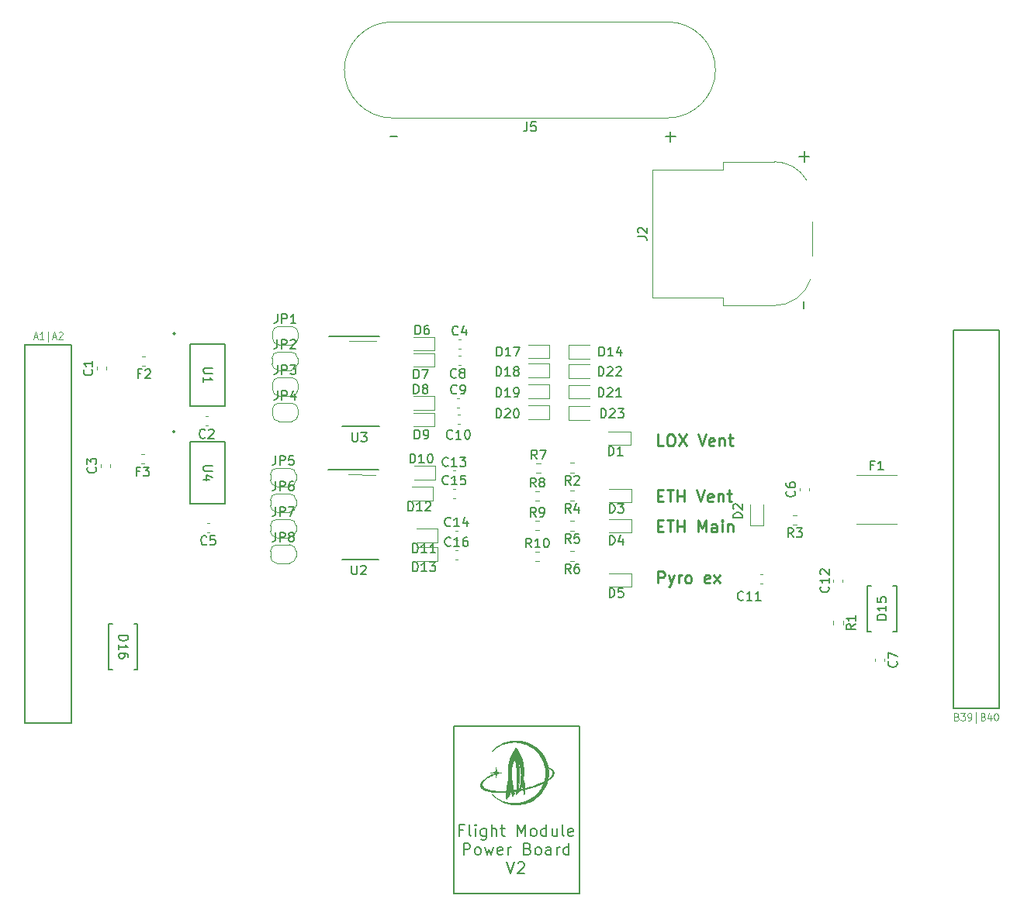
<source format=gbr>
%TF.GenerationSoftware,KiCad,Pcbnew,7.0.7*%
%TF.CreationDate,2024-03-26T08:25:24-07:00*%
%TF.ProjectId,Power-board,506f7765-722d-4626-9f61-72642e6b6963,rev?*%
%TF.SameCoordinates,Original*%
%TF.FileFunction,Legend,Top*%
%TF.FilePolarity,Positive*%
%FSLAX46Y46*%
G04 Gerber Fmt 4.6, Leading zero omitted, Abs format (unit mm)*
G04 Created by KiCad (PCBNEW 7.0.7) date 2024-03-26 08:25:24*
%MOMM*%
%LPD*%
G01*
G04 APERTURE LIST*
%ADD10C,0.150000*%
%ADD11C,0.254000*%
%ADD12C,0.084375*%
%ADD13C,0.120000*%
%ADD14C,0.152400*%
%ADD15C,0.010000*%
%ADD16C,0.200000*%
%ADD17C,0.100000*%
%ADD18C,0.127000*%
G04 APERTURE END LIST*
D10*
X116078000Y-109474000D02*
X129794000Y-109474000D01*
X129794000Y-127762000D01*
X116078000Y-127762000D01*
X116078000Y-109474000D01*
D11*
X138323484Y-93851369D02*
X138323484Y-92581369D01*
X138323484Y-92581369D02*
X138807294Y-92581369D01*
X138807294Y-92581369D02*
X138928246Y-92641845D01*
X138928246Y-92641845D02*
X138988723Y-92702321D01*
X138988723Y-92702321D02*
X139049199Y-92823273D01*
X139049199Y-92823273D02*
X139049199Y-93004702D01*
X139049199Y-93004702D02*
X138988723Y-93125654D01*
X138988723Y-93125654D02*
X138928246Y-93186131D01*
X138928246Y-93186131D02*
X138807294Y-93246607D01*
X138807294Y-93246607D02*
X138323484Y-93246607D01*
X139472532Y-93004702D02*
X139774913Y-93851369D01*
X140077294Y-93004702D02*
X139774913Y-93851369D01*
X139774913Y-93851369D02*
X139653961Y-94153750D01*
X139653961Y-94153750D02*
X139593484Y-94214226D01*
X139593484Y-94214226D02*
X139472532Y-94274702D01*
X140561103Y-93851369D02*
X140561103Y-93004702D01*
X140561103Y-93246607D02*
X140621580Y-93125654D01*
X140621580Y-93125654D02*
X140682056Y-93065178D01*
X140682056Y-93065178D02*
X140803008Y-93004702D01*
X140803008Y-93004702D02*
X140923961Y-93004702D01*
X141528722Y-93851369D02*
X141407770Y-93790893D01*
X141407770Y-93790893D02*
X141347293Y-93730416D01*
X141347293Y-93730416D02*
X141286817Y-93609464D01*
X141286817Y-93609464D02*
X141286817Y-93246607D01*
X141286817Y-93246607D02*
X141347293Y-93125654D01*
X141347293Y-93125654D02*
X141407770Y-93065178D01*
X141407770Y-93065178D02*
X141528722Y-93004702D01*
X141528722Y-93004702D02*
X141710151Y-93004702D01*
X141710151Y-93004702D02*
X141831103Y-93065178D01*
X141831103Y-93065178D02*
X141891579Y-93125654D01*
X141891579Y-93125654D02*
X141952055Y-93246607D01*
X141952055Y-93246607D02*
X141952055Y-93609464D01*
X141952055Y-93609464D02*
X141891579Y-93730416D01*
X141891579Y-93730416D02*
X141831103Y-93790893D01*
X141831103Y-93790893D02*
X141710151Y-93851369D01*
X141710151Y-93851369D02*
X141528722Y-93851369D01*
X143947770Y-93790893D02*
X143826818Y-93851369D01*
X143826818Y-93851369D02*
X143584913Y-93851369D01*
X143584913Y-93851369D02*
X143463960Y-93790893D01*
X143463960Y-93790893D02*
X143403484Y-93669940D01*
X143403484Y-93669940D02*
X143403484Y-93186131D01*
X143403484Y-93186131D02*
X143463960Y-93065178D01*
X143463960Y-93065178D02*
X143584913Y-93004702D01*
X143584913Y-93004702D02*
X143826818Y-93004702D01*
X143826818Y-93004702D02*
X143947770Y-93065178D01*
X143947770Y-93065178D02*
X144008246Y-93186131D01*
X144008246Y-93186131D02*
X144008246Y-93307083D01*
X144008246Y-93307083D02*
X143403484Y-93428035D01*
X144431579Y-93851369D02*
X145096817Y-93004702D01*
X144431579Y-93004702D02*
X145096817Y-93851369D01*
D10*
X109093048Y-45031866D02*
X109854953Y-45031866D01*
D11*
X138323484Y-87598131D02*
X138746818Y-87598131D01*
X138928246Y-88263369D02*
X138323484Y-88263369D01*
X138323484Y-88263369D02*
X138323484Y-86993369D01*
X138323484Y-86993369D02*
X138928246Y-86993369D01*
X139291104Y-86993369D02*
X140016818Y-86993369D01*
X139653961Y-88263369D02*
X139653961Y-86993369D01*
X140440151Y-88263369D02*
X140440151Y-86993369D01*
X140440151Y-87598131D02*
X141165866Y-87598131D01*
X141165866Y-88263369D02*
X141165866Y-86993369D01*
X142738246Y-88263369D02*
X142738246Y-86993369D01*
X142738246Y-86993369D02*
X143161580Y-87900512D01*
X143161580Y-87900512D02*
X143584913Y-86993369D01*
X143584913Y-86993369D02*
X143584913Y-88263369D01*
X144733961Y-88263369D02*
X144733961Y-87598131D01*
X144733961Y-87598131D02*
X144673485Y-87477178D01*
X144673485Y-87477178D02*
X144552533Y-87416702D01*
X144552533Y-87416702D02*
X144310628Y-87416702D01*
X144310628Y-87416702D02*
X144189675Y-87477178D01*
X144733961Y-88202893D02*
X144613009Y-88263369D01*
X144613009Y-88263369D02*
X144310628Y-88263369D01*
X144310628Y-88263369D02*
X144189675Y-88202893D01*
X144189675Y-88202893D02*
X144129199Y-88081940D01*
X144129199Y-88081940D02*
X144129199Y-87960988D01*
X144129199Y-87960988D02*
X144189675Y-87840035D01*
X144189675Y-87840035D02*
X144310628Y-87779559D01*
X144310628Y-87779559D02*
X144613009Y-87779559D01*
X144613009Y-87779559D02*
X144733961Y-87719083D01*
X145338723Y-88263369D02*
X145338723Y-87416702D01*
X145338723Y-86993369D02*
X145278247Y-87053845D01*
X145278247Y-87053845D02*
X145338723Y-87114321D01*
X145338723Y-87114321D02*
X145399200Y-87053845D01*
X145399200Y-87053845D02*
X145338723Y-86993369D01*
X145338723Y-86993369D02*
X145338723Y-87114321D01*
X145943485Y-87416702D02*
X145943485Y-88263369D01*
X145943485Y-87537654D02*
X146003962Y-87477178D01*
X146003962Y-87477178D02*
X146124914Y-87416702D01*
X146124914Y-87416702D02*
X146306343Y-87416702D01*
X146306343Y-87416702D02*
X146427295Y-87477178D01*
X146427295Y-87477178D02*
X146487771Y-87598131D01*
X146487771Y-87598131D02*
X146487771Y-88263369D01*
D10*
X117084323Y-120831188D02*
X116660989Y-120831188D01*
X116660989Y-121496426D02*
X116660989Y-120226426D01*
X116660989Y-120226426D02*
X117265751Y-120226426D01*
X117930989Y-121496426D02*
X117810037Y-121435950D01*
X117810037Y-121435950D02*
X117749560Y-121314997D01*
X117749560Y-121314997D02*
X117749560Y-120226426D01*
X118414798Y-121496426D02*
X118414798Y-120649759D01*
X118414798Y-120226426D02*
X118354322Y-120286902D01*
X118354322Y-120286902D02*
X118414798Y-120347378D01*
X118414798Y-120347378D02*
X118475275Y-120286902D01*
X118475275Y-120286902D02*
X118414798Y-120226426D01*
X118414798Y-120226426D02*
X118414798Y-120347378D01*
X119563846Y-120649759D02*
X119563846Y-121677854D01*
X119563846Y-121677854D02*
X119503370Y-121798807D01*
X119503370Y-121798807D02*
X119442894Y-121859283D01*
X119442894Y-121859283D02*
X119321941Y-121919759D01*
X119321941Y-121919759D02*
X119140513Y-121919759D01*
X119140513Y-121919759D02*
X119019560Y-121859283D01*
X119563846Y-121435950D02*
X119442894Y-121496426D01*
X119442894Y-121496426D02*
X119200989Y-121496426D01*
X119200989Y-121496426D02*
X119080037Y-121435950D01*
X119080037Y-121435950D02*
X119019560Y-121375473D01*
X119019560Y-121375473D02*
X118959084Y-121254521D01*
X118959084Y-121254521D02*
X118959084Y-120891664D01*
X118959084Y-120891664D02*
X119019560Y-120770711D01*
X119019560Y-120770711D02*
X119080037Y-120710235D01*
X119080037Y-120710235D02*
X119200989Y-120649759D01*
X119200989Y-120649759D02*
X119442894Y-120649759D01*
X119442894Y-120649759D02*
X119563846Y-120710235D01*
X120168608Y-121496426D02*
X120168608Y-120226426D01*
X120712894Y-121496426D02*
X120712894Y-120831188D01*
X120712894Y-120831188D02*
X120652418Y-120710235D01*
X120652418Y-120710235D02*
X120531466Y-120649759D01*
X120531466Y-120649759D02*
X120350037Y-120649759D01*
X120350037Y-120649759D02*
X120229085Y-120710235D01*
X120229085Y-120710235D02*
X120168608Y-120770711D01*
X121136228Y-120649759D02*
X121620037Y-120649759D01*
X121317656Y-120226426D02*
X121317656Y-121314997D01*
X121317656Y-121314997D02*
X121378133Y-121435950D01*
X121378133Y-121435950D02*
X121499085Y-121496426D01*
X121499085Y-121496426D02*
X121620037Y-121496426D01*
X123010989Y-121496426D02*
X123010989Y-120226426D01*
X123010989Y-120226426D02*
X123434323Y-121133569D01*
X123434323Y-121133569D02*
X123857656Y-120226426D01*
X123857656Y-120226426D02*
X123857656Y-121496426D01*
X124643847Y-121496426D02*
X124522895Y-121435950D01*
X124522895Y-121435950D02*
X124462418Y-121375473D01*
X124462418Y-121375473D02*
X124401942Y-121254521D01*
X124401942Y-121254521D02*
X124401942Y-120891664D01*
X124401942Y-120891664D02*
X124462418Y-120770711D01*
X124462418Y-120770711D02*
X124522895Y-120710235D01*
X124522895Y-120710235D02*
X124643847Y-120649759D01*
X124643847Y-120649759D02*
X124825276Y-120649759D01*
X124825276Y-120649759D02*
X124946228Y-120710235D01*
X124946228Y-120710235D02*
X125006704Y-120770711D01*
X125006704Y-120770711D02*
X125067180Y-120891664D01*
X125067180Y-120891664D02*
X125067180Y-121254521D01*
X125067180Y-121254521D02*
X125006704Y-121375473D01*
X125006704Y-121375473D02*
X124946228Y-121435950D01*
X124946228Y-121435950D02*
X124825276Y-121496426D01*
X124825276Y-121496426D02*
X124643847Y-121496426D01*
X126155752Y-121496426D02*
X126155752Y-120226426D01*
X126155752Y-121435950D02*
X126034800Y-121496426D01*
X126034800Y-121496426D02*
X125792895Y-121496426D01*
X125792895Y-121496426D02*
X125671943Y-121435950D01*
X125671943Y-121435950D02*
X125611466Y-121375473D01*
X125611466Y-121375473D02*
X125550990Y-121254521D01*
X125550990Y-121254521D02*
X125550990Y-120891664D01*
X125550990Y-120891664D02*
X125611466Y-120770711D01*
X125611466Y-120770711D02*
X125671943Y-120710235D01*
X125671943Y-120710235D02*
X125792895Y-120649759D01*
X125792895Y-120649759D02*
X126034800Y-120649759D01*
X126034800Y-120649759D02*
X126155752Y-120710235D01*
X127304800Y-120649759D02*
X127304800Y-121496426D01*
X126760514Y-120649759D02*
X126760514Y-121314997D01*
X126760514Y-121314997D02*
X126820991Y-121435950D01*
X126820991Y-121435950D02*
X126941943Y-121496426D01*
X126941943Y-121496426D02*
X127123372Y-121496426D01*
X127123372Y-121496426D02*
X127244324Y-121435950D01*
X127244324Y-121435950D02*
X127304800Y-121375473D01*
X128090991Y-121496426D02*
X127970039Y-121435950D01*
X127970039Y-121435950D02*
X127909562Y-121314997D01*
X127909562Y-121314997D02*
X127909562Y-120226426D01*
X129058610Y-121435950D02*
X128937658Y-121496426D01*
X128937658Y-121496426D02*
X128695753Y-121496426D01*
X128695753Y-121496426D02*
X128574800Y-121435950D01*
X128574800Y-121435950D02*
X128514324Y-121314997D01*
X128514324Y-121314997D02*
X128514324Y-120831188D01*
X128514324Y-120831188D02*
X128574800Y-120710235D01*
X128574800Y-120710235D02*
X128695753Y-120649759D01*
X128695753Y-120649759D02*
X128937658Y-120649759D01*
X128937658Y-120649759D02*
X129058610Y-120710235D01*
X129058610Y-120710235D02*
X129119086Y-120831188D01*
X129119086Y-120831188D02*
X129119086Y-120952140D01*
X129119086Y-120952140D02*
X128514324Y-121073092D01*
X117114561Y-123541126D02*
X117114561Y-122271126D01*
X117114561Y-122271126D02*
X117598371Y-122271126D01*
X117598371Y-122271126D02*
X117719323Y-122331602D01*
X117719323Y-122331602D02*
X117779800Y-122392078D01*
X117779800Y-122392078D02*
X117840276Y-122513030D01*
X117840276Y-122513030D02*
X117840276Y-122694459D01*
X117840276Y-122694459D02*
X117779800Y-122815411D01*
X117779800Y-122815411D02*
X117719323Y-122875888D01*
X117719323Y-122875888D02*
X117598371Y-122936364D01*
X117598371Y-122936364D02*
X117114561Y-122936364D01*
X118565990Y-123541126D02*
X118445038Y-123480650D01*
X118445038Y-123480650D02*
X118384561Y-123420173D01*
X118384561Y-123420173D02*
X118324085Y-123299221D01*
X118324085Y-123299221D02*
X118324085Y-122936364D01*
X118324085Y-122936364D02*
X118384561Y-122815411D01*
X118384561Y-122815411D02*
X118445038Y-122754935D01*
X118445038Y-122754935D02*
X118565990Y-122694459D01*
X118565990Y-122694459D02*
X118747419Y-122694459D01*
X118747419Y-122694459D02*
X118868371Y-122754935D01*
X118868371Y-122754935D02*
X118928847Y-122815411D01*
X118928847Y-122815411D02*
X118989323Y-122936364D01*
X118989323Y-122936364D02*
X118989323Y-123299221D01*
X118989323Y-123299221D02*
X118928847Y-123420173D01*
X118928847Y-123420173D02*
X118868371Y-123480650D01*
X118868371Y-123480650D02*
X118747419Y-123541126D01*
X118747419Y-123541126D02*
X118565990Y-123541126D01*
X119412657Y-122694459D02*
X119654562Y-123541126D01*
X119654562Y-123541126D02*
X119896467Y-122936364D01*
X119896467Y-122936364D02*
X120138371Y-123541126D01*
X120138371Y-123541126D02*
X120380276Y-122694459D01*
X121347895Y-123480650D02*
X121226943Y-123541126D01*
X121226943Y-123541126D02*
X120985038Y-123541126D01*
X120985038Y-123541126D02*
X120864085Y-123480650D01*
X120864085Y-123480650D02*
X120803609Y-123359697D01*
X120803609Y-123359697D02*
X120803609Y-122875888D01*
X120803609Y-122875888D02*
X120864085Y-122754935D01*
X120864085Y-122754935D02*
X120985038Y-122694459D01*
X120985038Y-122694459D02*
X121226943Y-122694459D01*
X121226943Y-122694459D02*
X121347895Y-122754935D01*
X121347895Y-122754935D02*
X121408371Y-122875888D01*
X121408371Y-122875888D02*
X121408371Y-122996840D01*
X121408371Y-122996840D02*
X120803609Y-123117792D01*
X121952656Y-123541126D02*
X121952656Y-122694459D01*
X121952656Y-122936364D02*
X122013133Y-122815411D01*
X122013133Y-122815411D02*
X122073609Y-122754935D01*
X122073609Y-122754935D02*
X122194561Y-122694459D01*
X122194561Y-122694459D02*
X122315514Y-122694459D01*
X124129799Y-122875888D02*
X124311227Y-122936364D01*
X124311227Y-122936364D02*
X124371704Y-122996840D01*
X124371704Y-122996840D02*
X124432180Y-123117792D01*
X124432180Y-123117792D02*
X124432180Y-123299221D01*
X124432180Y-123299221D02*
X124371704Y-123420173D01*
X124371704Y-123420173D02*
X124311227Y-123480650D01*
X124311227Y-123480650D02*
X124190275Y-123541126D01*
X124190275Y-123541126D02*
X123706465Y-123541126D01*
X123706465Y-123541126D02*
X123706465Y-122271126D01*
X123706465Y-122271126D02*
X124129799Y-122271126D01*
X124129799Y-122271126D02*
X124250751Y-122331602D01*
X124250751Y-122331602D02*
X124311227Y-122392078D01*
X124311227Y-122392078D02*
X124371704Y-122513030D01*
X124371704Y-122513030D02*
X124371704Y-122633983D01*
X124371704Y-122633983D02*
X124311227Y-122754935D01*
X124311227Y-122754935D02*
X124250751Y-122815411D01*
X124250751Y-122815411D02*
X124129799Y-122875888D01*
X124129799Y-122875888D02*
X123706465Y-122875888D01*
X125157894Y-123541126D02*
X125036942Y-123480650D01*
X125036942Y-123480650D02*
X124976465Y-123420173D01*
X124976465Y-123420173D02*
X124915989Y-123299221D01*
X124915989Y-123299221D02*
X124915989Y-122936364D01*
X124915989Y-122936364D02*
X124976465Y-122815411D01*
X124976465Y-122815411D02*
X125036942Y-122754935D01*
X125036942Y-122754935D02*
X125157894Y-122694459D01*
X125157894Y-122694459D02*
X125339323Y-122694459D01*
X125339323Y-122694459D02*
X125460275Y-122754935D01*
X125460275Y-122754935D02*
X125520751Y-122815411D01*
X125520751Y-122815411D02*
X125581227Y-122936364D01*
X125581227Y-122936364D02*
X125581227Y-123299221D01*
X125581227Y-123299221D02*
X125520751Y-123420173D01*
X125520751Y-123420173D02*
X125460275Y-123480650D01*
X125460275Y-123480650D02*
X125339323Y-123541126D01*
X125339323Y-123541126D02*
X125157894Y-123541126D01*
X126669799Y-123541126D02*
X126669799Y-122875888D01*
X126669799Y-122875888D02*
X126609323Y-122754935D01*
X126609323Y-122754935D02*
X126488371Y-122694459D01*
X126488371Y-122694459D02*
X126246466Y-122694459D01*
X126246466Y-122694459D02*
X126125513Y-122754935D01*
X126669799Y-123480650D02*
X126548847Y-123541126D01*
X126548847Y-123541126D02*
X126246466Y-123541126D01*
X126246466Y-123541126D02*
X126125513Y-123480650D01*
X126125513Y-123480650D02*
X126065037Y-123359697D01*
X126065037Y-123359697D02*
X126065037Y-123238745D01*
X126065037Y-123238745D02*
X126125513Y-123117792D01*
X126125513Y-123117792D02*
X126246466Y-123057316D01*
X126246466Y-123057316D02*
X126548847Y-123057316D01*
X126548847Y-123057316D02*
X126669799Y-122996840D01*
X127274561Y-123541126D02*
X127274561Y-122694459D01*
X127274561Y-122936364D02*
X127335038Y-122815411D01*
X127335038Y-122815411D02*
X127395514Y-122754935D01*
X127395514Y-122754935D02*
X127516466Y-122694459D01*
X127516466Y-122694459D02*
X127637419Y-122694459D01*
X128605037Y-123541126D02*
X128605037Y-122271126D01*
X128605037Y-123480650D02*
X128484085Y-123541126D01*
X128484085Y-123541126D02*
X128242180Y-123541126D01*
X128242180Y-123541126D02*
X128121228Y-123480650D01*
X128121228Y-123480650D02*
X128060751Y-123420173D01*
X128060751Y-123420173D02*
X128000275Y-123299221D01*
X128000275Y-123299221D02*
X128000275Y-122936364D01*
X128000275Y-122936364D02*
X128060751Y-122815411D01*
X128060751Y-122815411D02*
X128121228Y-122754935D01*
X128121228Y-122754935D02*
X128242180Y-122694459D01*
X128242180Y-122694459D02*
X128484085Y-122694459D01*
X128484085Y-122694459D02*
X128605037Y-122754935D01*
X121831705Y-124315826D02*
X122255038Y-125585826D01*
X122255038Y-125585826D02*
X122678372Y-124315826D01*
X123041228Y-124436778D02*
X123101704Y-124376302D01*
X123101704Y-124376302D02*
X123222657Y-124315826D01*
X123222657Y-124315826D02*
X123525038Y-124315826D01*
X123525038Y-124315826D02*
X123645990Y-124376302D01*
X123645990Y-124376302D02*
X123706466Y-124436778D01*
X123706466Y-124436778D02*
X123766943Y-124557730D01*
X123766943Y-124557730D02*
X123766943Y-124678683D01*
X123766943Y-124678683D02*
X123706466Y-124860111D01*
X123706466Y-124860111D02*
X122980752Y-125585826D01*
X122980752Y-125585826D02*
X123766943Y-125585826D01*
D11*
X138323484Y-84296131D02*
X138746818Y-84296131D01*
X138928246Y-84961369D02*
X138323484Y-84961369D01*
X138323484Y-84961369D02*
X138323484Y-83691369D01*
X138323484Y-83691369D02*
X138928246Y-83691369D01*
X139291104Y-83691369D02*
X140016818Y-83691369D01*
X139653961Y-84961369D02*
X139653961Y-83691369D01*
X140440151Y-84961369D02*
X140440151Y-83691369D01*
X140440151Y-84296131D02*
X141165866Y-84296131D01*
X141165866Y-84961369D02*
X141165866Y-83691369D01*
X142556818Y-83691369D02*
X142980151Y-84961369D01*
X142980151Y-84961369D02*
X143403485Y-83691369D01*
X144310627Y-84900893D02*
X144189675Y-84961369D01*
X144189675Y-84961369D02*
X143947770Y-84961369D01*
X143947770Y-84961369D02*
X143826817Y-84900893D01*
X143826817Y-84900893D02*
X143766341Y-84779940D01*
X143766341Y-84779940D02*
X143766341Y-84296131D01*
X143766341Y-84296131D02*
X143826817Y-84175178D01*
X143826817Y-84175178D02*
X143947770Y-84114702D01*
X143947770Y-84114702D02*
X144189675Y-84114702D01*
X144189675Y-84114702D02*
X144310627Y-84175178D01*
X144310627Y-84175178D02*
X144371103Y-84296131D01*
X144371103Y-84296131D02*
X144371103Y-84417083D01*
X144371103Y-84417083D02*
X143766341Y-84538035D01*
X144915388Y-84114702D02*
X144915388Y-84961369D01*
X144915388Y-84235654D02*
X144975865Y-84175178D01*
X144975865Y-84175178D02*
X145096817Y-84114702D01*
X145096817Y-84114702D02*
X145278246Y-84114702D01*
X145278246Y-84114702D02*
X145399198Y-84175178D01*
X145399198Y-84175178D02*
X145459674Y-84296131D01*
X145459674Y-84296131D02*
X145459674Y-84961369D01*
X145883008Y-84114702D02*
X146366817Y-84114702D01*
X146064436Y-83691369D02*
X146064436Y-84779940D01*
X146064436Y-84779940D02*
X146124913Y-84900893D01*
X146124913Y-84900893D02*
X146245865Y-84961369D01*
X146245865Y-84961369D02*
X146366817Y-84961369D01*
D10*
X139128571Y-45072700D02*
X140271429Y-45072700D01*
X139700000Y-45644128D02*
X139700000Y-44501271D01*
D11*
X138928246Y-78865369D02*
X138323484Y-78865369D01*
X138323484Y-78865369D02*
X138323484Y-77595369D01*
X139593484Y-77595369D02*
X139835389Y-77595369D01*
X139835389Y-77595369D02*
X139956341Y-77655845D01*
X139956341Y-77655845D02*
X140077294Y-77776797D01*
X140077294Y-77776797D02*
X140137770Y-78018702D01*
X140137770Y-78018702D02*
X140137770Y-78442035D01*
X140137770Y-78442035D02*
X140077294Y-78683940D01*
X140077294Y-78683940D02*
X139956341Y-78804893D01*
X139956341Y-78804893D02*
X139835389Y-78865369D01*
X139835389Y-78865369D02*
X139593484Y-78865369D01*
X139593484Y-78865369D02*
X139472532Y-78804893D01*
X139472532Y-78804893D02*
X139351579Y-78683940D01*
X139351579Y-78683940D02*
X139291103Y-78442035D01*
X139291103Y-78442035D02*
X139291103Y-78018702D01*
X139291103Y-78018702D02*
X139351579Y-77776797D01*
X139351579Y-77776797D02*
X139472532Y-77655845D01*
X139472532Y-77655845D02*
X139593484Y-77595369D01*
X140561103Y-77595369D02*
X141407770Y-78865369D01*
X141407770Y-77595369D02*
X140561103Y-78865369D01*
X142677770Y-77595369D02*
X143101103Y-78865369D01*
X143101103Y-78865369D02*
X143524437Y-77595369D01*
X144431579Y-78804893D02*
X144310627Y-78865369D01*
X144310627Y-78865369D02*
X144068722Y-78865369D01*
X144068722Y-78865369D02*
X143947769Y-78804893D01*
X143947769Y-78804893D02*
X143887293Y-78683940D01*
X143887293Y-78683940D02*
X143887293Y-78200131D01*
X143887293Y-78200131D02*
X143947769Y-78079178D01*
X143947769Y-78079178D02*
X144068722Y-78018702D01*
X144068722Y-78018702D02*
X144310627Y-78018702D01*
X144310627Y-78018702D02*
X144431579Y-78079178D01*
X144431579Y-78079178D02*
X144492055Y-78200131D01*
X144492055Y-78200131D02*
X144492055Y-78321083D01*
X144492055Y-78321083D02*
X143887293Y-78442035D01*
X145036340Y-78018702D02*
X145036340Y-78865369D01*
X145036340Y-78139654D02*
X145096817Y-78079178D01*
X145096817Y-78079178D02*
X145217769Y-78018702D01*
X145217769Y-78018702D02*
X145399198Y-78018702D01*
X145399198Y-78018702D02*
X145520150Y-78079178D01*
X145520150Y-78079178D02*
X145580626Y-78200131D01*
X145580626Y-78200131D02*
X145580626Y-78865369D01*
X146003960Y-78018702D02*
X146487769Y-78018702D01*
X146185388Y-77595369D02*
X146185388Y-78683940D01*
X146185388Y-78683940D02*
X146245865Y-78804893D01*
X146245865Y-78804893D02*
X146366817Y-78865369D01*
X146366817Y-78865369D02*
X146487769Y-78865369D01*
D10*
X124516142Y-89956819D02*
X124182809Y-89480628D01*
X123944714Y-89956819D02*
X123944714Y-88956819D01*
X123944714Y-88956819D02*
X124325666Y-88956819D01*
X124325666Y-88956819D02*
X124420904Y-89004438D01*
X124420904Y-89004438D02*
X124468523Y-89052057D01*
X124468523Y-89052057D02*
X124516142Y-89147295D01*
X124516142Y-89147295D02*
X124516142Y-89290152D01*
X124516142Y-89290152D02*
X124468523Y-89385390D01*
X124468523Y-89385390D02*
X124420904Y-89433009D01*
X124420904Y-89433009D02*
X124325666Y-89480628D01*
X124325666Y-89480628D02*
X123944714Y-89480628D01*
X125468523Y-89956819D02*
X124897095Y-89956819D01*
X125182809Y-89956819D02*
X125182809Y-88956819D01*
X125182809Y-88956819D02*
X125087571Y-89099676D01*
X125087571Y-89099676D02*
X124992333Y-89194914D01*
X124992333Y-89194914D02*
X124897095Y-89242533D01*
X126087571Y-88956819D02*
X126182809Y-88956819D01*
X126182809Y-88956819D02*
X126278047Y-89004438D01*
X126278047Y-89004438D02*
X126325666Y-89052057D01*
X126325666Y-89052057D02*
X126373285Y-89147295D01*
X126373285Y-89147295D02*
X126420904Y-89337771D01*
X126420904Y-89337771D02*
X126420904Y-89575866D01*
X126420904Y-89575866D02*
X126373285Y-89766342D01*
X126373285Y-89766342D02*
X126325666Y-89861580D01*
X126325666Y-89861580D02*
X126278047Y-89909200D01*
X126278047Y-89909200D02*
X126182809Y-89956819D01*
X126182809Y-89956819D02*
X126087571Y-89956819D01*
X126087571Y-89956819D02*
X125992333Y-89909200D01*
X125992333Y-89909200D02*
X125944714Y-89861580D01*
X125944714Y-89861580D02*
X125897095Y-89766342D01*
X125897095Y-89766342D02*
X125849476Y-89575866D01*
X125849476Y-89575866D02*
X125849476Y-89337771D01*
X125849476Y-89337771D02*
X125897095Y-89147295D01*
X125897095Y-89147295D02*
X125944714Y-89052057D01*
X125944714Y-89052057D02*
X125992333Y-89004438D01*
X125992333Y-89004438D02*
X126087571Y-88956819D01*
X120680214Y-73510819D02*
X120680214Y-72510819D01*
X120680214Y-72510819D02*
X120918309Y-72510819D01*
X120918309Y-72510819D02*
X121061166Y-72558438D01*
X121061166Y-72558438D02*
X121156404Y-72653676D01*
X121156404Y-72653676D02*
X121204023Y-72748914D01*
X121204023Y-72748914D02*
X121251642Y-72939390D01*
X121251642Y-72939390D02*
X121251642Y-73082247D01*
X121251642Y-73082247D02*
X121204023Y-73272723D01*
X121204023Y-73272723D02*
X121156404Y-73367961D01*
X121156404Y-73367961D02*
X121061166Y-73463200D01*
X121061166Y-73463200D02*
X120918309Y-73510819D01*
X120918309Y-73510819D02*
X120680214Y-73510819D01*
X122204023Y-73510819D02*
X121632595Y-73510819D01*
X121918309Y-73510819D02*
X121918309Y-72510819D01*
X121918309Y-72510819D02*
X121823071Y-72653676D01*
X121823071Y-72653676D02*
X121727833Y-72748914D01*
X121727833Y-72748914D02*
X121632595Y-72796533D01*
X122680214Y-73510819D02*
X122870690Y-73510819D01*
X122870690Y-73510819D02*
X122965928Y-73463200D01*
X122965928Y-73463200D02*
X123013547Y-73415580D01*
X123013547Y-73415580D02*
X123108785Y-73272723D01*
X123108785Y-73272723D02*
X123156404Y-73082247D01*
X123156404Y-73082247D02*
X123156404Y-72701295D01*
X123156404Y-72701295D02*
X123108785Y-72606057D01*
X123108785Y-72606057D02*
X123061166Y-72558438D01*
X123061166Y-72558438D02*
X122965928Y-72510819D01*
X122965928Y-72510819D02*
X122775452Y-72510819D01*
X122775452Y-72510819D02*
X122680214Y-72558438D01*
X122680214Y-72558438D02*
X122632595Y-72606057D01*
X122632595Y-72606057D02*
X122584976Y-72701295D01*
X122584976Y-72701295D02*
X122584976Y-72939390D01*
X122584976Y-72939390D02*
X122632595Y-73034628D01*
X122632595Y-73034628D02*
X122680214Y-73082247D01*
X122680214Y-73082247D02*
X122775452Y-73129866D01*
X122775452Y-73129866D02*
X122965928Y-73129866D01*
X122965928Y-73129866D02*
X123061166Y-73082247D01*
X123061166Y-73082247D02*
X123108785Y-73034628D01*
X123108785Y-73034628D02*
X123156404Y-72939390D01*
X164347080Y-102395666D02*
X164394700Y-102443285D01*
X164394700Y-102443285D02*
X164442319Y-102586142D01*
X164442319Y-102586142D02*
X164442319Y-102681380D01*
X164442319Y-102681380D02*
X164394700Y-102824237D01*
X164394700Y-102824237D02*
X164299461Y-102919475D01*
X164299461Y-102919475D02*
X164204223Y-102967094D01*
X164204223Y-102967094D02*
X164013747Y-103014713D01*
X164013747Y-103014713D02*
X163870890Y-103014713D01*
X163870890Y-103014713D02*
X163680414Y-102967094D01*
X163680414Y-102967094D02*
X163585176Y-102919475D01*
X163585176Y-102919475D02*
X163489938Y-102824237D01*
X163489938Y-102824237D02*
X163442319Y-102681380D01*
X163442319Y-102681380D02*
X163442319Y-102586142D01*
X163442319Y-102586142D02*
X163489938Y-102443285D01*
X163489938Y-102443285D02*
X163537557Y-102395666D01*
X163442319Y-102062332D02*
X163442319Y-101395666D01*
X163442319Y-101395666D02*
X164442319Y-101824237D01*
X111561714Y-92562819D02*
X111561714Y-91562819D01*
X111561714Y-91562819D02*
X111799809Y-91562819D01*
X111799809Y-91562819D02*
X111942666Y-91610438D01*
X111942666Y-91610438D02*
X112037904Y-91705676D01*
X112037904Y-91705676D02*
X112085523Y-91800914D01*
X112085523Y-91800914D02*
X112133142Y-91991390D01*
X112133142Y-91991390D02*
X112133142Y-92134247D01*
X112133142Y-92134247D02*
X112085523Y-92324723D01*
X112085523Y-92324723D02*
X112037904Y-92419961D01*
X112037904Y-92419961D02*
X111942666Y-92515200D01*
X111942666Y-92515200D02*
X111799809Y-92562819D01*
X111799809Y-92562819D02*
X111561714Y-92562819D01*
X113085523Y-92562819D02*
X112514095Y-92562819D01*
X112799809Y-92562819D02*
X112799809Y-91562819D01*
X112799809Y-91562819D02*
X112704571Y-91705676D01*
X112704571Y-91705676D02*
X112609333Y-91800914D01*
X112609333Y-91800914D02*
X112514095Y-91848533D01*
X113418857Y-91562819D02*
X114037904Y-91562819D01*
X114037904Y-91562819D02*
X113704571Y-91943771D01*
X113704571Y-91943771D02*
X113847428Y-91943771D01*
X113847428Y-91943771D02*
X113942666Y-91991390D01*
X113942666Y-91991390D02*
X113990285Y-92039009D01*
X113990285Y-92039009D02*
X114037904Y-92134247D01*
X114037904Y-92134247D02*
X114037904Y-92372342D01*
X114037904Y-92372342D02*
X113990285Y-92467580D01*
X113990285Y-92467580D02*
X113942666Y-92515200D01*
X113942666Y-92515200D02*
X113847428Y-92562819D01*
X113847428Y-92562819D02*
X113561714Y-92562819D01*
X113561714Y-92562819D02*
X113466476Y-92515200D01*
X113466476Y-92515200D02*
X113418857Y-92467580D01*
X111851906Y-66665820D02*
X111851906Y-65665820D01*
X111851906Y-65665820D02*
X112090001Y-65665820D01*
X112090001Y-65665820D02*
X112232858Y-65713439D01*
X112232858Y-65713439D02*
X112328096Y-65808677D01*
X112328096Y-65808677D02*
X112375715Y-65903915D01*
X112375715Y-65903915D02*
X112423334Y-66094391D01*
X112423334Y-66094391D02*
X112423334Y-66237248D01*
X112423334Y-66237248D02*
X112375715Y-66427724D01*
X112375715Y-66427724D02*
X112328096Y-66522962D01*
X112328096Y-66522962D02*
X112232858Y-66618201D01*
X112232858Y-66618201D02*
X112090001Y-66665820D01*
X112090001Y-66665820D02*
X111851906Y-66665820D01*
X113280477Y-65665820D02*
X113090001Y-65665820D01*
X113090001Y-65665820D02*
X112994763Y-65713439D01*
X112994763Y-65713439D02*
X112947144Y-65761058D01*
X112947144Y-65761058D02*
X112851906Y-65903915D01*
X112851906Y-65903915D02*
X112804287Y-66094391D01*
X112804287Y-66094391D02*
X112804287Y-66475343D01*
X112804287Y-66475343D02*
X112851906Y-66570581D01*
X112851906Y-66570581D02*
X112899525Y-66618201D01*
X112899525Y-66618201D02*
X112994763Y-66665820D01*
X112994763Y-66665820D02*
X113185239Y-66665820D01*
X113185239Y-66665820D02*
X113280477Y-66618201D01*
X113280477Y-66618201D02*
X113328096Y-66570581D01*
X113328096Y-66570581D02*
X113375715Y-66475343D01*
X113375715Y-66475343D02*
X113375715Y-66237248D01*
X113375715Y-66237248D02*
X113328096Y-66142010D01*
X113328096Y-66142010D02*
X113280477Y-66094391D01*
X113280477Y-66094391D02*
X113185239Y-66046772D01*
X113185239Y-66046772D02*
X112994763Y-66046772D01*
X112994763Y-66046772D02*
X112899525Y-66094391D01*
X112899525Y-66094391D02*
X112851906Y-66142010D01*
X112851906Y-66142010D02*
X112804287Y-66237248D01*
X125118333Y-80304819D02*
X124785000Y-79828628D01*
X124546905Y-80304819D02*
X124546905Y-79304819D01*
X124546905Y-79304819D02*
X124927857Y-79304819D01*
X124927857Y-79304819D02*
X125023095Y-79352438D01*
X125023095Y-79352438D02*
X125070714Y-79400057D01*
X125070714Y-79400057D02*
X125118333Y-79495295D01*
X125118333Y-79495295D02*
X125118333Y-79638152D01*
X125118333Y-79638152D02*
X125070714Y-79733390D01*
X125070714Y-79733390D02*
X125023095Y-79781009D01*
X125023095Y-79781009D02*
X124927857Y-79828628D01*
X124927857Y-79828628D02*
X124546905Y-79828628D01*
X125451667Y-79304819D02*
X126118333Y-79304819D01*
X126118333Y-79304819D02*
X125689762Y-80304819D01*
X111677408Y-73139820D02*
X111677408Y-72139820D01*
X111677408Y-72139820D02*
X111915503Y-72139820D01*
X111915503Y-72139820D02*
X112058360Y-72187439D01*
X112058360Y-72187439D02*
X112153598Y-72282677D01*
X112153598Y-72282677D02*
X112201217Y-72377915D01*
X112201217Y-72377915D02*
X112248836Y-72568391D01*
X112248836Y-72568391D02*
X112248836Y-72711248D01*
X112248836Y-72711248D02*
X112201217Y-72901724D01*
X112201217Y-72901724D02*
X112153598Y-72996962D01*
X112153598Y-72996962D02*
X112058360Y-73092201D01*
X112058360Y-73092201D02*
X111915503Y-73139820D01*
X111915503Y-73139820D02*
X111677408Y-73139820D01*
X112820265Y-72568391D02*
X112725027Y-72520772D01*
X112725027Y-72520772D02*
X112677408Y-72473153D01*
X112677408Y-72473153D02*
X112629789Y-72377915D01*
X112629789Y-72377915D02*
X112629789Y-72330296D01*
X112629789Y-72330296D02*
X112677408Y-72235058D01*
X112677408Y-72235058D02*
X112725027Y-72187439D01*
X112725027Y-72187439D02*
X112820265Y-72139820D01*
X112820265Y-72139820D02*
X113010741Y-72139820D01*
X113010741Y-72139820D02*
X113105979Y-72187439D01*
X113105979Y-72187439D02*
X113153598Y-72235058D01*
X113153598Y-72235058D02*
X113201217Y-72330296D01*
X113201217Y-72330296D02*
X113201217Y-72377915D01*
X113201217Y-72377915D02*
X113153598Y-72473153D01*
X113153598Y-72473153D02*
X113105979Y-72520772D01*
X113105979Y-72520772D02*
X113010741Y-72568391D01*
X113010741Y-72568391D02*
X112820265Y-72568391D01*
X112820265Y-72568391D02*
X112725027Y-72616010D01*
X112725027Y-72616010D02*
X112677408Y-72663629D01*
X112677408Y-72663629D02*
X112629789Y-72758867D01*
X112629789Y-72758867D02*
X112629789Y-72949343D01*
X112629789Y-72949343D02*
X112677408Y-73044581D01*
X112677408Y-73044581D02*
X112725027Y-73092201D01*
X112725027Y-73092201D02*
X112820265Y-73139820D01*
X112820265Y-73139820D02*
X113010741Y-73139820D01*
X113010741Y-73139820D02*
X113105979Y-73092201D01*
X113105979Y-73092201D02*
X113153598Y-73044581D01*
X113153598Y-73044581D02*
X113201217Y-72949343D01*
X113201217Y-72949343D02*
X113201217Y-72758867D01*
X113201217Y-72758867D02*
X113153598Y-72663629D01*
X113153598Y-72663629D02*
X113105979Y-72616010D01*
X113105979Y-72616010D02*
X113010741Y-72568391D01*
X111277711Y-80718819D02*
X111277711Y-79718819D01*
X111277711Y-79718819D02*
X111515806Y-79718819D01*
X111515806Y-79718819D02*
X111658663Y-79766438D01*
X111658663Y-79766438D02*
X111753901Y-79861676D01*
X111753901Y-79861676D02*
X111801520Y-79956914D01*
X111801520Y-79956914D02*
X111849139Y-80147390D01*
X111849139Y-80147390D02*
X111849139Y-80290247D01*
X111849139Y-80290247D02*
X111801520Y-80480723D01*
X111801520Y-80480723D02*
X111753901Y-80575961D01*
X111753901Y-80575961D02*
X111658663Y-80671200D01*
X111658663Y-80671200D02*
X111515806Y-80718819D01*
X111515806Y-80718819D02*
X111277711Y-80718819D01*
X112801520Y-80718819D02*
X112230092Y-80718819D01*
X112515806Y-80718819D02*
X112515806Y-79718819D01*
X112515806Y-79718819D02*
X112420568Y-79861676D01*
X112420568Y-79861676D02*
X112325330Y-79956914D01*
X112325330Y-79956914D02*
X112230092Y-80004533D01*
X113420568Y-79718819D02*
X113515806Y-79718819D01*
X113515806Y-79718819D02*
X113611044Y-79766438D01*
X113611044Y-79766438D02*
X113658663Y-79814057D01*
X113658663Y-79814057D02*
X113706282Y-79909295D01*
X113706282Y-79909295D02*
X113753901Y-80099771D01*
X113753901Y-80099771D02*
X113753901Y-80337866D01*
X113753901Y-80337866D02*
X113706282Y-80528342D01*
X113706282Y-80528342D02*
X113658663Y-80623580D01*
X113658663Y-80623580D02*
X113611044Y-80671200D01*
X113611044Y-80671200D02*
X113515806Y-80718819D01*
X113515806Y-80718819D02*
X113420568Y-80718819D01*
X113420568Y-80718819D02*
X113325330Y-80671200D01*
X113325330Y-80671200D02*
X113277711Y-80623580D01*
X113277711Y-80623580D02*
X113230092Y-80528342D01*
X113230092Y-80528342D02*
X113182473Y-80337866D01*
X113182473Y-80337866D02*
X113182473Y-80099771D01*
X113182473Y-80099771D02*
X113230092Y-79909295D01*
X113230092Y-79909295D02*
X113277711Y-79814057D01*
X113277711Y-79814057D02*
X113325330Y-79766438D01*
X113325330Y-79766438D02*
X113420568Y-79718819D01*
X116500334Y-66664581D02*
X116452715Y-66712201D01*
X116452715Y-66712201D02*
X116309858Y-66759820D01*
X116309858Y-66759820D02*
X116214620Y-66759820D01*
X116214620Y-66759820D02*
X116071763Y-66712201D01*
X116071763Y-66712201D02*
X115976525Y-66616962D01*
X115976525Y-66616962D02*
X115928906Y-66521724D01*
X115928906Y-66521724D02*
X115881287Y-66331248D01*
X115881287Y-66331248D02*
X115881287Y-66188391D01*
X115881287Y-66188391D02*
X115928906Y-65997915D01*
X115928906Y-65997915D02*
X115976525Y-65902677D01*
X115976525Y-65902677D02*
X116071763Y-65807439D01*
X116071763Y-65807439D02*
X116214620Y-65759820D01*
X116214620Y-65759820D02*
X116309858Y-65759820D01*
X116309858Y-65759820D02*
X116452715Y-65807439D01*
X116452715Y-65807439D02*
X116500334Y-65855058D01*
X117357477Y-66093153D02*
X117357477Y-66759820D01*
X117119382Y-65712201D02*
X116881287Y-66426486D01*
X116881287Y-66426486D02*
X117500334Y-66426486D01*
X147518319Y-86724094D02*
X146518319Y-86724094D01*
X146518319Y-86724094D02*
X146518319Y-86485999D01*
X146518319Y-86485999D02*
X146565938Y-86343142D01*
X146565938Y-86343142D02*
X146661176Y-86247904D01*
X146661176Y-86247904D02*
X146756414Y-86200285D01*
X146756414Y-86200285D02*
X146946890Y-86152666D01*
X146946890Y-86152666D02*
X147089747Y-86152666D01*
X147089747Y-86152666D02*
X147280223Y-86200285D01*
X147280223Y-86200285D02*
X147375461Y-86247904D01*
X147375461Y-86247904D02*
X147470700Y-86343142D01*
X147470700Y-86343142D02*
X147518319Y-86485999D01*
X147518319Y-86485999D02*
X147518319Y-86724094D01*
X146613557Y-85771713D02*
X146565938Y-85724094D01*
X146565938Y-85724094D02*
X146518319Y-85628856D01*
X146518319Y-85628856D02*
X146518319Y-85390761D01*
X146518319Y-85390761D02*
X146565938Y-85295523D01*
X146565938Y-85295523D02*
X146613557Y-85247904D01*
X146613557Y-85247904D02*
X146708795Y-85200285D01*
X146708795Y-85200285D02*
X146804033Y-85200285D01*
X146804033Y-85200285D02*
X146946890Y-85247904D01*
X146946890Y-85247904D02*
X147518319Y-85819332D01*
X147518319Y-85819332D02*
X147518319Y-85200285D01*
X89058333Y-89589580D02*
X89010714Y-89637200D01*
X89010714Y-89637200D02*
X88867857Y-89684819D01*
X88867857Y-89684819D02*
X88772619Y-89684819D01*
X88772619Y-89684819D02*
X88629762Y-89637200D01*
X88629762Y-89637200D02*
X88534524Y-89541961D01*
X88534524Y-89541961D02*
X88486905Y-89446723D01*
X88486905Y-89446723D02*
X88439286Y-89256247D01*
X88439286Y-89256247D02*
X88439286Y-89113390D01*
X88439286Y-89113390D02*
X88486905Y-88922914D01*
X88486905Y-88922914D02*
X88534524Y-88827676D01*
X88534524Y-88827676D02*
X88629762Y-88732438D01*
X88629762Y-88732438D02*
X88772619Y-88684819D01*
X88772619Y-88684819D02*
X88867857Y-88684819D01*
X88867857Y-88684819D02*
X89010714Y-88732438D01*
X89010714Y-88732438D02*
X89058333Y-88780057D01*
X89963095Y-88684819D02*
X89486905Y-88684819D01*
X89486905Y-88684819D02*
X89439286Y-89161009D01*
X89439286Y-89161009D02*
X89486905Y-89113390D01*
X89486905Y-89113390D02*
X89582143Y-89065771D01*
X89582143Y-89065771D02*
X89820238Y-89065771D01*
X89820238Y-89065771D02*
X89915476Y-89113390D01*
X89915476Y-89113390D02*
X89963095Y-89161009D01*
X89963095Y-89161009D02*
X90010714Y-89256247D01*
X90010714Y-89256247D02*
X90010714Y-89494342D01*
X90010714Y-89494342D02*
X89963095Y-89589580D01*
X89963095Y-89589580D02*
X89915476Y-89637200D01*
X89915476Y-89637200D02*
X89820238Y-89684819D01*
X89820238Y-89684819D02*
X89582143Y-89684819D01*
X89582143Y-89684819D02*
X89486905Y-89637200D01*
X89486905Y-89637200D02*
X89439286Y-89589580D01*
X76529580Y-70541666D02*
X76577200Y-70589285D01*
X76577200Y-70589285D02*
X76624819Y-70732142D01*
X76624819Y-70732142D02*
X76624819Y-70827380D01*
X76624819Y-70827380D02*
X76577200Y-70970237D01*
X76577200Y-70970237D02*
X76481961Y-71065475D01*
X76481961Y-71065475D02*
X76386723Y-71113094D01*
X76386723Y-71113094D02*
X76196247Y-71160713D01*
X76196247Y-71160713D02*
X76053390Y-71160713D01*
X76053390Y-71160713D02*
X75862914Y-71113094D01*
X75862914Y-71113094D02*
X75767676Y-71065475D01*
X75767676Y-71065475D02*
X75672438Y-70970237D01*
X75672438Y-70970237D02*
X75624819Y-70827380D01*
X75624819Y-70827380D02*
X75624819Y-70732142D01*
X75624819Y-70732142D02*
X75672438Y-70589285D01*
X75672438Y-70589285D02*
X75720057Y-70541666D01*
X76624819Y-69589285D02*
X76624819Y-70160713D01*
X76624819Y-69874999D02*
X75624819Y-69874999D01*
X75624819Y-69874999D02*
X75767676Y-69970237D01*
X75767676Y-69970237D02*
X75862914Y-70065475D01*
X75862914Y-70065475D02*
X75910533Y-70160713D01*
X131856214Y-73510819D02*
X131856214Y-72510819D01*
X131856214Y-72510819D02*
X132094309Y-72510819D01*
X132094309Y-72510819D02*
X132237166Y-72558438D01*
X132237166Y-72558438D02*
X132332404Y-72653676D01*
X132332404Y-72653676D02*
X132380023Y-72748914D01*
X132380023Y-72748914D02*
X132427642Y-72939390D01*
X132427642Y-72939390D02*
X132427642Y-73082247D01*
X132427642Y-73082247D02*
X132380023Y-73272723D01*
X132380023Y-73272723D02*
X132332404Y-73367961D01*
X132332404Y-73367961D02*
X132237166Y-73463200D01*
X132237166Y-73463200D02*
X132094309Y-73510819D01*
X132094309Y-73510819D02*
X131856214Y-73510819D01*
X132808595Y-72606057D02*
X132856214Y-72558438D01*
X132856214Y-72558438D02*
X132951452Y-72510819D01*
X132951452Y-72510819D02*
X133189547Y-72510819D01*
X133189547Y-72510819D02*
X133284785Y-72558438D01*
X133284785Y-72558438D02*
X133332404Y-72606057D01*
X133332404Y-72606057D02*
X133380023Y-72701295D01*
X133380023Y-72701295D02*
X133380023Y-72796533D01*
X133380023Y-72796533D02*
X133332404Y-72939390D01*
X133332404Y-72939390D02*
X132760976Y-73510819D01*
X132760976Y-73510819D02*
X133380023Y-73510819D01*
X134332404Y-73510819D02*
X133760976Y-73510819D01*
X134046690Y-73510819D02*
X134046690Y-72510819D01*
X134046690Y-72510819D02*
X133951452Y-72653676D01*
X133951452Y-72653676D02*
X133856214Y-72748914D01*
X133856214Y-72748914D02*
X133760976Y-72796533D01*
X96590666Y-79950819D02*
X96590666Y-80665104D01*
X96590666Y-80665104D02*
X96543047Y-80807961D01*
X96543047Y-80807961D02*
X96447809Y-80903200D01*
X96447809Y-80903200D02*
X96304952Y-80950819D01*
X96304952Y-80950819D02*
X96209714Y-80950819D01*
X97066857Y-80950819D02*
X97066857Y-79950819D01*
X97066857Y-79950819D02*
X97447809Y-79950819D01*
X97447809Y-79950819D02*
X97543047Y-79998438D01*
X97543047Y-79998438D02*
X97590666Y-80046057D01*
X97590666Y-80046057D02*
X97638285Y-80141295D01*
X97638285Y-80141295D02*
X97638285Y-80284152D01*
X97638285Y-80284152D02*
X97590666Y-80379390D01*
X97590666Y-80379390D02*
X97543047Y-80427009D01*
X97543047Y-80427009D02*
X97447809Y-80474628D01*
X97447809Y-80474628D02*
X97066857Y-80474628D01*
X98543047Y-79950819D02*
X98066857Y-79950819D01*
X98066857Y-79950819D02*
X98019238Y-80427009D01*
X98019238Y-80427009D02*
X98066857Y-80379390D01*
X98066857Y-80379390D02*
X98162095Y-80331771D01*
X98162095Y-80331771D02*
X98400190Y-80331771D01*
X98400190Y-80331771D02*
X98495428Y-80379390D01*
X98495428Y-80379390D02*
X98543047Y-80427009D01*
X98543047Y-80427009D02*
X98590666Y-80522247D01*
X98590666Y-80522247D02*
X98590666Y-80760342D01*
X98590666Y-80760342D02*
X98543047Y-80855580D01*
X98543047Y-80855580D02*
X98495428Y-80903200D01*
X98495428Y-80903200D02*
X98400190Y-80950819D01*
X98400190Y-80950819D02*
X98162095Y-80950819D01*
X98162095Y-80950819D02*
X98066857Y-80903200D01*
X98066857Y-80903200D02*
X98019238Y-80855580D01*
X81879166Y-70961009D02*
X81545833Y-70961009D01*
X81545833Y-71484819D02*
X81545833Y-70484819D01*
X81545833Y-70484819D02*
X82022023Y-70484819D01*
X82355357Y-70580057D02*
X82402976Y-70532438D01*
X82402976Y-70532438D02*
X82498214Y-70484819D01*
X82498214Y-70484819D02*
X82736309Y-70484819D01*
X82736309Y-70484819D02*
X82831547Y-70532438D01*
X82831547Y-70532438D02*
X82879166Y-70580057D01*
X82879166Y-70580057D02*
X82926785Y-70675295D01*
X82926785Y-70675295D02*
X82926785Y-70770533D01*
X82926785Y-70770533D02*
X82879166Y-70913390D01*
X82879166Y-70913390D02*
X82307738Y-71484819D01*
X82307738Y-71484819D02*
X82926785Y-71484819D01*
X156915080Y-94235857D02*
X156962700Y-94283476D01*
X156962700Y-94283476D02*
X157010319Y-94426333D01*
X157010319Y-94426333D02*
X157010319Y-94521571D01*
X157010319Y-94521571D02*
X156962700Y-94664428D01*
X156962700Y-94664428D02*
X156867461Y-94759666D01*
X156867461Y-94759666D02*
X156772223Y-94807285D01*
X156772223Y-94807285D02*
X156581747Y-94854904D01*
X156581747Y-94854904D02*
X156438890Y-94854904D01*
X156438890Y-94854904D02*
X156248414Y-94807285D01*
X156248414Y-94807285D02*
X156153176Y-94759666D01*
X156153176Y-94759666D02*
X156057938Y-94664428D01*
X156057938Y-94664428D02*
X156010319Y-94521571D01*
X156010319Y-94521571D02*
X156010319Y-94426333D01*
X156010319Y-94426333D02*
X156057938Y-94283476D01*
X156057938Y-94283476D02*
X156105557Y-94235857D01*
X157010319Y-93283476D02*
X157010319Y-93854904D01*
X157010319Y-93569190D02*
X156010319Y-93569190D01*
X156010319Y-93569190D02*
X156153176Y-93664428D01*
X156153176Y-93664428D02*
X156248414Y-93759666D01*
X156248414Y-93759666D02*
X156296033Y-93854904D01*
X156105557Y-92902523D02*
X156057938Y-92854904D01*
X156057938Y-92854904D02*
X156010319Y-92759666D01*
X156010319Y-92759666D02*
X156010319Y-92521571D01*
X156010319Y-92521571D02*
X156057938Y-92426333D01*
X156057938Y-92426333D02*
X156105557Y-92378714D01*
X156105557Y-92378714D02*
X156200795Y-92331095D01*
X156200795Y-92331095D02*
X156296033Y-92331095D01*
X156296033Y-92331095D02*
X156438890Y-92378714D01*
X156438890Y-92378714D02*
X157010319Y-92950142D01*
X157010319Y-92950142D02*
X157010319Y-92331095D01*
X128802333Y-86169821D02*
X128469000Y-85693630D01*
X128230905Y-86169821D02*
X128230905Y-85169821D01*
X128230905Y-85169821D02*
X128611857Y-85169821D01*
X128611857Y-85169821D02*
X128707095Y-85217440D01*
X128707095Y-85217440D02*
X128754714Y-85265059D01*
X128754714Y-85265059D02*
X128802333Y-85360297D01*
X128802333Y-85360297D02*
X128802333Y-85503154D01*
X128802333Y-85503154D02*
X128754714Y-85598392D01*
X128754714Y-85598392D02*
X128707095Y-85646011D01*
X128707095Y-85646011D02*
X128611857Y-85693630D01*
X128611857Y-85693630D02*
X128230905Y-85693630D01*
X129659476Y-85503154D02*
X129659476Y-86169821D01*
X129421381Y-85122202D02*
X129183286Y-85836487D01*
X129183286Y-85836487D02*
X129802333Y-85836487D01*
X115689142Y-89734580D02*
X115641523Y-89782200D01*
X115641523Y-89782200D02*
X115498666Y-89829819D01*
X115498666Y-89829819D02*
X115403428Y-89829819D01*
X115403428Y-89829819D02*
X115260571Y-89782200D01*
X115260571Y-89782200D02*
X115165333Y-89686961D01*
X115165333Y-89686961D02*
X115117714Y-89591723D01*
X115117714Y-89591723D02*
X115070095Y-89401247D01*
X115070095Y-89401247D02*
X115070095Y-89258390D01*
X115070095Y-89258390D02*
X115117714Y-89067914D01*
X115117714Y-89067914D02*
X115165333Y-88972676D01*
X115165333Y-88972676D02*
X115260571Y-88877438D01*
X115260571Y-88877438D02*
X115403428Y-88829819D01*
X115403428Y-88829819D02*
X115498666Y-88829819D01*
X115498666Y-88829819D02*
X115641523Y-88877438D01*
X115641523Y-88877438D02*
X115689142Y-88925057D01*
X116641523Y-89829819D02*
X116070095Y-89829819D01*
X116355809Y-89829819D02*
X116355809Y-88829819D01*
X116355809Y-88829819D02*
X116260571Y-88972676D01*
X116260571Y-88972676D02*
X116165333Y-89067914D01*
X116165333Y-89067914D02*
X116070095Y-89115533D01*
X117498666Y-88829819D02*
X117308190Y-88829819D01*
X117308190Y-88829819D02*
X117212952Y-88877438D01*
X117212952Y-88877438D02*
X117165333Y-88925057D01*
X117165333Y-88925057D02*
X117070095Y-89067914D01*
X117070095Y-89067914D02*
X117022476Y-89258390D01*
X117022476Y-89258390D02*
X117022476Y-89639342D01*
X117022476Y-89639342D02*
X117070095Y-89734580D01*
X117070095Y-89734580D02*
X117117714Y-89782200D01*
X117117714Y-89782200D02*
X117212952Y-89829819D01*
X117212952Y-89829819D02*
X117403428Y-89829819D01*
X117403428Y-89829819D02*
X117498666Y-89782200D01*
X117498666Y-89782200D02*
X117546285Y-89734580D01*
X117546285Y-89734580D02*
X117593904Y-89639342D01*
X117593904Y-89639342D02*
X117593904Y-89401247D01*
X117593904Y-89401247D02*
X117546285Y-89306009D01*
X117546285Y-89306009D02*
X117498666Y-89258390D01*
X117498666Y-89258390D02*
X117403428Y-89210771D01*
X117403428Y-89210771D02*
X117212952Y-89210771D01*
X117212952Y-89210771D02*
X117117714Y-89258390D01*
X117117714Y-89258390D02*
X117070095Y-89306009D01*
X117070095Y-89306009D02*
X117022476Y-89401247D01*
X128801333Y-89471821D02*
X128468000Y-88995630D01*
X128229905Y-89471821D02*
X128229905Y-88471821D01*
X128229905Y-88471821D02*
X128610857Y-88471821D01*
X128610857Y-88471821D02*
X128706095Y-88519440D01*
X128706095Y-88519440D02*
X128753714Y-88567059D01*
X128753714Y-88567059D02*
X128801333Y-88662297D01*
X128801333Y-88662297D02*
X128801333Y-88805154D01*
X128801333Y-88805154D02*
X128753714Y-88900392D01*
X128753714Y-88900392D02*
X128706095Y-88948011D01*
X128706095Y-88948011D02*
X128610857Y-88995630D01*
X128610857Y-88995630D02*
X128229905Y-88995630D01*
X129706095Y-88471821D02*
X129229905Y-88471821D01*
X129229905Y-88471821D02*
X129182286Y-88948011D01*
X129182286Y-88948011D02*
X129229905Y-88900392D01*
X129229905Y-88900392D02*
X129325143Y-88852773D01*
X129325143Y-88852773D02*
X129563238Y-88852773D01*
X129563238Y-88852773D02*
X129658476Y-88900392D01*
X129658476Y-88900392D02*
X129706095Y-88948011D01*
X129706095Y-88948011D02*
X129753714Y-89043249D01*
X129753714Y-89043249D02*
X129753714Y-89281344D01*
X129753714Y-89281344D02*
X129706095Y-89376582D01*
X129706095Y-89376582D02*
X129658476Y-89424202D01*
X129658476Y-89424202D02*
X129563238Y-89471821D01*
X129563238Y-89471821D02*
X129325143Y-89471821D01*
X129325143Y-89471821D02*
X129229905Y-89424202D01*
X129229905Y-89424202D02*
X129182286Y-89376582D01*
X96814666Y-72838819D02*
X96814666Y-73553104D01*
X96814666Y-73553104D02*
X96767047Y-73695961D01*
X96767047Y-73695961D02*
X96671809Y-73791200D01*
X96671809Y-73791200D02*
X96528952Y-73838819D01*
X96528952Y-73838819D02*
X96433714Y-73838819D01*
X97290857Y-73838819D02*
X97290857Y-72838819D01*
X97290857Y-72838819D02*
X97671809Y-72838819D01*
X97671809Y-72838819D02*
X97767047Y-72886438D01*
X97767047Y-72886438D02*
X97814666Y-72934057D01*
X97814666Y-72934057D02*
X97862285Y-73029295D01*
X97862285Y-73029295D02*
X97862285Y-73172152D01*
X97862285Y-73172152D02*
X97814666Y-73267390D01*
X97814666Y-73267390D02*
X97767047Y-73315009D01*
X97767047Y-73315009D02*
X97671809Y-73362628D01*
X97671809Y-73362628D02*
X97290857Y-73362628D01*
X98719428Y-73172152D02*
X98719428Y-73838819D01*
X98481333Y-72791200D02*
X98243238Y-73505485D01*
X98243238Y-73505485D02*
X98862285Y-73505485D01*
X128802333Y-92773821D02*
X128469000Y-92297630D01*
X128230905Y-92773821D02*
X128230905Y-91773821D01*
X128230905Y-91773821D02*
X128611857Y-91773821D01*
X128611857Y-91773821D02*
X128707095Y-91821440D01*
X128707095Y-91821440D02*
X128754714Y-91869059D01*
X128754714Y-91869059D02*
X128802333Y-91964297D01*
X128802333Y-91964297D02*
X128802333Y-92107154D01*
X128802333Y-92107154D02*
X128754714Y-92202392D01*
X128754714Y-92202392D02*
X128707095Y-92250011D01*
X128707095Y-92250011D02*
X128611857Y-92297630D01*
X128611857Y-92297630D02*
X128230905Y-92297630D01*
X129659476Y-91773821D02*
X129469000Y-91773821D01*
X129469000Y-91773821D02*
X129373762Y-91821440D01*
X129373762Y-91821440D02*
X129326143Y-91869059D01*
X129326143Y-91869059D02*
X129230905Y-92011916D01*
X129230905Y-92011916D02*
X129183286Y-92202392D01*
X129183286Y-92202392D02*
X129183286Y-92583344D01*
X129183286Y-92583344D02*
X129230905Y-92678582D01*
X129230905Y-92678582D02*
X129278524Y-92726202D01*
X129278524Y-92726202D02*
X129373762Y-92773821D01*
X129373762Y-92773821D02*
X129564238Y-92773821D01*
X129564238Y-92773821D02*
X129659476Y-92726202D01*
X129659476Y-92726202D02*
X129707095Y-92678582D01*
X129707095Y-92678582D02*
X129754714Y-92583344D01*
X129754714Y-92583344D02*
X129754714Y-92345249D01*
X129754714Y-92345249D02*
X129707095Y-92250011D01*
X129707095Y-92250011D02*
X129659476Y-92202392D01*
X129659476Y-92202392D02*
X129564238Y-92154773D01*
X129564238Y-92154773D02*
X129373762Y-92154773D01*
X129373762Y-92154773D02*
X129278524Y-92202392D01*
X129278524Y-92202392D02*
X129230905Y-92250011D01*
X129230905Y-92250011D02*
X129183286Y-92345249D01*
X79495180Y-99595514D02*
X80495180Y-99595514D01*
X80495180Y-99595514D02*
X80495180Y-99833609D01*
X80495180Y-99833609D02*
X80447561Y-99976466D01*
X80447561Y-99976466D02*
X80352323Y-100071704D01*
X80352323Y-100071704D02*
X80257085Y-100119323D01*
X80257085Y-100119323D02*
X80066609Y-100166942D01*
X80066609Y-100166942D02*
X79923752Y-100166942D01*
X79923752Y-100166942D02*
X79733276Y-100119323D01*
X79733276Y-100119323D02*
X79638038Y-100071704D01*
X79638038Y-100071704D02*
X79542800Y-99976466D01*
X79542800Y-99976466D02*
X79495180Y-99833609D01*
X79495180Y-99833609D02*
X79495180Y-99595514D01*
X79495180Y-101119323D02*
X79495180Y-100547895D01*
X79495180Y-100833609D02*
X80495180Y-100833609D01*
X80495180Y-100833609D02*
X80352323Y-100738371D01*
X80352323Y-100738371D02*
X80257085Y-100643133D01*
X80257085Y-100643133D02*
X80209466Y-100547895D01*
X80495180Y-101976466D02*
X80495180Y-101785990D01*
X80495180Y-101785990D02*
X80447561Y-101690752D01*
X80447561Y-101690752D02*
X80399942Y-101643133D01*
X80399942Y-101643133D02*
X80257085Y-101547895D01*
X80257085Y-101547895D02*
X80066609Y-101500276D01*
X80066609Y-101500276D02*
X79685657Y-101500276D01*
X79685657Y-101500276D02*
X79590419Y-101547895D01*
X79590419Y-101547895D02*
X79542800Y-101595514D01*
X79542800Y-101595514D02*
X79495180Y-101690752D01*
X79495180Y-101690752D02*
X79495180Y-101881228D01*
X79495180Y-101881228D02*
X79542800Y-101976466D01*
X79542800Y-101976466D02*
X79590419Y-102024085D01*
X79590419Y-102024085D02*
X79685657Y-102071704D01*
X79685657Y-102071704D02*
X79923752Y-102071704D01*
X79923752Y-102071704D02*
X80018990Y-102024085D01*
X80018990Y-102024085D02*
X80066609Y-101976466D01*
X80066609Y-101976466D02*
X80114228Y-101881228D01*
X80114228Y-101881228D02*
X80114228Y-101690752D01*
X80114228Y-101690752D02*
X80066609Y-101595514D01*
X80066609Y-101595514D02*
X80018990Y-101547895D01*
X80018990Y-101547895D02*
X79923752Y-101500276D01*
X159870319Y-98344666D02*
X159394128Y-98677999D01*
X159870319Y-98916094D02*
X158870319Y-98916094D01*
X158870319Y-98916094D02*
X158870319Y-98535142D01*
X158870319Y-98535142D02*
X158917938Y-98439904D01*
X158917938Y-98439904D02*
X158965557Y-98392285D01*
X158965557Y-98392285D02*
X159060795Y-98344666D01*
X159060795Y-98344666D02*
X159203652Y-98344666D01*
X159203652Y-98344666D02*
X159298890Y-98392285D01*
X159298890Y-98392285D02*
X159346509Y-98439904D01*
X159346509Y-98439904D02*
X159394128Y-98535142D01*
X159394128Y-98535142D02*
X159394128Y-98916094D01*
X159870319Y-97392285D02*
X159870319Y-97963713D01*
X159870319Y-97677999D02*
X158870319Y-97677999D01*
X158870319Y-97677999D02*
X159013176Y-97773237D01*
X159013176Y-97773237D02*
X159108414Y-97868475D01*
X159108414Y-97868475D02*
X159156033Y-97963713D01*
X104961095Y-77397719D02*
X104961095Y-78207242D01*
X104961095Y-78207242D02*
X105008714Y-78302480D01*
X105008714Y-78302480D02*
X105056333Y-78350100D01*
X105056333Y-78350100D02*
X105151571Y-78397719D01*
X105151571Y-78397719D02*
X105342047Y-78397719D01*
X105342047Y-78397719D02*
X105437285Y-78350100D01*
X105437285Y-78350100D02*
X105484904Y-78302480D01*
X105484904Y-78302480D02*
X105532523Y-78207242D01*
X105532523Y-78207242D02*
X105532523Y-77397719D01*
X105913476Y-77397719D02*
X106532523Y-77397719D01*
X106532523Y-77397719D02*
X106199190Y-77778671D01*
X106199190Y-77778671D02*
X106342047Y-77778671D01*
X106342047Y-77778671D02*
X106437285Y-77826290D01*
X106437285Y-77826290D02*
X106484904Y-77873909D01*
X106484904Y-77873909D02*
X106532523Y-77969147D01*
X106532523Y-77969147D02*
X106532523Y-78207242D01*
X106532523Y-78207242D02*
X106484904Y-78302480D01*
X106484904Y-78302480D02*
X106437285Y-78350100D01*
X106437285Y-78350100D02*
X106342047Y-78397719D01*
X106342047Y-78397719D02*
X106056333Y-78397719D01*
X106056333Y-78397719D02*
X105961095Y-78350100D01*
X105961095Y-78350100D02*
X105913476Y-78302480D01*
X76929580Y-81191666D02*
X76977200Y-81239285D01*
X76977200Y-81239285D02*
X77024819Y-81382142D01*
X77024819Y-81382142D02*
X77024819Y-81477380D01*
X77024819Y-81477380D02*
X76977200Y-81620237D01*
X76977200Y-81620237D02*
X76881961Y-81715475D01*
X76881961Y-81715475D02*
X76786723Y-81763094D01*
X76786723Y-81763094D02*
X76596247Y-81810713D01*
X76596247Y-81810713D02*
X76453390Y-81810713D01*
X76453390Y-81810713D02*
X76262914Y-81763094D01*
X76262914Y-81763094D02*
X76167676Y-81715475D01*
X76167676Y-81715475D02*
X76072438Y-81620237D01*
X76072438Y-81620237D02*
X76024819Y-81477380D01*
X76024819Y-81477380D02*
X76024819Y-81382142D01*
X76024819Y-81382142D02*
X76072438Y-81239285D01*
X76072438Y-81239285D02*
X76120057Y-81191666D01*
X76024819Y-80858332D02*
X76024819Y-80239285D01*
X76024819Y-80239285D02*
X76405771Y-80572618D01*
X76405771Y-80572618D02*
X76405771Y-80429761D01*
X76405771Y-80429761D02*
X76453390Y-80334523D01*
X76453390Y-80334523D02*
X76501009Y-80286904D01*
X76501009Y-80286904D02*
X76596247Y-80239285D01*
X76596247Y-80239285D02*
X76834342Y-80239285D01*
X76834342Y-80239285D02*
X76929580Y-80286904D01*
X76929580Y-80286904D02*
X76977200Y-80334523D01*
X76977200Y-80334523D02*
X77024819Y-80429761D01*
X77024819Y-80429761D02*
X77024819Y-80715475D01*
X77024819Y-80715475D02*
X76977200Y-80810713D01*
X76977200Y-80810713D02*
X76929580Y-80858332D01*
X124992333Y-83352819D02*
X124659000Y-82876628D01*
X124420905Y-83352819D02*
X124420905Y-82352819D01*
X124420905Y-82352819D02*
X124801857Y-82352819D01*
X124801857Y-82352819D02*
X124897095Y-82400438D01*
X124897095Y-82400438D02*
X124944714Y-82448057D01*
X124944714Y-82448057D02*
X124992333Y-82543295D01*
X124992333Y-82543295D02*
X124992333Y-82686152D01*
X124992333Y-82686152D02*
X124944714Y-82781390D01*
X124944714Y-82781390D02*
X124897095Y-82829009D01*
X124897095Y-82829009D02*
X124801857Y-82876628D01*
X124801857Y-82876628D02*
X124420905Y-82876628D01*
X125563762Y-82781390D02*
X125468524Y-82733771D01*
X125468524Y-82733771D02*
X125420905Y-82686152D01*
X125420905Y-82686152D02*
X125373286Y-82590914D01*
X125373286Y-82590914D02*
X125373286Y-82543295D01*
X125373286Y-82543295D02*
X125420905Y-82448057D01*
X125420905Y-82448057D02*
X125468524Y-82400438D01*
X125468524Y-82400438D02*
X125563762Y-82352819D01*
X125563762Y-82352819D02*
X125754238Y-82352819D01*
X125754238Y-82352819D02*
X125849476Y-82400438D01*
X125849476Y-82400438D02*
X125897095Y-82448057D01*
X125897095Y-82448057D02*
X125944714Y-82543295D01*
X125944714Y-82543295D02*
X125944714Y-82590914D01*
X125944714Y-82590914D02*
X125897095Y-82686152D01*
X125897095Y-82686152D02*
X125849476Y-82733771D01*
X125849476Y-82733771D02*
X125754238Y-82781390D01*
X125754238Y-82781390D02*
X125563762Y-82781390D01*
X125563762Y-82781390D02*
X125468524Y-82829009D01*
X125468524Y-82829009D02*
X125420905Y-82876628D01*
X125420905Y-82876628D02*
X125373286Y-82971866D01*
X125373286Y-82971866D02*
X125373286Y-83162342D01*
X125373286Y-83162342D02*
X125420905Y-83257580D01*
X125420905Y-83257580D02*
X125468524Y-83305200D01*
X125468524Y-83305200D02*
X125563762Y-83352819D01*
X125563762Y-83352819D02*
X125754238Y-83352819D01*
X125754238Y-83352819D02*
X125849476Y-83305200D01*
X125849476Y-83305200D02*
X125897095Y-83257580D01*
X125897095Y-83257580D02*
X125944714Y-83162342D01*
X125944714Y-83162342D02*
X125944714Y-82971866D01*
X125944714Y-82971866D02*
X125897095Y-82876628D01*
X125897095Y-82876628D02*
X125849476Y-82829009D01*
X125849476Y-82829009D02*
X125754238Y-82781390D01*
X111677408Y-71491820D02*
X111677408Y-70491820D01*
X111677408Y-70491820D02*
X111915503Y-70491820D01*
X111915503Y-70491820D02*
X112058360Y-70539439D01*
X112058360Y-70539439D02*
X112153598Y-70634677D01*
X112153598Y-70634677D02*
X112201217Y-70729915D01*
X112201217Y-70729915D02*
X112248836Y-70920391D01*
X112248836Y-70920391D02*
X112248836Y-71063248D01*
X112248836Y-71063248D02*
X112201217Y-71253724D01*
X112201217Y-71253724D02*
X112153598Y-71348962D01*
X112153598Y-71348962D02*
X112058360Y-71444201D01*
X112058360Y-71444201D02*
X111915503Y-71491820D01*
X111915503Y-71491820D02*
X111677408Y-71491820D01*
X112582170Y-70491820D02*
X113248836Y-70491820D01*
X113248836Y-70491820D02*
X112820265Y-71491820D01*
X111561714Y-90530819D02*
X111561714Y-89530819D01*
X111561714Y-89530819D02*
X111799809Y-89530819D01*
X111799809Y-89530819D02*
X111942666Y-89578438D01*
X111942666Y-89578438D02*
X112037904Y-89673676D01*
X112037904Y-89673676D02*
X112085523Y-89768914D01*
X112085523Y-89768914D02*
X112133142Y-89959390D01*
X112133142Y-89959390D02*
X112133142Y-90102247D01*
X112133142Y-90102247D02*
X112085523Y-90292723D01*
X112085523Y-90292723D02*
X112037904Y-90387961D01*
X112037904Y-90387961D02*
X111942666Y-90483200D01*
X111942666Y-90483200D02*
X111799809Y-90530819D01*
X111799809Y-90530819D02*
X111561714Y-90530819D01*
X113085523Y-90530819D02*
X112514095Y-90530819D01*
X112799809Y-90530819D02*
X112799809Y-89530819D01*
X112799809Y-89530819D02*
X112704571Y-89673676D01*
X112704571Y-89673676D02*
X112609333Y-89768914D01*
X112609333Y-89768914D02*
X112514095Y-89816533D01*
X114037904Y-90530819D02*
X113466476Y-90530819D01*
X113752190Y-90530819D02*
X113752190Y-89530819D01*
X113752190Y-89530819D02*
X113656952Y-89673676D01*
X113656952Y-89673676D02*
X113561714Y-89768914D01*
X113561714Y-89768914D02*
X113466476Y-89816533D01*
X132938904Y-79902820D02*
X132938904Y-78902820D01*
X132938904Y-78902820D02*
X133176999Y-78902820D01*
X133176999Y-78902820D02*
X133319856Y-78950439D01*
X133319856Y-78950439D02*
X133415094Y-79045677D01*
X133415094Y-79045677D02*
X133462713Y-79140915D01*
X133462713Y-79140915D02*
X133510332Y-79331391D01*
X133510332Y-79331391D02*
X133510332Y-79474248D01*
X133510332Y-79474248D02*
X133462713Y-79664724D01*
X133462713Y-79664724D02*
X133415094Y-79759962D01*
X133415094Y-79759962D02*
X133319856Y-79855201D01*
X133319856Y-79855201D02*
X133176999Y-79902820D01*
X133176999Y-79902820D02*
X132938904Y-79902820D01*
X134462713Y-79902820D02*
X133891285Y-79902820D01*
X134176999Y-79902820D02*
X134176999Y-78902820D01*
X134176999Y-78902820D02*
X134081761Y-79045677D01*
X134081761Y-79045677D02*
X133986523Y-79140915D01*
X133986523Y-79140915D02*
X133891285Y-79188534D01*
X116351336Y-73097580D02*
X116303717Y-73145200D01*
X116303717Y-73145200D02*
X116160860Y-73192819D01*
X116160860Y-73192819D02*
X116065622Y-73192819D01*
X116065622Y-73192819D02*
X115922765Y-73145200D01*
X115922765Y-73145200D02*
X115827527Y-73049961D01*
X115827527Y-73049961D02*
X115779908Y-72954723D01*
X115779908Y-72954723D02*
X115732289Y-72764247D01*
X115732289Y-72764247D02*
X115732289Y-72621390D01*
X115732289Y-72621390D02*
X115779908Y-72430914D01*
X115779908Y-72430914D02*
X115827527Y-72335676D01*
X115827527Y-72335676D02*
X115922765Y-72240438D01*
X115922765Y-72240438D02*
X116065622Y-72192819D01*
X116065622Y-72192819D02*
X116160860Y-72192819D01*
X116160860Y-72192819D02*
X116303717Y-72240438D01*
X116303717Y-72240438D02*
X116351336Y-72288057D01*
X116827527Y-73192819D02*
X117018003Y-73192819D01*
X117018003Y-73192819D02*
X117113241Y-73145200D01*
X117113241Y-73145200D02*
X117160860Y-73097580D01*
X117160860Y-73097580D02*
X117256098Y-72954723D01*
X117256098Y-72954723D02*
X117303717Y-72764247D01*
X117303717Y-72764247D02*
X117303717Y-72383295D01*
X117303717Y-72383295D02*
X117256098Y-72288057D01*
X117256098Y-72288057D02*
X117208479Y-72240438D01*
X117208479Y-72240438D02*
X117113241Y-72192819D01*
X117113241Y-72192819D02*
X116922765Y-72192819D01*
X116922765Y-72192819D02*
X116827527Y-72240438D01*
X116827527Y-72240438D02*
X116779908Y-72288057D01*
X116779908Y-72288057D02*
X116732289Y-72383295D01*
X116732289Y-72383295D02*
X116732289Y-72621390D01*
X116732289Y-72621390D02*
X116779908Y-72716628D01*
X116779908Y-72716628D02*
X116827527Y-72764247D01*
X116827527Y-72764247D02*
X116922765Y-72811866D01*
X116922765Y-72811866D02*
X117113241Y-72811866D01*
X117113241Y-72811866D02*
X117208479Y-72764247D01*
X117208479Y-72764247D02*
X117256098Y-72716628D01*
X117256098Y-72716628D02*
X117303717Y-72621390D01*
X115418139Y-81001580D02*
X115370520Y-81049200D01*
X115370520Y-81049200D02*
X115227663Y-81096819D01*
X115227663Y-81096819D02*
X115132425Y-81096819D01*
X115132425Y-81096819D02*
X114989568Y-81049200D01*
X114989568Y-81049200D02*
X114894330Y-80953961D01*
X114894330Y-80953961D02*
X114846711Y-80858723D01*
X114846711Y-80858723D02*
X114799092Y-80668247D01*
X114799092Y-80668247D02*
X114799092Y-80525390D01*
X114799092Y-80525390D02*
X114846711Y-80334914D01*
X114846711Y-80334914D02*
X114894330Y-80239676D01*
X114894330Y-80239676D02*
X114989568Y-80144438D01*
X114989568Y-80144438D02*
X115132425Y-80096819D01*
X115132425Y-80096819D02*
X115227663Y-80096819D01*
X115227663Y-80096819D02*
X115370520Y-80144438D01*
X115370520Y-80144438D02*
X115418139Y-80192057D01*
X116370520Y-81096819D02*
X115799092Y-81096819D01*
X116084806Y-81096819D02*
X116084806Y-80096819D01*
X116084806Y-80096819D02*
X115989568Y-80239676D01*
X115989568Y-80239676D02*
X115894330Y-80334914D01*
X115894330Y-80334914D02*
X115799092Y-80382533D01*
X116703854Y-80096819D02*
X117322901Y-80096819D01*
X117322901Y-80096819D02*
X116989568Y-80477771D01*
X116989568Y-80477771D02*
X117132425Y-80477771D01*
X117132425Y-80477771D02*
X117227663Y-80525390D01*
X117227663Y-80525390D02*
X117275282Y-80573009D01*
X117275282Y-80573009D02*
X117322901Y-80668247D01*
X117322901Y-80668247D02*
X117322901Y-80906342D01*
X117322901Y-80906342D02*
X117275282Y-81001580D01*
X117275282Y-81001580D02*
X117227663Y-81049200D01*
X117227663Y-81049200D02*
X117132425Y-81096819D01*
X117132425Y-81096819D02*
X116846711Y-81096819D01*
X116846711Y-81096819D02*
X116751473Y-81049200D01*
X116751473Y-81049200D02*
X116703854Y-81001580D01*
X111753908Y-78095820D02*
X111753908Y-77095820D01*
X111753908Y-77095820D02*
X111992003Y-77095820D01*
X111992003Y-77095820D02*
X112134860Y-77143439D01*
X112134860Y-77143439D02*
X112230098Y-77238677D01*
X112230098Y-77238677D02*
X112277717Y-77333915D01*
X112277717Y-77333915D02*
X112325336Y-77524391D01*
X112325336Y-77524391D02*
X112325336Y-77667248D01*
X112325336Y-77667248D02*
X112277717Y-77857724D01*
X112277717Y-77857724D02*
X112230098Y-77952962D01*
X112230098Y-77952962D02*
X112134860Y-78048201D01*
X112134860Y-78048201D02*
X111992003Y-78095820D01*
X111992003Y-78095820D02*
X111753908Y-78095820D01*
X112801527Y-78095820D02*
X112992003Y-78095820D01*
X112992003Y-78095820D02*
X113087241Y-78048201D01*
X113087241Y-78048201D02*
X113134860Y-78000581D01*
X113134860Y-78000581D02*
X113230098Y-77857724D01*
X113230098Y-77857724D02*
X113277717Y-77667248D01*
X113277717Y-77667248D02*
X113277717Y-77286296D01*
X113277717Y-77286296D02*
X113230098Y-77191058D01*
X113230098Y-77191058D02*
X113182479Y-77143439D01*
X113182479Y-77143439D02*
X113087241Y-77095820D01*
X113087241Y-77095820D02*
X112896765Y-77095820D01*
X112896765Y-77095820D02*
X112801527Y-77143439D01*
X112801527Y-77143439D02*
X112753908Y-77191058D01*
X112753908Y-77191058D02*
X112706289Y-77286296D01*
X112706289Y-77286296D02*
X112706289Y-77524391D01*
X112706289Y-77524391D02*
X112753908Y-77619629D01*
X112753908Y-77619629D02*
X112801527Y-77667248D01*
X112801527Y-77667248D02*
X112896765Y-77714867D01*
X112896765Y-77714867D02*
X113087241Y-77714867D01*
X113087241Y-77714867D02*
X113182479Y-77667248D01*
X113182479Y-77667248D02*
X113230098Y-77619629D01*
X113230098Y-77619629D02*
X113277717Y-77524391D01*
X96759666Y-67250819D02*
X96759666Y-67965104D01*
X96759666Y-67965104D02*
X96712047Y-68107961D01*
X96712047Y-68107961D02*
X96616809Y-68203200D01*
X96616809Y-68203200D02*
X96473952Y-68250819D01*
X96473952Y-68250819D02*
X96378714Y-68250819D01*
X97235857Y-68250819D02*
X97235857Y-67250819D01*
X97235857Y-67250819D02*
X97616809Y-67250819D01*
X97616809Y-67250819D02*
X97712047Y-67298438D01*
X97712047Y-67298438D02*
X97759666Y-67346057D01*
X97759666Y-67346057D02*
X97807285Y-67441295D01*
X97807285Y-67441295D02*
X97807285Y-67584152D01*
X97807285Y-67584152D02*
X97759666Y-67679390D01*
X97759666Y-67679390D02*
X97712047Y-67727009D01*
X97712047Y-67727009D02*
X97616809Y-67774628D01*
X97616809Y-67774628D02*
X97235857Y-67774628D01*
X98188238Y-67346057D02*
X98235857Y-67298438D01*
X98235857Y-67298438D02*
X98331095Y-67250819D01*
X98331095Y-67250819D02*
X98569190Y-67250819D01*
X98569190Y-67250819D02*
X98664428Y-67298438D01*
X98664428Y-67298438D02*
X98712047Y-67346057D01*
X98712047Y-67346057D02*
X98759666Y-67441295D01*
X98759666Y-67441295D02*
X98759666Y-67536533D01*
X98759666Y-67536533D02*
X98712047Y-67679390D01*
X98712047Y-67679390D02*
X98140619Y-68250819D01*
X98140619Y-68250819D02*
X98759666Y-68250819D01*
X120680214Y-75796819D02*
X120680214Y-74796819D01*
X120680214Y-74796819D02*
X120918309Y-74796819D01*
X120918309Y-74796819D02*
X121061166Y-74844438D01*
X121061166Y-74844438D02*
X121156404Y-74939676D01*
X121156404Y-74939676D02*
X121204023Y-75034914D01*
X121204023Y-75034914D02*
X121251642Y-75225390D01*
X121251642Y-75225390D02*
X121251642Y-75368247D01*
X121251642Y-75368247D02*
X121204023Y-75558723D01*
X121204023Y-75558723D02*
X121156404Y-75653961D01*
X121156404Y-75653961D02*
X121061166Y-75749200D01*
X121061166Y-75749200D02*
X120918309Y-75796819D01*
X120918309Y-75796819D02*
X120680214Y-75796819D01*
X121632595Y-74892057D02*
X121680214Y-74844438D01*
X121680214Y-74844438D02*
X121775452Y-74796819D01*
X121775452Y-74796819D02*
X122013547Y-74796819D01*
X122013547Y-74796819D02*
X122108785Y-74844438D01*
X122108785Y-74844438D02*
X122156404Y-74892057D01*
X122156404Y-74892057D02*
X122204023Y-74987295D01*
X122204023Y-74987295D02*
X122204023Y-75082533D01*
X122204023Y-75082533D02*
X122156404Y-75225390D01*
X122156404Y-75225390D02*
X121584976Y-75796819D01*
X121584976Y-75796819D02*
X122204023Y-75796819D01*
X122823071Y-74796819D02*
X122918309Y-74796819D01*
X122918309Y-74796819D02*
X123013547Y-74844438D01*
X123013547Y-74844438D02*
X123061166Y-74892057D01*
X123061166Y-74892057D02*
X123108785Y-74987295D01*
X123108785Y-74987295D02*
X123156404Y-75177771D01*
X123156404Y-75177771D02*
X123156404Y-75415866D01*
X123156404Y-75415866D02*
X123108785Y-75606342D01*
X123108785Y-75606342D02*
X123061166Y-75701580D01*
X123061166Y-75701580D02*
X123013547Y-75749200D01*
X123013547Y-75749200D02*
X122918309Y-75796819D01*
X122918309Y-75796819D02*
X122823071Y-75796819D01*
X122823071Y-75796819D02*
X122727833Y-75749200D01*
X122727833Y-75749200D02*
X122680214Y-75701580D01*
X122680214Y-75701580D02*
X122632595Y-75606342D01*
X122632595Y-75606342D02*
X122584976Y-75415866D01*
X122584976Y-75415866D02*
X122584976Y-75177771D01*
X122584976Y-75177771D02*
X122632595Y-74987295D01*
X122632595Y-74987295D02*
X122680214Y-74892057D01*
X122680214Y-74892057D02*
X122727833Y-74844438D01*
X122727833Y-74844438D02*
X122823071Y-74796819D01*
D12*
X170942856Y-108441828D02*
X171049999Y-108479923D01*
X171049999Y-108479923D02*
X171085713Y-108518019D01*
X171085713Y-108518019D02*
X171121427Y-108594209D01*
X171121427Y-108594209D02*
X171121427Y-108708495D01*
X171121427Y-108708495D02*
X171085713Y-108784685D01*
X171085713Y-108784685D02*
X171049999Y-108822781D01*
X171049999Y-108822781D02*
X170978570Y-108860876D01*
X170978570Y-108860876D02*
X170692856Y-108860876D01*
X170692856Y-108860876D02*
X170692856Y-108060876D01*
X170692856Y-108060876D02*
X170942856Y-108060876D01*
X170942856Y-108060876D02*
X171014285Y-108098971D01*
X171014285Y-108098971D02*
X171049999Y-108137066D01*
X171049999Y-108137066D02*
X171085713Y-108213257D01*
X171085713Y-108213257D02*
X171085713Y-108289447D01*
X171085713Y-108289447D02*
X171049999Y-108365638D01*
X171049999Y-108365638D02*
X171014285Y-108403733D01*
X171014285Y-108403733D02*
X170942856Y-108441828D01*
X170942856Y-108441828D02*
X170692856Y-108441828D01*
X171371427Y-108060876D02*
X171835713Y-108060876D01*
X171835713Y-108060876D02*
X171585713Y-108365638D01*
X171585713Y-108365638D02*
X171692856Y-108365638D01*
X171692856Y-108365638D02*
X171764285Y-108403733D01*
X171764285Y-108403733D02*
X171799999Y-108441828D01*
X171799999Y-108441828D02*
X171835713Y-108518019D01*
X171835713Y-108518019D02*
X171835713Y-108708495D01*
X171835713Y-108708495D02*
X171799999Y-108784685D01*
X171799999Y-108784685D02*
X171764285Y-108822781D01*
X171764285Y-108822781D02*
X171692856Y-108860876D01*
X171692856Y-108860876D02*
X171478570Y-108860876D01*
X171478570Y-108860876D02*
X171407142Y-108822781D01*
X171407142Y-108822781D02*
X171371427Y-108784685D01*
X172192856Y-108860876D02*
X172335713Y-108860876D01*
X172335713Y-108860876D02*
X172407142Y-108822781D01*
X172407142Y-108822781D02*
X172442856Y-108784685D01*
X172442856Y-108784685D02*
X172514285Y-108670400D01*
X172514285Y-108670400D02*
X172549999Y-108518019D01*
X172549999Y-108518019D02*
X172549999Y-108213257D01*
X172549999Y-108213257D02*
X172514285Y-108137066D01*
X172514285Y-108137066D02*
X172478571Y-108098971D01*
X172478571Y-108098971D02*
X172407142Y-108060876D01*
X172407142Y-108060876D02*
X172264285Y-108060876D01*
X172264285Y-108060876D02*
X172192856Y-108098971D01*
X172192856Y-108098971D02*
X172157142Y-108137066D01*
X172157142Y-108137066D02*
X172121428Y-108213257D01*
X172121428Y-108213257D02*
X172121428Y-108403733D01*
X172121428Y-108403733D02*
X172157142Y-108479923D01*
X172157142Y-108479923D02*
X172192856Y-108518019D01*
X172192856Y-108518019D02*
X172264285Y-108556114D01*
X172264285Y-108556114D02*
X172407142Y-108556114D01*
X172407142Y-108556114D02*
X172478571Y-108518019D01*
X172478571Y-108518019D02*
X172514285Y-108479923D01*
X172514285Y-108479923D02*
X172549999Y-108403733D01*
X173049999Y-109127542D02*
X173049999Y-107984685D01*
X173835714Y-108441828D02*
X173942857Y-108479923D01*
X173942857Y-108479923D02*
X173978571Y-108518019D01*
X173978571Y-108518019D02*
X174014285Y-108594209D01*
X174014285Y-108594209D02*
X174014285Y-108708495D01*
X174014285Y-108708495D02*
X173978571Y-108784685D01*
X173978571Y-108784685D02*
X173942857Y-108822781D01*
X173942857Y-108822781D02*
X173871428Y-108860876D01*
X173871428Y-108860876D02*
X173585714Y-108860876D01*
X173585714Y-108860876D02*
X173585714Y-108060876D01*
X173585714Y-108060876D02*
X173835714Y-108060876D01*
X173835714Y-108060876D02*
X173907143Y-108098971D01*
X173907143Y-108098971D02*
X173942857Y-108137066D01*
X173942857Y-108137066D02*
X173978571Y-108213257D01*
X173978571Y-108213257D02*
X173978571Y-108289447D01*
X173978571Y-108289447D02*
X173942857Y-108365638D01*
X173942857Y-108365638D02*
X173907143Y-108403733D01*
X173907143Y-108403733D02*
X173835714Y-108441828D01*
X173835714Y-108441828D02*
X173585714Y-108441828D01*
X174657143Y-108327542D02*
X174657143Y-108860876D01*
X174478571Y-108022781D02*
X174300000Y-108594209D01*
X174300000Y-108594209D02*
X174764285Y-108594209D01*
X175192857Y-108060876D02*
X175264286Y-108060876D01*
X175264286Y-108060876D02*
X175335714Y-108098971D01*
X175335714Y-108098971D02*
X175371429Y-108137066D01*
X175371429Y-108137066D02*
X175407143Y-108213257D01*
X175407143Y-108213257D02*
X175442857Y-108365638D01*
X175442857Y-108365638D02*
X175442857Y-108556114D01*
X175442857Y-108556114D02*
X175407143Y-108708495D01*
X175407143Y-108708495D02*
X175371429Y-108784685D01*
X175371429Y-108784685D02*
X175335714Y-108822781D01*
X175335714Y-108822781D02*
X175264286Y-108860876D01*
X175264286Y-108860876D02*
X175192857Y-108860876D01*
X175192857Y-108860876D02*
X175121429Y-108822781D01*
X175121429Y-108822781D02*
X175085714Y-108784685D01*
X175085714Y-108784685D02*
X175050000Y-108708495D01*
X175050000Y-108708495D02*
X175014286Y-108556114D01*
X175014286Y-108556114D02*
X175014286Y-108365638D01*
X175014286Y-108365638D02*
X175050000Y-108213257D01*
X175050000Y-108213257D02*
X175085714Y-108137066D01*
X175085714Y-108137066D02*
X175121429Y-108098971D01*
X175121429Y-108098971D02*
X175192857Y-108060876D01*
X70208571Y-66989235D02*
X70565714Y-66989235D01*
X70137142Y-67217807D02*
X70387142Y-66417807D01*
X70387142Y-66417807D02*
X70637142Y-67217807D01*
X71279999Y-67217807D02*
X70851428Y-67217807D01*
X71065713Y-67217807D02*
X71065713Y-66417807D01*
X71065713Y-66417807D02*
X70994285Y-66532092D01*
X70994285Y-66532092D02*
X70922856Y-66608283D01*
X70922856Y-66608283D02*
X70851428Y-66646378D01*
X71779999Y-67484473D02*
X71779999Y-66341616D01*
X72280000Y-66989235D02*
X72637143Y-66989235D01*
X72208571Y-67217807D02*
X72458571Y-66417807D01*
X72458571Y-66417807D02*
X72708571Y-67217807D01*
X72922857Y-66493997D02*
X72958571Y-66455902D01*
X72958571Y-66455902D02*
X73030000Y-66417807D01*
X73030000Y-66417807D02*
X73208571Y-66417807D01*
X73208571Y-66417807D02*
X73280000Y-66455902D01*
X73280000Y-66455902D02*
X73315714Y-66493997D01*
X73315714Y-66493997D02*
X73351428Y-66570188D01*
X73351428Y-66570188D02*
X73351428Y-66646378D01*
X73351428Y-66646378D02*
X73315714Y-66760664D01*
X73315714Y-66760664D02*
X72887142Y-67217807D01*
X72887142Y-67217807D02*
X73351428Y-67217807D01*
D10*
X161884666Y-80967009D02*
X161551333Y-80967009D01*
X161551333Y-81490819D02*
X161551333Y-80490819D01*
X161551333Y-80490819D02*
X162027523Y-80490819D01*
X162932285Y-81490819D02*
X162360857Y-81490819D01*
X162646571Y-81490819D02*
X162646571Y-80490819D01*
X162646571Y-80490819D02*
X162551333Y-80633676D01*
X162551333Y-80633676D02*
X162456095Y-80728914D01*
X162456095Y-80728914D02*
X162360857Y-80776533D01*
X131907214Y-69034819D02*
X131907214Y-68034819D01*
X131907214Y-68034819D02*
X132145309Y-68034819D01*
X132145309Y-68034819D02*
X132288166Y-68082438D01*
X132288166Y-68082438D02*
X132383404Y-68177676D01*
X132383404Y-68177676D02*
X132431023Y-68272914D01*
X132431023Y-68272914D02*
X132478642Y-68463390D01*
X132478642Y-68463390D02*
X132478642Y-68606247D01*
X132478642Y-68606247D02*
X132431023Y-68796723D01*
X132431023Y-68796723D02*
X132383404Y-68891961D01*
X132383404Y-68891961D02*
X132288166Y-68987200D01*
X132288166Y-68987200D02*
X132145309Y-69034819D01*
X132145309Y-69034819D02*
X131907214Y-69034819D01*
X133431023Y-69034819D02*
X132859595Y-69034819D01*
X133145309Y-69034819D02*
X133145309Y-68034819D01*
X133145309Y-68034819D02*
X133050071Y-68177676D01*
X133050071Y-68177676D02*
X132954833Y-68272914D01*
X132954833Y-68272914D02*
X132859595Y-68320533D01*
X134288166Y-68368152D02*
X134288166Y-69034819D01*
X134050071Y-67987200D02*
X133811976Y-68701485D01*
X133811976Y-68701485D02*
X134431023Y-68701485D01*
X81730166Y-81647009D02*
X81396833Y-81647009D01*
X81396833Y-82170819D02*
X81396833Y-81170819D01*
X81396833Y-81170819D02*
X81873023Y-81170819D01*
X82158738Y-81170819D02*
X82777785Y-81170819D01*
X82777785Y-81170819D02*
X82444452Y-81551771D01*
X82444452Y-81551771D02*
X82587309Y-81551771D01*
X82587309Y-81551771D02*
X82682547Y-81599390D01*
X82682547Y-81599390D02*
X82730166Y-81647009D01*
X82730166Y-81647009D02*
X82777785Y-81742247D01*
X82777785Y-81742247D02*
X82777785Y-81980342D01*
X82777785Y-81980342D02*
X82730166Y-82075580D01*
X82730166Y-82075580D02*
X82682547Y-82123200D01*
X82682547Y-82123200D02*
X82587309Y-82170819D01*
X82587309Y-82170819D02*
X82301595Y-82170819D01*
X82301595Y-82170819D02*
X82206357Y-82123200D01*
X82206357Y-82123200D02*
X82158738Y-82075580D01*
X147635642Y-95661580D02*
X147588023Y-95709200D01*
X147588023Y-95709200D02*
X147445166Y-95756819D01*
X147445166Y-95756819D02*
X147349928Y-95756819D01*
X147349928Y-95756819D02*
X147207071Y-95709200D01*
X147207071Y-95709200D02*
X147111833Y-95613961D01*
X147111833Y-95613961D02*
X147064214Y-95518723D01*
X147064214Y-95518723D02*
X147016595Y-95328247D01*
X147016595Y-95328247D02*
X147016595Y-95185390D01*
X147016595Y-95185390D02*
X147064214Y-94994914D01*
X147064214Y-94994914D02*
X147111833Y-94899676D01*
X147111833Y-94899676D02*
X147207071Y-94804438D01*
X147207071Y-94804438D02*
X147349928Y-94756819D01*
X147349928Y-94756819D02*
X147445166Y-94756819D01*
X147445166Y-94756819D02*
X147588023Y-94804438D01*
X147588023Y-94804438D02*
X147635642Y-94852057D01*
X148588023Y-95756819D02*
X148016595Y-95756819D01*
X148302309Y-95756819D02*
X148302309Y-94756819D01*
X148302309Y-94756819D02*
X148207071Y-94899676D01*
X148207071Y-94899676D02*
X148111833Y-94994914D01*
X148111833Y-94994914D02*
X148016595Y-95042533D01*
X149540404Y-95756819D02*
X148968976Y-95756819D01*
X149254690Y-95756819D02*
X149254690Y-94756819D01*
X149254690Y-94756819D02*
X149159452Y-94899676D01*
X149159452Y-94899676D02*
X149064214Y-94994914D01*
X149064214Y-94994914D02*
X148968976Y-95042533D01*
X96814666Y-64456819D02*
X96814666Y-65171104D01*
X96814666Y-65171104D02*
X96767047Y-65313961D01*
X96767047Y-65313961D02*
X96671809Y-65409200D01*
X96671809Y-65409200D02*
X96528952Y-65456819D01*
X96528952Y-65456819D02*
X96433714Y-65456819D01*
X97290857Y-65456819D02*
X97290857Y-64456819D01*
X97290857Y-64456819D02*
X97671809Y-64456819D01*
X97671809Y-64456819D02*
X97767047Y-64504438D01*
X97767047Y-64504438D02*
X97814666Y-64552057D01*
X97814666Y-64552057D02*
X97862285Y-64647295D01*
X97862285Y-64647295D02*
X97862285Y-64790152D01*
X97862285Y-64790152D02*
X97814666Y-64885390D01*
X97814666Y-64885390D02*
X97767047Y-64933009D01*
X97767047Y-64933009D02*
X97671809Y-64980628D01*
X97671809Y-64980628D02*
X97290857Y-64980628D01*
X98814666Y-65456819D02*
X98243238Y-65456819D01*
X98528952Y-65456819D02*
X98528952Y-64456819D01*
X98528952Y-64456819D02*
X98433714Y-64599676D01*
X98433714Y-64599676D02*
X98338476Y-64694914D01*
X98338476Y-64694914D02*
X98243238Y-64742533D01*
X153215080Y-83787666D02*
X153262700Y-83835285D01*
X153262700Y-83835285D02*
X153310319Y-83978142D01*
X153310319Y-83978142D02*
X153310319Y-84073380D01*
X153310319Y-84073380D02*
X153262700Y-84216237D01*
X153262700Y-84216237D02*
X153167461Y-84311475D01*
X153167461Y-84311475D02*
X153072223Y-84359094D01*
X153072223Y-84359094D02*
X152881747Y-84406713D01*
X152881747Y-84406713D02*
X152738890Y-84406713D01*
X152738890Y-84406713D02*
X152548414Y-84359094D01*
X152548414Y-84359094D02*
X152453176Y-84311475D01*
X152453176Y-84311475D02*
X152357938Y-84216237D01*
X152357938Y-84216237D02*
X152310319Y-84073380D01*
X152310319Y-84073380D02*
X152310319Y-83978142D01*
X152310319Y-83978142D02*
X152357938Y-83835285D01*
X152357938Y-83835285D02*
X152405557Y-83787666D01*
X152310319Y-82930523D02*
X152310319Y-83120999D01*
X152310319Y-83120999D02*
X152357938Y-83216237D01*
X152357938Y-83216237D02*
X152405557Y-83263856D01*
X152405557Y-83263856D02*
X152548414Y-83359094D01*
X152548414Y-83359094D02*
X152738890Y-83406713D01*
X152738890Y-83406713D02*
X153119842Y-83406713D01*
X153119842Y-83406713D02*
X153215080Y-83359094D01*
X153215080Y-83359094D02*
X153262700Y-83311475D01*
X153262700Y-83311475D02*
X153310319Y-83216237D01*
X153310319Y-83216237D02*
X153310319Y-83025761D01*
X153310319Y-83025761D02*
X153262700Y-82930523D01*
X153262700Y-82930523D02*
X153215080Y-82882904D01*
X153215080Y-82882904D02*
X153119842Y-82835285D01*
X153119842Y-82835285D02*
X152881747Y-82835285D01*
X152881747Y-82835285D02*
X152786509Y-82882904D01*
X152786509Y-82882904D02*
X152738890Y-82930523D01*
X152738890Y-82930523D02*
X152691271Y-83025761D01*
X152691271Y-83025761D02*
X152691271Y-83216237D01*
X152691271Y-83216237D02*
X152738890Y-83311475D01*
X152738890Y-83311475D02*
X152786509Y-83359094D01*
X152786509Y-83359094D02*
X152881747Y-83406713D01*
X89715180Y-70348095D02*
X88905657Y-70348095D01*
X88905657Y-70348095D02*
X88810419Y-70395714D01*
X88810419Y-70395714D02*
X88762800Y-70443333D01*
X88762800Y-70443333D02*
X88715180Y-70538571D01*
X88715180Y-70538571D02*
X88715180Y-70729047D01*
X88715180Y-70729047D02*
X88762800Y-70824285D01*
X88762800Y-70824285D02*
X88810419Y-70871904D01*
X88810419Y-70871904D02*
X88905657Y-70919523D01*
X88905657Y-70919523D02*
X89715180Y-70919523D01*
X88715180Y-71919523D02*
X88715180Y-71348095D01*
X88715180Y-71633809D02*
X89715180Y-71633809D01*
X89715180Y-71633809D02*
X89572323Y-71538571D01*
X89572323Y-71538571D02*
X89477085Y-71443333D01*
X89477085Y-71443333D02*
X89429466Y-71348095D01*
X96590666Y-82744819D02*
X96590666Y-83459104D01*
X96590666Y-83459104D02*
X96543047Y-83601961D01*
X96543047Y-83601961D02*
X96447809Y-83697200D01*
X96447809Y-83697200D02*
X96304952Y-83744819D01*
X96304952Y-83744819D02*
X96209714Y-83744819D01*
X97066857Y-83744819D02*
X97066857Y-82744819D01*
X97066857Y-82744819D02*
X97447809Y-82744819D01*
X97447809Y-82744819D02*
X97543047Y-82792438D01*
X97543047Y-82792438D02*
X97590666Y-82840057D01*
X97590666Y-82840057D02*
X97638285Y-82935295D01*
X97638285Y-82935295D02*
X97638285Y-83078152D01*
X97638285Y-83078152D02*
X97590666Y-83173390D01*
X97590666Y-83173390D02*
X97543047Y-83221009D01*
X97543047Y-83221009D02*
X97447809Y-83268628D01*
X97447809Y-83268628D02*
X97066857Y-83268628D01*
X98495428Y-82744819D02*
X98304952Y-82744819D01*
X98304952Y-82744819D02*
X98209714Y-82792438D01*
X98209714Y-82792438D02*
X98162095Y-82840057D01*
X98162095Y-82840057D02*
X98066857Y-82982914D01*
X98066857Y-82982914D02*
X98019238Y-83173390D01*
X98019238Y-83173390D02*
X98019238Y-83554342D01*
X98019238Y-83554342D02*
X98066857Y-83649580D01*
X98066857Y-83649580D02*
X98114476Y-83697200D01*
X98114476Y-83697200D02*
X98209714Y-83744819D01*
X98209714Y-83744819D02*
X98400190Y-83744819D01*
X98400190Y-83744819D02*
X98495428Y-83697200D01*
X98495428Y-83697200D02*
X98543047Y-83649580D01*
X98543047Y-83649580D02*
X98590666Y-83554342D01*
X98590666Y-83554342D02*
X98590666Y-83316247D01*
X98590666Y-83316247D02*
X98543047Y-83221009D01*
X98543047Y-83221009D02*
X98495428Y-83173390D01*
X98495428Y-83173390D02*
X98400190Y-83125771D01*
X98400190Y-83125771D02*
X98209714Y-83125771D01*
X98209714Y-83125771D02*
X98114476Y-83173390D01*
X98114476Y-83173390D02*
X98066857Y-83221009D01*
X98066857Y-83221009D02*
X98019238Y-83316247D01*
X120731214Y-69034819D02*
X120731214Y-68034819D01*
X120731214Y-68034819D02*
X120969309Y-68034819D01*
X120969309Y-68034819D02*
X121112166Y-68082438D01*
X121112166Y-68082438D02*
X121207404Y-68177676D01*
X121207404Y-68177676D02*
X121255023Y-68272914D01*
X121255023Y-68272914D02*
X121302642Y-68463390D01*
X121302642Y-68463390D02*
X121302642Y-68606247D01*
X121302642Y-68606247D02*
X121255023Y-68796723D01*
X121255023Y-68796723D02*
X121207404Y-68891961D01*
X121207404Y-68891961D02*
X121112166Y-68987200D01*
X121112166Y-68987200D02*
X120969309Y-69034819D01*
X120969309Y-69034819D02*
X120731214Y-69034819D01*
X122255023Y-69034819D02*
X121683595Y-69034819D01*
X121969309Y-69034819D02*
X121969309Y-68034819D01*
X121969309Y-68034819D02*
X121874071Y-68177676D01*
X121874071Y-68177676D02*
X121778833Y-68272914D01*
X121778833Y-68272914D02*
X121683595Y-68320533D01*
X122588357Y-68034819D02*
X123255023Y-68034819D01*
X123255023Y-68034819D02*
X122826452Y-69034819D01*
X115435142Y-83003580D02*
X115387523Y-83051200D01*
X115387523Y-83051200D02*
X115244666Y-83098819D01*
X115244666Y-83098819D02*
X115149428Y-83098819D01*
X115149428Y-83098819D02*
X115006571Y-83051200D01*
X115006571Y-83051200D02*
X114911333Y-82955961D01*
X114911333Y-82955961D02*
X114863714Y-82860723D01*
X114863714Y-82860723D02*
X114816095Y-82670247D01*
X114816095Y-82670247D02*
X114816095Y-82527390D01*
X114816095Y-82527390D02*
X114863714Y-82336914D01*
X114863714Y-82336914D02*
X114911333Y-82241676D01*
X114911333Y-82241676D02*
X115006571Y-82146438D01*
X115006571Y-82146438D02*
X115149428Y-82098819D01*
X115149428Y-82098819D02*
X115244666Y-82098819D01*
X115244666Y-82098819D02*
X115387523Y-82146438D01*
X115387523Y-82146438D02*
X115435142Y-82194057D01*
X116387523Y-83098819D02*
X115816095Y-83098819D01*
X116101809Y-83098819D02*
X116101809Y-82098819D01*
X116101809Y-82098819D02*
X116006571Y-82241676D01*
X116006571Y-82241676D02*
X115911333Y-82336914D01*
X115911333Y-82336914D02*
X115816095Y-82384533D01*
X117292285Y-82098819D02*
X116816095Y-82098819D01*
X116816095Y-82098819D02*
X116768476Y-82575009D01*
X116768476Y-82575009D02*
X116816095Y-82527390D01*
X116816095Y-82527390D02*
X116911333Y-82479771D01*
X116911333Y-82479771D02*
X117149428Y-82479771D01*
X117149428Y-82479771D02*
X117244666Y-82527390D01*
X117244666Y-82527390D02*
X117292285Y-82575009D01*
X117292285Y-82575009D02*
X117339904Y-82670247D01*
X117339904Y-82670247D02*
X117339904Y-82908342D01*
X117339904Y-82908342D02*
X117292285Y-83003580D01*
X117292285Y-83003580D02*
X117244666Y-83051200D01*
X117244666Y-83051200D02*
X117149428Y-83098819D01*
X117149428Y-83098819D02*
X116911333Y-83098819D01*
X116911333Y-83098819D02*
X116816095Y-83051200D01*
X116816095Y-83051200D02*
X116768476Y-83003580D01*
X133043905Y-86169821D02*
X133043905Y-85169821D01*
X133043905Y-85169821D02*
X133282000Y-85169821D01*
X133282000Y-85169821D02*
X133424857Y-85217440D01*
X133424857Y-85217440D02*
X133520095Y-85312678D01*
X133520095Y-85312678D02*
X133567714Y-85407916D01*
X133567714Y-85407916D02*
X133615333Y-85598392D01*
X133615333Y-85598392D02*
X133615333Y-85741249D01*
X133615333Y-85741249D02*
X133567714Y-85931725D01*
X133567714Y-85931725D02*
X133520095Y-86026963D01*
X133520095Y-86026963D02*
X133424857Y-86122202D01*
X133424857Y-86122202D02*
X133282000Y-86169821D01*
X133282000Y-86169821D02*
X133043905Y-86169821D01*
X133948667Y-85169821D02*
X134567714Y-85169821D01*
X134567714Y-85169821D02*
X134234381Y-85550773D01*
X134234381Y-85550773D02*
X134377238Y-85550773D01*
X134377238Y-85550773D02*
X134472476Y-85598392D01*
X134472476Y-85598392D02*
X134520095Y-85646011D01*
X134520095Y-85646011D02*
X134567714Y-85741249D01*
X134567714Y-85741249D02*
X134567714Y-85979344D01*
X134567714Y-85979344D02*
X134520095Y-86074582D01*
X134520095Y-86074582D02*
X134472476Y-86122202D01*
X134472476Y-86122202D02*
X134377238Y-86169821D01*
X134377238Y-86169821D02*
X134091524Y-86169821D01*
X134091524Y-86169821D02*
X133996286Y-86122202D01*
X133996286Y-86122202D02*
X133948667Y-86074582D01*
X104902095Y-91910819D02*
X104902095Y-92720342D01*
X104902095Y-92720342D02*
X104949714Y-92815580D01*
X104949714Y-92815580D02*
X104997333Y-92863200D01*
X104997333Y-92863200D02*
X105092571Y-92910819D01*
X105092571Y-92910819D02*
X105283047Y-92910819D01*
X105283047Y-92910819D02*
X105378285Y-92863200D01*
X105378285Y-92863200D02*
X105425904Y-92815580D01*
X105425904Y-92815580D02*
X105473523Y-92720342D01*
X105473523Y-92720342D02*
X105473523Y-91910819D01*
X105902095Y-92006057D02*
X105949714Y-91958438D01*
X105949714Y-91958438D02*
X106044952Y-91910819D01*
X106044952Y-91910819D02*
X106283047Y-91910819D01*
X106283047Y-91910819D02*
X106378285Y-91958438D01*
X106378285Y-91958438D02*
X106425904Y-92006057D01*
X106425904Y-92006057D02*
X106473523Y-92101295D01*
X106473523Y-92101295D02*
X106473523Y-92196533D01*
X106473523Y-92196533D02*
X106425904Y-92339390D01*
X106425904Y-92339390D02*
X105854476Y-92910819D01*
X105854476Y-92910819D02*
X106473523Y-92910819D01*
X120680214Y-71224819D02*
X120680214Y-70224819D01*
X120680214Y-70224819D02*
X120918309Y-70224819D01*
X120918309Y-70224819D02*
X121061166Y-70272438D01*
X121061166Y-70272438D02*
X121156404Y-70367676D01*
X121156404Y-70367676D02*
X121204023Y-70462914D01*
X121204023Y-70462914D02*
X121251642Y-70653390D01*
X121251642Y-70653390D02*
X121251642Y-70796247D01*
X121251642Y-70796247D02*
X121204023Y-70986723D01*
X121204023Y-70986723D02*
X121156404Y-71081961D01*
X121156404Y-71081961D02*
X121061166Y-71177200D01*
X121061166Y-71177200D02*
X120918309Y-71224819D01*
X120918309Y-71224819D02*
X120680214Y-71224819D01*
X122204023Y-71224819D02*
X121632595Y-71224819D01*
X121918309Y-71224819D02*
X121918309Y-70224819D01*
X121918309Y-70224819D02*
X121823071Y-70367676D01*
X121823071Y-70367676D02*
X121727833Y-70462914D01*
X121727833Y-70462914D02*
X121632595Y-70510533D01*
X122775452Y-70653390D02*
X122680214Y-70605771D01*
X122680214Y-70605771D02*
X122632595Y-70558152D01*
X122632595Y-70558152D02*
X122584976Y-70462914D01*
X122584976Y-70462914D02*
X122584976Y-70415295D01*
X122584976Y-70415295D02*
X122632595Y-70320057D01*
X122632595Y-70320057D02*
X122680214Y-70272438D01*
X122680214Y-70272438D02*
X122775452Y-70224819D01*
X122775452Y-70224819D02*
X122965928Y-70224819D01*
X122965928Y-70224819D02*
X123061166Y-70272438D01*
X123061166Y-70272438D02*
X123108785Y-70320057D01*
X123108785Y-70320057D02*
X123156404Y-70415295D01*
X123156404Y-70415295D02*
X123156404Y-70462914D01*
X123156404Y-70462914D02*
X123108785Y-70558152D01*
X123108785Y-70558152D02*
X123061166Y-70605771D01*
X123061166Y-70605771D02*
X122965928Y-70653390D01*
X122965928Y-70653390D02*
X122775452Y-70653390D01*
X122775452Y-70653390D02*
X122680214Y-70701009D01*
X122680214Y-70701009D02*
X122632595Y-70748628D01*
X122632595Y-70748628D02*
X122584976Y-70843866D01*
X122584976Y-70843866D02*
X122584976Y-71034342D01*
X122584976Y-71034342D02*
X122632595Y-71129580D01*
X122632595Y-71129580D02*
X122680214Y-71177200D01*
X122680214Y-71177200D02*
X122775452Y-71224819D01*
X122775452Y-71224819D02*
X122965928Y-71224819D01*
X122965928Y-71224819D02*
X123061166Y-71177200D01*
X123061166Y-71177200D02*
X123108785Y-71129580D01*
X123108785Y-71129580D02*
X123156404Y-71034342D01*
X123156404Y-71034342D02*
X123156404Y-70843866D01*
X123156404Y-70843866D02*
X123108785Y-70748628D01*
X123108785Y-70748628D02*
X123061166Y-70701009D01*
X123061166Y-70701009D02*
X122965928Y-70653390D01*
X133021105Y-95396820D02*
X133021105Y-94396820D01*
X133021105Y-94396820D02*
X133259200Y-94396820D01*
X133259200Y-94396820D02*
X133402057Y-94444439D01*
X133402057Y-94444439D02*
X133497295Y-94539677D01*
X133497295Y-94539677D02*
X133544914Y-94634915D01*
X133544914Y-94634915D02*
X133592533Y-94825391D01*
X133592533Y-94825391D02*
X133592533Y-94968248D01*
X133592533Y-94968248D02*
X133544914Y-95158724D01*
X133544914Y-95158724D02*
X133497295Y-95253962D01*
X133497295Y-95253962D02*
X133402057Y-95349201D01*
X133402057Y-95349201D02*
X133259200Y-95396820D01*
X133259200Y-95396820D02*
X133021105Y-95396820D01*
X134497295Y-94396820D02*
X134021105Y-94396820D01*
X134021105Y-94396820D02*
X133973486Y-94873010D01*
X133973486Y-94873010D02*
X134021105Y-94825391D01*
X134021105Y-94825391D02*
X134116343Y-94777772D01*
X134116343Y-94777772D02*
X134354438Y-94777772D01*
X134354438Y-94777772D02*
X134449676Y-94825391D01*
X134449676Y-94825391D02*
X134497295Y-94873010D01*
X134497295Y-94873010D02*
X134544914Y-94968248D01*
X134544914Y-94968248D02*
X134544914Y-95206343D01*
X134544914Y-95206343D02*
X134497295Y-95301581D01*
X134497295Y-95301581D02*
X134449676Y-95349201D01*
X134449676Y-95349201D02*
X134354438Y-95396820D01*
X134354438Y-95396820D02*
X134116343Y-95396820D01*
X134116343Y-95396820D02*
X134021105Y-95349201D01*
X134021105Y-95349201D02*
X133973486Y-95301581D01*
X115895145Y-78024481D02*
X115847526Y-78072101D01*
X115847526Y-78072101D02*
X115704669Y-78119720D01*
X115704669Y-78119720D02*
X115609431Y-78119720D01*
X115609431Y-78119720D02*
X115466574Y-78072101D01*
X115466574Y-78072101D02*
X115371336Y-77976862D01*
X115371336Y-77976862D02*
X115323717Y-77881624D01*
X115323717Y-77881624D02*
X115276098Y-77691148D01*
X115276098Y-77691148D02*
X115276098Y-77548291D01*
X115276098Y-77548291D02*
X115323717Y-77357815D01*
X115323717Y-77357815D02*
X115371336Y-77262577D01*
X115371336Y-77262577D02*
X115466574Y-77167339D01*
X115466574Y-77167339D02*
X115609431Y-77119720D01*
X115609431Y-77119720D02*
X115704669Y-77119720D01*
X115704669Y-77119720D02*
X115847526Y-77167339D01*
X115847526Y-77167339D02*
X115895145Y-77214958D01*
X116847526Y-78119720D02*
X116276098Y-78119720D01*
X116561812Y-78119720D02*
X116561812Y-77119720D01*
X116561812Y-77119720D02*
X116466574Y-77262577D01*
X116466574Y-77262577D02*
X116371336Y-77357815D01*
X116371336Y-77357815D02*
X116276098Y-77405434D01*
X117466574Y-77119720D02*
X117561812Y-77119720D01*
X117561812Y-77119720D02*
X117657050Y-77167339D01*
X117657050Y-77167339D02*
X117704669Y-77214958D01*
X117704669Y-77214958D02*
X117752288Y-77310196D01*
X117752288Y-77310196D02*
X117799907Y-77500672D01*
X117799907Y-77500672D02*
X117799907Y-77738767D01*
X117799907Y-77738767D02*
X117752288Y-77929243D01*
X117752288Y-77929243D02*
X117704669Y-78024481D01*
X117704669Y-78024481D02*
X117657050Y-78072101D01*
X117657050Y-78072101D02*
X117561812Y-78119720D01*
X117561812Y-78119720D02*
X117466574Y-78119720D01*
X117466574Y-78119720D02*
X117371336Y-78072101D01*
X117371336Y-78072101D02*
X117323717Y-78024481D01*
X117323717Y-78024481D02*
X117276098Y-77929243D01*
X117276098Y-77929243D02*
X117228479Y-77738767D01*
X117228479Y-77738767D02*
X117228479Y-77500672D01*
X117228479Y-77500672D02*
X117276098Y-77310196D01*
X117276098Y-77310196D02*
X117323717Y-77214958D01*
X117323717Y-77214958D02*
X117371336Y-77167339D01*
X117371336Y-77167339D02*
X117466574Y-77119720D01*
X111053714Y-85958819D02*
X111053714Y-84958819D01*
X111053714Y-84958819D02*
X111291809Y-84958819D01*
X111291809Y-84958819D02*
X111434666Y-85006438D01*
X111434666Y-85006438D02*
X111529904Y-85101676D01*
X111529904Y-85101676D02*
X111577523Y-85196914D01*
X111577523Y-85196914D02*
X111625142Y-85387390D01*
X111625142Y-85387390D02*
X111625142Y-85530247D01*
X111625142Y-85530247D02*
X111577523Y-85720723D01*
X111577523Y-85720723D02*
X111529904Y-85815961D01*
X111529904Y-85815961D02*
X111434666Y-85911200D01*
X111434666Y-85911200D02*
X111291809Y-85958819D01*
X111291809Y-85958819D02*
X111053714Y-85958819D01*
X112577523Y-85958819D02*
X112006095Y-85958819D01*
X112291809Y-85958819D02*
X112291809Y-84958819D01*
X112291809Y-84958819D02*
X112196571Y-85101676D01*
X112196571Y-85101676D02*
X112101333Y-85196914D01*
X112101333Y-85196914D02*
X112006095Y-85244533D01*
X112958476Y-85054057D02*
X113006095Y-85006438D01*
X113006095Y-85006438D02*
X113101333Y-84958819D01*
X113101333Y-84958819D02*
X113339428Y-84958819D01*
X113339428Y-84958819D02*
X113434666Y-85006438D01*
X113434666Y-85006438D02*
X113482285Y-85054057D01*
X113482285Y-85054057D02*
X113529904Y-85149295D01*
X113529904Y-85149295D02*
X113529904Y-85244533D01*
X113529904Y-85244533D02*
X113482285Y-85387390D01*
X113482285Y-85387390D02*
X112910857Y-85958819D01*
X112910857Y-85958819D02*
X113529904Y-85958819D01*
X96814666Y-70044819D02*
X96814666Y-70759104D01*
X96814666Y-70759104D02*
X96767047Y-70901961D01*
X96767047Y-70901961D02*
X96671809Y-70997200D01*
X96671809Y-70997200D02*
X96528952Y-71044819D01*
X96528952Y-71044819D02*
X96433714Y-71044819D01*
X97290857Y-71044819D02*
X97290857Y-70044819D01*
X97290857Y-70044819D02*
X97671809Y-70044819D01*
X97671809Y-70044819D02*
X97767047Y-70092438D01*
X97767047Y-70092438D02*
X97814666Y-70140057D01*
X97814666Y-70140057D02*
X97862285Y-70235295D01*
X97862285Y-70235295D02*
X97862285Y-70378152D01*
X97862285Y-70378152D02*
X97814666Y-70473390D01*
X97814666Y-70473390D02*
X97767047Y-70521009D01*
X97767047Y-70521009D02*
X97671809Y-70568628D01*
X97671809Y-70568628D02*
X97290857Y-70568628D01*
X98195619Y-70044819D02*
X98814666Y-70044819D01*
X98814666Y-70044819D02*
X98481333Y-70425771D01*
X98481333Y-70425771D02*
X98624190Y-70425771D01*
X98624190Y-70425771D02*
X98719428Y-70473390D01*
X98719428Y-70473390D02*
X98767047Y-70521009D01*
X98767047Y-70521009D02*
X98814666Y-70616247D01*
X98814666Y-70616247D02*
X98814666Y-70854342D01*
X98814666Y-70854342D02*
X98767047Y-70949580D01*
X98767047Y-70949580D02*
X98719428Y-70997200D01*
X98719428Y-70997200D02*
X98624190Y-71044819D01*
X98624190Y-71044819D02*
X98338476Y-71044819D01*
X98338476Y-71044819D02*
X98243238Y-70997200D01*
X98243238Y-70997200D02*
X98195619Y-70949580D01*
X153093833Y-88830819D02*
X152760500Y-88354628D01*
X152522405Y-88830819D02*
X152522405Y-87830819D01*
X152522405Y-87830819D02*
X152903357Y-87830819D01*
X152903357Y-87830819D02*
X152998595Y-87878438D01*
X152998595Y-87878438D02*
X153046214Y-87926057D01*
X153046214Y-87926057D02*
X153093833Y-88021295D01*
X153093833Y-88021295D02*
X153093833Y-88164152D01*
X153093833Y-88164152D02*
X153046214Y-88259390D01*
X153046214Y-88259390D02*
X152998595Y-88307009D01*
X152998595Y-88307009D02*
X152903357Y-88354628D01*
X152903357Y-88354628D02*
X152522405Y-88354628D01*
X153427167Y-87830819D02*
X154046214Y-87830819D01*
X154046214Y-87830819D02*
X153712881Y-88211771D01*
X153712881Y-88211771D02*
X153855738Y-88211771D01*
X153855738Y-88211771D02*
X153950976Y-88259390D01*
X153950976Y-88259390D02*
X153998595Y-88307009D01*
X153998595Y-88307009D02*
X154046214Y-88402247D01*
X154046214Y-88402247D02*
X154046214Y-88640342D01*
X154046214Y-88640342D02*
X153998595Y-88735580D01*
X153998595Y-88735580D02*
X153950976Y-88783200D01*
X153950976Y-88783200D02*
X153855738Y-88830819D01*
X153855738Y-88830819D02*
X153570024Y-88830819D01*
X153570024Y-88830819D02*
X153474786Y-88783200D01*
X153474786Y-88783200D02*
X153427167Y-88735580D01*
X96590666Y-85538819D02*
X96590666Y-86253104D01*
X96590666Y-86253104D02*
X96543047Y-86395961D01*
X96543047Y-86395961D02*
X96447809Y-86491200D01*
X96447809Y-86491200D02*
X96304952Y-86538819D01*
X96304952Y-86538819D02*
X96209714Y-86538819D01*
X97066857Y-86538819D02*
X97066857Y-85538819D01*
X97066857Y-85538819D02*
X97447809Y-85538819D01*
X97447809Y-85538819D02*
X97543047Y-85586438D01*
X97543047Y-85586438D02*
X97590666Y-85634057D01*
X97590666Y-85634057D02*
X97638285Y-85729295D01*
X97638285Y-85729295D02*
X97638285Y-85872152D01*
X97638285Y-85872152D02*
X97590666Y-85967390D01*
X97590666Y-85967390D02*
X97543047Y-86015009D01*
X97543047Y-86015009D02*
X97447809Y-86062628D01*
X97447809Y-86062628D02*
X97066857Y-86062628D01*
X97971619Y-85538819D02*
X98638285Y-85538819D01*
X98638285Y-85538819D02*
X98209714Y-86538819D01*
X133043905Y-89648820D02*
X133043905Y-88648820D01*
X133043905Y-88648820D02*
X133282000Y-88648820D01*
X133282000Y-88648820D02*
X133424857Y-88696439D01*
X133424857Y-88696439D02*
X133520095Y-88791677D01*
X133520095Y-88791677D02*
X133567714Y-88886915D01*
X133567714Y-88886915D02*
X133615333Y-89077391D01*
X133615333Y-89077391D02*
X133615333Y-89220248D01*
X133615333Y-89220248D02*
X133567714Y-89410724D01*
X133567714Y-89410724D02*
X133520095Y-89505962D01*
X133520095Y-89505962D02*
X133424857Y-89601201D01*
X133424857Y-89601201D02*
X133282000Y-89648820D01*
X133282000Y-89648820D02*
X133043905Y-89648820D01*
X134472476Y-88982153D02*
X134472476Y-89648820D01*
X134234381Y-88601201D02*
X133996286Y-89315486D01*
X133996286Y-89315486D02*
X134615333Y-89315486D01*
X131856214Y-71224819D02*
X131856214Y-70224819D01*
X131856214Y-70224819D02*
X132094309Y-70224819D01*
X132094309Y-70224819D02*
X132237166Y-70272438D01*
X132237166Y-70272438D02*
X132332404Y-70367676D01*
X132332404Y-70367676D02*
X132380023Y-70462914D01*
X132380023Y-70462914D02*
X132427642Y-70653390D01*
X132427642Y-70653390D02*
X132427642Y-70796247D01*
X132427642Y-70796247D02*
X132380023Y-70986723D01*
X132380023Y-70986723D02*
X132332404Y-71081961D01*
X132332404Y-71081961D02*
X132237166Y-71177200D01*
X132237166Y-71177200D02*
X132094309Y-71224819D01*
X132094309Y-71224819D02*
X131856214Y-71224819D01*
X132808595Y-70320057D02*
X132856214Y-70272438D01*
X132856214Y-70272438D02*
X132951452Y-70224819D01*
X132951452Y-70224819D02*
X133189547Y-70224819D01*
X133189547Y-70224819D02*
X133284785Y-70272438D01*
X133284785Y-70272438D02*
X133332404Y-70320057D01*
X133332404Y-70320057D02*
X133380023Y-70415295D01*
X133380023Y-70415295D02*
X133380023Y-70510533D01*
X133380023Y-70510533D02*
X133332404Y-70653390D01*
X133332404Y-70653390D02*
X132760976Y-71224819D01*
X132760976Y-71224819D02*
X133380023Y-71224819D01*
X133760976Y-70320057D02*
X133808595Y-70272438D01*
X133808595Y-70272438D02*
X133903833Y-70224819D01*
X133903833Y-70224819D02*
X134141928Y-70224819D01*
X134141928Y-70224819D02*
X134237166Y-70272438D01*
X134237166Y-70272438D02*
X134284785Y-70320057D01*
X134284785Y-70320057D02*
X134332404Y-70415295D01*
X134332404Y-70415295D02*
X134332404Y-70510533D01*
X134332404Y-70510533D02*
X134284785Y-70653390D01*
X134284785Y-70653390D02*
X133713357Y-71224819D01*
X133713357Y-71224819D02*
X134332404Y-71224819D01*
X116297334Y-71336581D02*
X116249715Y-71384201D01*
X116249715Y-71384201D02*
X116106858Y-71431820D01*
X116106858Y-71431820D02*
X116011620Y-71431820D01*
X116011620Y-71431820D02*
X115868763Y-71384201D01*
X115868763Y-71384201D02*
X115773525Y-71288962D01*
X115773525Y-71288962D02*
X115725906Y-71193724D01*
X115725906Y-71193724D02*
X115678287Y-71003248D01*
X115678287Y-71003248D02*
X115678287Y-70860391D01*
X115678287Y-70860391D02*
X115725906Y-70669915D01*
X115725906Y-70669915D02*
X115773525Y-70574677D01*
X115773525Y-70574677D02*
X115868763Y-70479439D01*
X115868763Y-70479439D02*
X116011620Y-70431820D01*
X116011620Y-70431820D02*
X116106858Y-70431820D01*
X116106858Y-70431820D02*
X116249715Y-70479439D01*
X116249715Y-70479439D02*
X116297334Y-70527058D01*
X116868763Y-70860391D02*
X116773525Y-70812772D01*
X116773525Y-70812772D02*
X116725906Y-70765153D01*
X116725906Y-70765153D02*
X116678287Y-70669915D01*
X116678287Y-70669915D02*
X116678287Y-70622296D01*
X116678287Y-70622296D02*
X116725906Y-70527058D01*
X116725906Y-70527058D02*
X116773525Y-70479439D01*
X116773525Y-70479439D02*
X116868763Y-70431820D01*
X116868763Y-70431820D02*
X117059239Y-70431820D01*
X117059239Y-70431820D02*
X117154477Y-70479439D01*
X117154477Y-70479439D02*
X117202096Y-70527058D01*
X117202096Y-70527058D02*
X117249715Y-70622296D01*
X117249715Y-70622296D02*
X117249715Y-70669915D01*
X117249715Y-70669915D02*
X117202096Y-70765153D01*
X117202096Y-70765153D02*
X117154477Y-70812772D01*
X117154477Y-70812772D02*
X117059239Y-70860391D01*
X117059239Y-70860391D02*
X116868763Y-70860391D01*
X116868763Y-70860391D02*
X116773525Y-70908010D01*
X116773525Y-70908010D02*
X116725906Y-70955629D01*
X116725906Y-70955629D02*
X116678287Y-71050867D01*
X116678287Y-71050867D02*
X116678287Y-71241343D01*
X116678287Y-71241343D02*
X116725906Y-71336581D01*
X116725906Y-71336581D02*
X116773525Y-71384201D01*
X116773525Y-71384201D02*
X116868763Y-71431820D01*
X116868763Y-71431820D02*
X117059239Y-71431820D01*
X117059239Y-71431820D02*
X117154477Y-71384201D01*
X117154477Y-71384201D02*
X117202096Y-71336581D01*
X117202096Y-71336581D02*
X117249715Y-71241343D01*
X117249715Y-71241343D02*
X117249715Y-71050867D01*
X117249715Y-71050867D02*
X117202096Y-70955629D01*
X117202096Y-70955629D02*
X117154477Y-70908010D01*
X117154477Y-70908010D02*
X117059239Y-70860391D01*
X132110214Y-75796819D02*
X132110214Y-74796819D01*
X132110214Y-74796819D02*
X132348309Y-74796819D01*
X132348309Y-74796819D02*
X132491166Y-74844438D01*
X132491166Y-74844438D02*
X132586404Y-74939676D01*
X132586404Y-74939676D02*
X132634023Y-75034914D01*
X132634023Y-75034914D02*
X132681642Y-75225390D01*
X132681642Y-75225390D02*
X132681642Y-75368247D01*
X132681642Y-75368247D02*
X132634023Y-75558723D01*
X132634023Y-75558723D02*
X132586404Y-75653961D01*
X132586404Y-75653961D02*
X132491166Y-75749200D01*
X132491166Y-75749200D02*
X132348309Y-75796819D01*
X132348309Y-75796819D02*
X132110214Y-75796819D01*
X133062595Y-74892057D02*
X133110214Y-74844438D01*
X133110214Y-74844438D02*
X133205452Y-74796819D01*
X133205452Y-74796819D02*
X133443547Y-74796819D01*
X133443547Y-74796819D02*
X133538785Y-74844438D01*
X133538785Y-74844438D02*
X133586404Y-74892057D01*
X133586404Y-74892057D02*
X133634023Y-74987295D01*
X133634023Y-74987295D02*
X133634023Y-75082533D01*
X133634023Y-75082533D02*
X133586404Y-75225390D01*
X133586404Y-75225390D02*
X133014976Y-75796819D01*
X133014976Y-75796819D02*
X133634023Y-75796819D01*
X133967357Y-74796819D02*
X134586404Y-74796819D01*
X134586404Y-74796819D02*
X134253071Y-75177771D01*
X134253071Y-75177771D02*
X134395928Y-75177771D01*
X134395928Y-75177771D02*
X134491166Y-75225390D01*
X134491166Y-75225390D02*
X134538785Y-75273009D01*
X134538785Y-75273009D02*
X134586404Y-75368247D01*
X134586404Y-75368247D02*
X134586404Y-75606342D01*
X134586404Y-75606342D02*
X134538785Y-75701580D01*
X134538785Y-75701580D02*
X134491166Y-75749200D01*
X134491166Y-75749200D02*
X134395928Y-75796819D01*
X134395928Y-75796819D02*
X134110214Y-75796819D01*
X134110214Y-75796819D02*
X134014976Y-75749200D01*
X134014976Y-75749200D02*
X133967357Y-75701580D01*
X136122419Y-56003733D02*
X136836704Y-56003733D01*
X136836704Y-56003733D02*
X136979561Y-56051352D01*
X136979561Y-56051352D02*
X137074800Y-56146590D01*
X137074800Y-56146590D02*
X137122419Y-56289447D01*
X137122419Y-56289447D02*
X137122419Y-56384685D01*
X136217657Y-55575161D02*
X136170038Y-55527542D01*
X136170038Y-55527542D02*
X136122419Y-55432304D01*
X136122419Y-55432304D02*
X136122419Y-55194209D01*
X136122419Y-55194209D02*
X136170038Y-55098971D01*
X136170038Y-55098971D02*
X136217657Y-55051352D01*
X136217657Y-55051352D02*
X136312895Y-55003733D01*
X136312895Y-55003733D02*
X136408133Y-55003733D01*
X136408133Y-55003733D02*
X136550990Y-55051352D01*
X136550990Y-55051352D02*
X137122419Y-55622780D01*
X137122419Y-55622780D02*
X137122419Y-55003733D01*
X154292700Y-47815428D02*
X154292700Y-46672571D01*
X154864128Y-47243999D02*
X153721271Y-47243999D01*
X154251866Y-63880951D02*
X154251866Y-63119047D01*
X124031666Y-43476819D02*
X124031666Y-44191104D01*
X124031666Y-44191104D02*
X123984047Y-44333961D01*
X123984047Y-44333961D02*
X123888809Y-44429200D01*
X123888809Y-44429200D02*
X123745952Y-44476819D01*
X123745952Y-44476819D02*
X123650714Y-44476819D01*
X124984047Y-43476819D02*
X124507857Y-43476819D01*
X124507857Y-43476819D02*
X124460238Y-43953009D01*
X124460238Y-43953009D02*
X124507857Y-43905390D01*
X124507857Y-43905390D02*
X124603095Y-43857771D01*
X124603095Y-43857771D02*
X124841190Y-43857771D01*
X124841190Y-43857771D02*
X124936428Y-43905390D01*
X124936428Y-43905390D02*
X124984047Y-43953009D01*
X124984047Y-43953009D02*
X125031666Y-44048247D01*
X125031666Y-44048247D02*
X125031666Y-44286342D01*
X125031666Y-44286342D02*
X124984047Y-44381580D01*
X124984047Y-44381580D02*
X124936428Y-44429200D01*
X124936428Y-44429200D02*
X124841190Y-44476819D01*
X124841190Y-44476819D02*
X124603095Y-44476819D01*
X124603095Y-44476819D02*
X124507857Y-44429200D01*
X124507857Y-44429200D02*
X124460238Y-44381580D01*
X115689142Y-87575580D02*
X115641523Y-87623200D01*
X115641523Y-87623200D02*
X115498666Y-87670819D01*
X115498666Y-87670819D02*
X115403428Y-87670819D01*
X115403428Y-87670819D02*
X115260571Y-87623200D01*
X115260571Y-87623200D02*
X115165333Y-87527961D01*
X115165333Y-87527961D02*
X115117714Y-87432723D01*
X115117714Y-87432723D02*
X115070095Y-87242247D01*
X115070095Y-87242247D02*
X115070095Y-87099390D01*
X115070095Y-87099390D02*
X115117714Y-86908914D01*
X115117714Y-86908914D02*
X115165333Y-86813676D01*
X115165333Y-86813676D02*
X115260571Y-86718438D01*
X115260571Y-86718438D02*
X115403428Y-86670819D01*
X115403428Y-86670819D02*
X115498666Y-86670819D01*
X115498666Y-86670819D02*
X115641523Y-86718438D01*
X115641523Y-86718438D02*
X115689142Y-86766057D01*
X116641523Y-87670819D02*
X116070095Y-87670819D01*
X116355809Y-87670819D02*
X116355809Y-86670819D01*
X116355809Y-86670819D02*
X116260571Y-86813676D01*
X116260571Y-86813676D02*
X116165333Y-86908914D01*
X116165333Y-86908914D02*
X116070095Y-86956533D01*
X117498666Y-87004152D02*
X117498666Y-87670819D01*
X117260571Y-86623200D02*
X117022476Y-87337485D01*
X117022476Y-87337485D02*
X117641523Y-87337485D01*
X163240319Y-97850485D02*
X162240319Y-97850485D01*
X162240319Y-97850485D02*
X162240319Y-97612390D01*
X162240319Y-97612390D02*
X162287938Y-97469533D01*
X162287938Y-97469533D02*
X162383176Y-97374295D01*
X162383176Y-97374295D02*
X162478414Y-97326676D01*
X162478414Y-97326676D02*
X162668890Y-97279057D01*
X162668890Y-97279057D02*
X162811747Y-97279057D01*
X162811747Y-97279057D02*
X163002223Y-97326676D01*
X163002223Y-97326676D02*
X163097461Y-97374295D01*
X163097461Y-97374295D02*
X163192700Y-97469533D01*
X163192700Y-97469533D02*
X163240319Y-97612390D01*
X163240319Y-97612390D02*
X163240319Y-97850485D01*
X163240319Y-96326676D02*
X163240319Y-96898104D01*
X163240319Y-96612390D02*
X162240319Y-96612390D01*
X162240319Y-96612390D02*
X162383176Y-96707628D01*
X162383176Y-96707628D02*
X162478414Y-96802866D01*
X162478414Y-96802866D02*
X162526033Y-96898104D01*
X162240319Y-95421914D02*
X162240319Y-95898104D01*
X162240319Y-95898104D02*
X162716509Y-95945723D01*
X162716509Y-95945723D02*
X162668890Y-95898104D01*
X162668890Y-95898104D02*
X162621271Y-95802866D01*
X162621271Y-95802866D02*
X162621271Y-95564771D01*
X162621271Y-95564771D02*
X162668890Y-95469533D01*
X162668890Y-95469533D02*
X162716509Y-95421914D01*
X162716509Y-95421914D02*
X162811747Y-95374295D01*
X162811747Y-95374295D02*
X163049842Y-95374295D01*
X163049842Y-95374295D02*
X163145080Y-95421914D01*
X163145080Y-95421914D02*
X163192700Y-95469533D01*
X163192700Y-95469533D02*
X163240319Y-95564771D01*
X163240319Y-95564771D02*
X163240319Y-95802866D01*
X163240319Y-95802866D02*
X163192700Y-95898104D01*
X163192700Y-95898104D02*
X163145080Y-95945723D01*
X124992333Y-86594819D02*
X124659000Y-86118628D01*
X124420905Y-86594819D02*
X124420905Y-85594819D01*
X124420905Y-85594819D02*
X124801857Y-85594819D01*
X124801857Y-85594819D02*
X124897095Y-85642438D01*
X124897095Y-85642438D02*
X124944714Y-85690057D01*
X124944714Y-85690057D02*
X124992333Y-85785295D01*
X124992333Y-85785295D02*
X124992333Y-85928152D01*
X124992333Y-85928152D02*
X124944714Y-86023390D01*
X124944714Y-86023390D02*
X124897095Y-86071009D01*
X124897095Y-86071009D02*
X124801857Y-86118628D01*
X124801857Y-86118628D02*
X124420905Y-86118628D01*
X125468524Y-86594819D02*
X125659000Y-86594819D01*
X125659000Y-86594819D02*
X125754238Y-86547200D01*
X125754238Y-86547200D02*
X125801857Y-86499580D01*
X125801857Y-86499580D02*
X125897095Y-86356723D01*
X125897095Y-86356723D02*
X125944714Y-86166247D01*
X125944714Y-86166247D02*
X125944714Y-85785295D01*
X125944714Y-85785295D02*
X125897095Y-85690057D01*
X125897095Y-85690057D02*
X125849476Y-85642438D01*
X125849476Y-85642438D02*
X125754238Y-85594819D01*
X125754238Y-85594819D02*
X125563762Y-85594819D01*
X125563762Y-85594819D02*
X125468524Y-85642438D01*
X125468524Y-85642438D02*
X125420905Y-85690057D01*
X125420905Y-85690057D02*
X125373286Y-85785295D01*
X125373286Y-85785295D02*
X125373286Y-86023390D01*
X125373286Y-86023390D02*
X125420905Y-86118628D01*
X125420905Y-86118628D02*
X125468524Y-86166247D01*
X125468524Y-86166247D02*
X125563762Y-86213866D01*
X125563762Y-86213866D02*
X125754238Y-86213866D01*
X125754238Y-86213866D02*
X125849476Y-86166247D01*
X125849476Y-86166247D02*
X125897095Y-86118628D01*
X125897095Y-86118628D02*
X125944714Y-86023390D01*
X128802333Y-83121821D02*
X128469000Y-82645630D01*
X128230905Y-83121821D02*
X128230905Y-82121821D01*
X128230905Y-82121821D02*
X128611857Y-82121821D01*
X128611857Y-82121821D02*
X128707095Y-82169440D01*
X128707095Y-82169440D02*
X128754714Y-82217059D01*
X128754714Y-82217059D02*
X128802333Y-82312297D01*
X128802333Y-82312297D02*
X128802333Y-82455154D01*
X128802333Y-82455154D02*
X128754714Y-82550392D01*
X128754714Y-82550392D02*
X128707095Y-82598011D01*
X128707095Y-82598011D02*
X128611857Y-82645630D01*
X128611857Y-82645630D02*
X128230905Y-82645630D01*
X129183286Y-82217059D02*
X129230905Y-82169440D01*
X129230905Y-82169440D02*
X129326143Y-82121821D01*
X129326143Y-82121821D02*
X129564238Y-82121821D01*
X129564238Y-82121821D02*
X129659476Y-82169440D01*
X129659476Y-82169440D02*
X129707095Y-82217059D01*
X129707095Y-82217059D02*
X129754714Y-82312297D01*
X129754714Y-82312297D02*
X129754714Y-82407535D01*
X129754714Y-82407535D02*
X129707095Y-82550392D01*
X129707095Y-82550392D02*
X129135667Y-83121821D01*
X129135667Y-83121821D02*
X129754714Y-83121821D01*
X89695180Y-81048095D02*
X88885657Y-81048095D01*
X88885657Y-81048095D02*
X88790419Y-81095714D01*
X88790419Y-81095714D02*
X88742800Y-81143333D01*
X88742800Y-81143333D02*
X88695180Y-81238571D01*
X88695180Y-81238571D02*
X88695180Y-81429047D01*
X88695180Y-81429047D02*
X88742800Y-81524285D01*
X88742800Y-81524285D02*
X88790419Y-81571904D01*
X88790419Y-81571904D02*
X88885657Y-81619523D01*
X88885657Y-81619523D02*
X89695180Y-81619523D01*
X89361847Y-82524285D02*
X88695180Y-82524285D01*
X89742800Y-82286190D02*
X89028514Y-82048095D01*
X89028514Y-82048095D02*
X89028514Y-82667142D01*
X88908333Y-77939580D02*
X88860714Y-77987200D01*
X88860714Y-77987200D02*
X88717857Y-78034819D01*
X88717857Y-78034819D02*
X88622619Y-78034819D01*
X88622619Y-78034819D02*
X88479762Y-77987200D01*
X88479762Y-77987200D02*
X88384524Y-77891961D01*
X88384524Y-77891961D02*
X88336905Y-77796723D01*
X88336905Y-77796723D02*
X88289286Y-77606247D01*
X88289286Y-77606247D02*
X88289286Y-77463390D01*
X88289286Y-77463390D02*
X88336905Y-77272914D01*
X88336905Y-77272914D02*
X88384524Y-77177676D01*
X88384524Y-77177676D02*
X88479762Y-77082438D01*
X88479762Y-77082438D02*
X88622619Y-77034819D01*
X88622619Y-77034819D02*
X88717857Y-77034819D01*
X88717857Y-77034819D02*
X88860714Y-77082438D01*
X88860714Y-77082438D02*
X88908333Y-77130057D01*
X89289286Y-77130057D02*
X89336905Y-77082438D01*
X89336905Y-77082438D02*
X89432143Y-77034819D01*
X89432143Y-77034819D02*
X89670238Y-77034819D01*
X89670238Y-77034819D02*
X89765476Y-77082438D01*
X89765476Y-77082438D02*
X89813095Y-77130057D01*
X89813095Y-77130057D02*
X89860714Y-77225295D01*
X89860714Y-77225295D02*
X89860714Y-77320533D01*
X89860714Y-77320533D02*
X89813095Y-77463390D01*
X89813095Y-77463390D02*
X89241667Y-78034819D01*
X89241667Y-78034819D02*
X89860714Y-78034819D01*
X96590666Y-88314819D02*
X96590666Y-89029104D01*
X96590666Y-89029104D02*
X96543047Y-89171961D01*
X96543047Y-89171961D02*
X96447809Y-89267200D01*
X96447809Y-89267200D02*
X96304952Y-89314819D01*
X96304952Y-89314819D02*
X96209714Y-89314819D01*
X97066857Y-89314819D02*
X97066857Y-88314819D01*
X97066857Y-88314819D02*
X97447809Y-88314819D01*
X97447809Y-88314819D02*
X97543047Y-88362438D01*
X97543047Y-88362438D02*
X97590666Y-88410057D01*
X97590666Y-88410057D02*
X97638285Y-88505295D01*
X97638285Y-88505295D02*
X97638285Y-88648152D01*
X97638285Y-88648152D02*
X97590666Y-88743390D01*
X97590666Y-88743390D02*
X97543047Y-88791009D01*
X97543047Y-88791009D02*
X97447809Y-88838628D01*
X97447809Y-88838628D02*
X97066857Y-88838628D01*
X98209714Y-88743390D02*
X98114476Y-88695771D01*
X98114476Y-88695771D02*
X98066857Y-88648152D01*
X98066857Y-88648152D02*
X98019238Y-88552914D01*
X98019238Y-88552914D02*
X98019238Y-88505295D01*
X98019238Y-88505295D02*
X98066857Y-88410057D01*
X98066857Y-88410057D02*
X98114476Y-88362438D01*
X98114476Y-88362438D02*
X98209714Y-88314819D01*
X98209714Y-88314819D02*
X98400190Y-88314819D01*
X98400190Y-88314819D02*
X98495428Y-88362438D01*
X98495428Y-88362438D02*
X98543047Y-88410057D01*
X98543047Y-88410057D02*
X98590666Y-88505295D01*
X98590666Y-88505295D02*
X98590666Y-88552914D01*
X98590666Y-88552914D02*
X98543047Y-88648152D01*
X98543047Y-88648152D02*
X98495428Y-88695771D01*
X98495428Y-88695771D02*
X98400190Y-88743390D01*
X98400190Y-88743390D02*
X98209714Y-88743390D01*
X98209714Y-88743390D02*
X98114476Y-88791009D01*
X98114476Y-88791009D02*
X98066857Y-88838628D01*
X98066857Y-88838628D02*
X98019238Y-88933866D01*
X98019238Y-88933866D02*
X98019238Y-89124342D01*
X98019238Y-89124342D02*
X98066857Y-89219580D01*
X98066857Y-89219580D02*
X98114476Y-89267200D01*
X98114476Y-89267200D02*
X98209714Y-89314819D01*
X98209714Y-89314819D02*
X98400190Y-89314819D01*
X98400190Y-89314819D02*
X98495428Y-89267200D01*
X98495428Y-89267200D02*
X98543047Y-89219580D01*
X98543047Y-89219580D02*
X98590666Y-89124342D01*
X98590666Y-89124342D02*
X98590666Y-88933866D01*
X98590666Y-88933866D02*
X98543047Y-88838628D01*
X98543047Y-88838628D02*
X98495428Y-88791009D01*
X98495428Y-88791009D02*
X98400190Y-88743390D01*
D13*
%TO.C,R10*%
X124921742Y-90409500D02*
X125396258Y-90409500D01*
X124921742Y-91454500D02*
X125396258Y-91454500D01*
%TO.C,D19*%
X126453000Y-73633000D02*
X126453000Y-72163000D01*
X126453000Y-72163000D02*
X124168000Y-72163000D01*
X124168000Y-73633000D02*
X126453000Y-73633000D01*
%TO.C,C7*%
X163067500Y-102088420D02*
X163067500Y-102369580D01*
X162047500Y-102088420D02*
X162047500Y-102369580D01*
%TO.C,D13*%
X114261000Y-91413000D02*
X114261000Y-89943000D01*
X114261000Y-89943000D02*
X111976000Y-89943000D01*
X111976000Y-91413000D02*
X114261000Y-91413000D01*
%TO.C,D6*%
X113951503Y-68429000D02*
X113951503Y-66959000D01*
X113951503Y-66959000D02*
X111666503Y-66959000D01*
X111666503Y-68429000D02*
X113951503Y-68429000D01*
%TO.C,R7*%
X125047742Y-80757500D02*
X125522258Y-80757500D01*
X125047742Y-81802500D02*
X125522258Y-81802500D01*
%TO.C,D8*%
X113900503Y-74903000D02*
X113900503Y-73433000D01*
X113900503Y-73433000D02*
X111615503Y-73433000D01*
X111615503Y-74903000D02*
X113900503Y-74903000D01*
%TO.C,D10*%
X114002497Y-82523000D02*
X114002497Y-81053000D01*
X114002497Y-81053000D02*
X111717497Y-81053000D01*
X111717497Y-82523000D02*
X114002497Y-82523000D01*
%TO.C,C4*%
X116526421Y-67225001D02*
X116807581Y-67225001D01*
X116526421Y-68245001D02*
X116807581Y-68245001D01*
%TO.C,D2*%
X148348500Y-87539500D02*
X149818500Y-87539500D01*
X149818500Y-87539500D02*
X149818500Y-85254500D01*
X148348500Y-85254500D02*
X148348500Y-87539500D01*
%TO.C,C5*%
X89365580Y-88310000D02*
X89084420Y-88310000D01*
X89365580Y-87290000D02*
X89084420Y-87290000D01*
%TO.C,C1*%
X77090000Y-70515580D02*
X77090000Y-70234420D01*
X78110000Y-70515580D02*
X78110000Y-70234420D01*
%TO.C,D21*%
X128588500Y-72213000D02*
X128588500Y-73683000D01*
X128588500Y-73683000D02*
X130873500Y-73683000D01*
X130873500Y-72213000D02*
X128588500Y-72213000D01*
%TO.C,JP5*%
X96024000Y-82596000D02*
X96024000Y-81996000D01*
X96724000Y-81296000D02*
X98124000Y-81296000D01*
X98124000Y-83296000D02*
X96724000Y-83296000D01*
X98824000Y-81996000D02*
X98824000Y-82596000D01*
X96724000Y-81296000D02*
G75*
G03*
X96024000Y-81996000I-1J-699999D01*
G01*
X96024000Y-82596000D02*
G75*
G03*
X96724000Y-83296000I699999J-1D01*
G01*
X98824000Y-81996000D02*
G75*
G03*
X98124000Y-81296000I-700000J0D01*
G01*
X98124000Y-83296000D02*
G75*
G03*
X98824000Y-82596000I0J700000D01*
G01*
%TO.C,F2*%
X82375279Y-70110000D02*
X82049721Y-70110000D01*
X82375279Y-69090000D02*
X82049721Y-69090000D01*
%TO.C,C12*%
X157475500Y-93733580D02*
X157475500Y-93452420D01*
X158495500Y-93733580D02*
X158495500Y-93452420D01*
%TO.C,R4*%
X129206258Y-84807502D02*
X128731742Y-84807502D01*
X129206258Y-83762502D02*
X128731742Y-83762502D01*
%TO.C,C16*%
X116191420Y-90295000D02*
X116472580Y-90295000D01*
X116191420Y-91315000D02*
X116472580Y-91315000D01*
%TO.C,R5*%
X129205258Y-88109502D02*
X128730742Y-88109502D01*
X129205258Y-87064502D02*
X128730742Y-87064502D01*
%TO.C,JP4*%
X96248000Y-75484000D02*
X96248000Y-74884000D01*
X96948000Y-74184000D02*
X98348000Y-74184000D01*
X98348000Y-76184000D02*
X96948000Y-76184000D01*
X99048000Y-74884000D02*
X99048000Y-75484000D01*
X96948000Y-74184000D02*
G75*
G03*
X96248000Y-74884000I-1J-699999D01*
G01*
X96248000Y-75484000D02*
G75*
G03*
X96948000Y-76184000I699999J-1D01*
G01*
X99048000Y-74884000D02*
G75*
G03*
X98348000Y-74184000I-700000J0D01*
G01*
X98348000Y-76184000D02*
G75*
G03*
X99048000Y-75484000I0J700000D01*
G01*
%TO.C,R6*%
X129206258Y-91411502D02*
X128731742Y-91411502D01*
X129206258Y-90366502D02*
X128731742Y-90366502D01*
D14*
%TO.C,D16*%
X81537500Y-98307900D02*
X81120940Y-98307900D01*
X78779060Y-98307900D02*
X78362500Y-98307900D01*
X78362500Y-98307900D02*
X78362500Y-103311700D01*
X81537500Y-103311700D02*
X81537500Y-98307900D01*
X81120940Y-103311700D02*
X81537500Y-103311700D01*
X78362500Y-103311700D02*
X78779060Y-103311700D01*
%TO.C,G\u002A\u002A\u002A*%
D15*
X122853945Y-111080599D02*
X122900144Y-111080783D01*
X122940384Y-111081162D01*
X122975918Y-111081795D01*
X123008000Y-111082740D01*
X123037882Y-111084057D01*
X123066820Y-111085805D01*
X123096065Y-111088041D01*
X123126872Y-111090826D01*
X123160494Y-111094219D01*
X123198185Y-111098277D01*
X123213283Y-111099945D01*
X123384470Y-111123162D01*
X123553771Y-111154540D01*
X123720907Y-111193943D01*
X123885596Y-111241236D01*
X124047559Y-111296282D01*
X124206517Y-111358946D01*
X124362189Y-111429092D01*
X124514295Y-111506584D01*
X124662556Y-111591286D01*
X124806692Y-111683063D01*
X124946423Y-111781778D01*
X125081468Y-111887296D01*
X125211548Y-111999480D01*
X125336383Y-112118195D01*
X125359619Y-112141614D01*
X125473388Y-112262377D01*
X125579350Y-112385379D01*
X125678028Y-112511354D01*
X125769948Y-112641037D01*
X125855633Y-112775164D01*
X125935608Y-112914469D01*
X126001016Y-113040583D01*
X126070375Y-113189728D01*
X126132550Y-113341958D01*
X126187269Y-113496469D01*
X126234259Y-113652454D01*
X126273249Y-113809108D01*
X126293501Y-113907347D01*
X126307741Y-113982478D01*
X126335312Y-113991468D01*
X126367563Y-114002706D01*
X126404776Y-114016861D01*
X126444427Y-114032896D01*
X126483992Y-114049774D01*
X126520946Y-114066458D01*
X126540683Y-114075878D01*
X126601087Y-114106993D01*
X126654574Y-114138005D01*
X126702621Y-114169923D01*
X126746704Y-114203753D01*
X126788301Y-114240504D01*
X126803795Y-114255477D01*
X126843983Y-114298304D01*
X126876862Y-114340459D01*
X126903318Y-114383397D01*
X126924239Y-114428569D01*
X126940510Y-114477430D01*
X126941570Y-114481291D01*
X126946581Y-114506742D01*
X126949831Y-114537912D01*
X126951295Y-114572235D01*
X126950949Y-114607142D01*
X126948770Y-114640067D01*
X126944731Y-114668442D01*
X126943399Y-114674650D01*
X126924206Y-114739747D01*
X126897011Y-114804968D01*
X126861769Y-114870363D01*
X126818436Y-114935982D01*
X126766966Y-115001877D01*
X126707314Y-115068099D01*
X126639435Y-115134697D01*
X126563283Y-115201724D01*
X126478815Y-115269229D01*
X126385984Y-115337263D01*
X126305165Y-115392439D01*
X126240781Y-115435109D01*
X126218500Y-115512079D01*
X126168626Y-115669347D01*
X126110648Y-115824821D01*
X126044840Y-115977939D01*
X125971475Y-116128139D01*
X125890826Y-116274858D01*
X125803165Y-116417535D01*
X125717300Y-116543710D01*
X125613862Y-116681353D01*
X125504022Y-116813541D01*
X125388011Y-116940077D01*
X125266062Y-117060764D01*
X125138409Y-117175405D01*
X125005283Y-117283804D01*
X124866918Y-117385763D01*
X124723545Y-117481085D01*
X124575399Y-117569574D01*
X124422711Y-117651033D01*
X124388033Y-117668236D01*
X124232024Y-117739895D01*
X124072496Y-117803986D01*
X123909902Y-117860406D01*
X123744693Y-117909050D01*
X123577321Y-117949818D01*
X123408240Y-117982605D01*
X123237900Y-118007309D01*
X123066755Y-118023827D01*
X122895257Y-118032056D01*
X122785716Y-118032926D01*
X122755941Y-118032652D01*
X122727290Y-118032309D01*
X122701435Y-118031925D01*
X122680047Y-118031524D01*
X122664795Y-118031133D01*
X122660833Y-118030988D01*
X122481939Y-118019280D01*
X122305985Y-117999635D01*
X122132933Y-117972042D01*
X121962747Y-117936492D01*
X121795391Y-117892974D01*
X121630829Y-117841477D01*
X121469025Y-117781991D01*
X121309941Y-117714505D01*
X121153541Y-117639010D01*
X121001691Y-117556585D01*
X120856769Y-117468849D01*
X120716778Y-117374616D01*
X120581298Y-117273569D01*
X120449913Y-117165390D01*
X120322203Y-117049762D01*
X120280616Y-117009742D01*
X120258743Y-116988138D01*
X120241223Y-116970357D01*
X120228257Y-116956680D01*
X120220050Y-116947388D01*
X120216803Y-116942759D01*
X120218721Y-116943074D01*
X120226006Y-116948614D01*
X120238860Y-116959657D01*
X120254558Y-116973800D01*
X120362754Y-117069653D01*
X120469788Y-117158156D01*
X120576801Y-117240110D01*
X120684934Y-117316312D01*
X120795327Y-117387561D01*
X120909122Y-117454655D01*
X121027458Y-117518394D01*
X121045817Y-117527789D01*
X121189797Y-117597061D01*
X121334936Y-117658978D01*
X121481872Y-117713718D01*
X121631244Y-117761461D01*
X121783689Y-117802385D01*
X121939846Y-117836670D01*
X122100353Y-117864494D01*
X122265849Y-117886036D01*
X122356033Y-117894987D01*
X122381299Y-117896717D01*
X122413792Y-117898128D01*
X122452277Y-117899226D01*
X122495519Y-117900015D01*
X122542286Y-117900501D01*
X122591341Y-117900688D01*
X122641452Y-117900581D01*
X122691384Y-117900185D01*
X122739903Y-117899505D01*
X122785775Y-117898546D01*
X122827765Y-117897312D01*
X122864640Y-117895809D01*
X122895164Y-117894041D01*
X122910600Y-117892792D01*
X123078657Y-117873633D01*
X123241490Y-117848191D01*
X123399743Y-117816287D01*
X123554059Y-117777740D01*
X123705083Y-117732370D01*
X123853460Y-117679996D01*
X123999833Y-117620440D01*
X124144847Y-117553520D01*
X124172133Y-117540041D01*
X124322929Y-117460091D01*
X124469035Y-117373165D01*
X124610249Y-117279432D01*
X124746371Y-117179058D01*
X124877201Y-117072211D01*
X125002538Y-116959058D01*
X125122181Y-116839766D01*
X125235930Y-116714503D01*
X125343584Y-116583436D01*
X125386906Y-116526734D01*
X125482006Y-116392861D01*
X125569868Y-116255232D01*
X125650735Y-116113405D01*
X125724844Y-115966938D01*
X125792437Y-115815387D01*
X125844564Y-115683270D01*
X125856766Y-115650490D01*
X125801159Y-115678355D01*
X125692869Y-115730932D01*
X125576994Y-115783993D01*
X125454372Y-115837196D01*
X125325844Y-115890205D01*
X125192251Y-115942678D01*
X125054432Y-115994276D01*
X124913228Y-116044661D01*
X124790200Y-116086605D01*
X124689861Y-116119661D01*
X124593569Y-116150473D01*
X124499618Y-116179536D01*
X124406300Y-116207347D01*
X124311908Y-116234403D01*
X124214735Y-116261199D01*
X124113073Y-116288232D01*
X124005216Y-116315999D01*
X123975283Y-116323568D01*
X123776317Y-116373699D01*
X123773320Y-116394125D01*
X123771922Y-116405253D01*
X123769981Y-116422890D01*
X123767698Y-116445109D01*
X123765272Y-116469985D01*
X123763690Y-116486920D01*
X123749657Y-116608624D01*
X123730309Y-116726666D01*
X123729280Y-116732050D01*
X123725165Y-116752501D01*
X123719971Y-116776863D01*
X123714011Y-116803809D01*
X123707601Y-116832008D01*
X123701052Y-116860132D01*
X123694680Y-116886853D01*
X123688798Y-116910840D01*
X123683720Y-116930765D01*
X123679758Y-116945299D01*
X123677228Y-116953112D01*
X123676964Y-116953674D01*
X123675865Y-116951496D01*
X123674621Y-116942038D01*
X123673330Y-116926482D01*
X123672089Y-116906010D01*
X123670993Y-116881805D01*
X123670909Y-116879591D01*
X123663512Y-116756815D01*
X123650716Y-116637510D01*
X123632692Y-116523176D01*
X123627803Y-116497631D01*
X123622051Y-116468769D01*
X123617556Y-116447201D01*
X123613948Y-116431911D01*
X123610854Y-116421884D01*
X123607903Y-116416105D01*
X123604724Y-116413559D01*
X123600946Y-116413230D01*
X123597168Y-116413897D01*
X123566842Y-116420284D01*
X123532197Y-116427509D01*
X123494517Y-116435311D01*
X123455086Y-116443428D01*
X123415187Y-116451598D01*
X123376106Y-116459561D01*
X123339125Y-116467053D01*
X123305528Y-116473814D01*
X123276599Y-116479581D01*
X123253623Y-116484093D01*
X123240134Y-116486672D01*
X123178086Y-116498258D01*
X123141165Y-116574937D01*
X123129943Y-116597897D01*
X123119945Y-116617695D01*
X123111734Y-116633268D01*
X123105875Y-116643554D01*
X123102931Y-116647490D01*
X123102725Y-116647384D01*
X123103294Y-116642069D01*
X123105838Y-116630063D01*
X123110010Y-116612815D01*
X123115464Y-116591776D01*
X123119890Y-116575457D01*
X123126048Y-116552914D01*
X123131242Y-116533442D01*
X123135120Y-116518405D01*
X123137327Y-116509168D01*
X123137680Y-116506870D01*
X123133433Y-116507265D01*
X123122286Y-116508939D01*
X123105674Y-116511661D01*
X123085028Y-116515197D01*
X123071317Y-116517611D01*
X123005850Y-116529247D01*
X122993042Y-116590432D01*
X122980235Y-116651617D01*
X122902026Y-116814196D01*
X122885507Y-116848321D01*
X122870117Y-116879707D01*
X122856233Y-116907612D01*
X122844235Y-116931292D01*
X122834501Y-116950005D01*
X122827411Y-116963009D01*
X122823342Y-116969561D01*
X122822506Y-116970071D01*
X122822564Y-116964375D01*
X122823331Y-116951287D01*
X122824726Y-116931846D01*
X122826670Y-116907090D01*
X122829081Y-116878056D01*
X122831878Y-116845784D01*
X122833980Y-116822309D01*
X122839052Y-116766009D01*
X122843341Y-116717646D01*
X122846882Y-116676726D01*
X122849713Y-116642760D01*
X122851870Y-116615256D01*
X122853390Y-116593722D01*
X122854311Y-116577668D01*
X122854670Y-116566603D01*
X122854502Y-116560034D01*
X122853882Y-116557505D01*
X122849169Y-116557418D01*
X122837262Y-116558514D01*
X122819326Y-116560647D01*
X122796529Y-116563672D01*
X122770038Y-116567442D01*
X122748685Y-116570635D01*
X122717539Y-116575342D01*
X122686766Y-116579915D01*
X122658137Y-116584096D01*
X122633426Y-116587628D01*
X122614404Y-116590253D01*
X122607458Y-116591160D01*
X122588870Y-116593769D01*
X122577379Y-116596176D01*
X122571635Y-116598798D01*
X122570292Y-116602053D01*
X122570394Y-116602655D01*
X122571798Y-116608531D01*
X122574916Y-116621375D01*
X122579443Y-116639932D01*
X122585072Y-116662949D01*
X122591497Y-116689171D01*
X122595193Y-116704239D01*
X122601843Y-116731534D01*
X122607754Y-116756183D01*
X122612640Y-116776962D01*
X122616215Y-116792648D01*
X122618195Y-116802017D01*
X122618500Y-116804041D01*
X122616038Y-116809521D01*
X122609537Y-116819531D01*
X122600324Y-116832053D01*
X122598833Y-116833969D01*
X122570629Y-116872321D01*
X122541321Y-116916466D01*
X122512270Y-116964095D01*
X122484836Y-117012900D01*
X122460379Y-117060573D01*
X122443055Y-117098234D01*
X122431195Y-117125750D01*
X122408264Y-117058017D01*
X122389530Y-117001814D01*
X122369840Y-116941190D01*
X122350030Y-116878789D01*
X122330934Y-116817258D01*
X122313384Y-116759244D01*
X122302884Y-116723584D01*
X122295410Y-116698104D01*
X122288617Y-116675420D01*
X122282892Y-116656779D01*
X122278620Y-116643431D01*
X122276185Y-116636623D01*
X122275885Y-116636060D01*
X122271291Y-116635695D01*
X122260213Y-116636167D01*
X122244570Y-116637292D01*
X122226283Y-116638882D01*
X122207272Y-116640753D01*
X122189457Y-116642718D01*
X122174758Y-116644591D01*
X122165096Y-116646187D01*
X122162337Y-116647057D01*
X122160838Y-116651683D01*
X122157917Y-116663330D01*
X122153851Y-116680721D01*
X122148917Y-116702583D01*
X122143392Y-116727640D01*
X122137553Y-116754618D01*
X122131679Y-116782243D01*
X122126046Y-116809239D01*
X122120931Y-116834332D01*
X122116611Y-116856248D01*
X122115063Y-116864403D01*
X122109865Y-116893197D01*
X122104090Y-116926822D01*
X122098331Y-116961725D01*
X122093184Y-116994351D01*
X122091583Y-117004931D01*
X122080561Y-117078846D01*
X122056372Y-117099744D01*
X122035697Y-117118473D01*
X122011318Y-117141943D01*
X121984907Y-117168422D01*
X121958135Y-117196178D01*
X121932673Y-117223476D01*
X121910194Y-117248585D01*
X121892483Y-117269628D01*
X121878687Y-117287527D01*
X121862251Y-117309946D01*
X121844332Y-117335196D01*
X121826085Y-117361594D01*
X121808665Y-117387451D01*
X121793229Y-117411082D01*
X121780931Y-117430800D01*
X121774876Y-117441250D01*
X121769590Y-117449663D01*
X121765961Y-117453269D01*
X121765519Y-117453164D01*
X121764227Y-117447932D01*
X121762687Y-117435137D01*
X121760950Y-117415674D01*
X121759069Y-117390443D01*
X121757096Y-117360340D01*
X121755082Y-117326263D01*
X121753080Y-117289109D01*
X121751142Y-117249775D01*
X121749319Y-117209160D01*
X121747664Y-117168160D01*
X121746228Y-117127672D01*
X121745699Y-117110934D01*
X121743752Y-117032011D01*
X121742920Y-116959180D01*
X121743196Y-116890136D01*
X121744572Y-116822580D01*
X121744807Y-116814600D01*
X121745792Y-116781961D01*
X121746681Y-116752197D01*
X121747444Y-116726322D01*
X121748053Y-116705347D01*
X121748477Y-116690284D01*
X121748686Y-116682144D01*
X121748701Y-116680983D01*
X121744639Y-116681145D01*
X121733392Y-116681753D01*
X121716229Y-116682733D01*
X121694415Y-116684014D01*
X121669217Y-116685522D01*
X121663883Y-116685844D01*
X121520414Y-116693309D01*
X121374313Y-116698545D01*
X121227175Y-116701555D01*
X121080597Y-116702339D01*
X120936177Y-116700897D01*
X120795510Y-116697231D01*
X120660192Y-116691340D01*
X120561100Y-116685321D01*
X120416572Y-116673654D01*
X120276997Y-116658948D01*
X120142691Y-116641274D01*
X120013972Y-116620704D01*
X119891157Y-116597310D01*
X119774561Y-116571162D01*
X119664504Y-116542332D01*
X119561301Y-116510892D01*
X119465269Y-116476914D01*
X119376726Y-116440467D01*
X119295988Y-116401625D01*
X119291100Y-116399062D01*
X119218235Y-116357459D01*
X119153053Y-116313537D01*
X119095638Y-116267393D01*
X119046075Y-116219123D01*
X119004448Y-116168822D01*
X118970842Y-116116587D01*
X118945341Y-116062515D01*
X118928029Y-116006701D01*
X118922710Y-115979671D01*
X118919476Y-115947345D01*
X118918970Y-115910120D01*
X118921026Y-115871056D01*
X118925478Y-115833212D01*
X118932160Y-115799646D01*
X118932555Y-115798115D01*
X118953047Y-115735318D01*
X118981837Y-115671786D01*
X119018795Y-115607617D01*
X119063794Y-115542911D01*
X119116704Y-115477765D01*
X119177398Y-115412280D01*
X119245746Y-115346552D01*
X119321621Y-115280680D01*
X119404894Y-115214764D01*
X119495436Y-115148902D01*
X119593119Y-115083192D01*
X119697815Y-115017733D01*
X119809395Y-114952624D01*
X119927730Y-114887962D01*
X120052693Y-114823848D01*
X120184155Y-114760378D01*
X120321986Y-114697653D01*
X120424276Y-114653355D01*
X120449321Y-114642591D01*
X120467424Y-114634422D01*
X120479517Y-114628330D01*
X120486533Y-114623801D01*
X120489403Y-114620320D01*
X120489135Y-114617504D01*
X120486899Y-114615757D01*
X120481603Y-114613861D01*
X120472631Y-114611719D01*
X120459367Y-114609237D01*
X120441195Y-114606320D01*
X120417498Y-114602873D01*
X120387661Y-114598800D01*
X120351068Y-114594007D01*
X120307101Y-114588397D01*
X120272476Y-114584043D01*
X120230995Y-114578824D01*
X120192121Y-114573886D01*
X120156650Y-114569333D01*
X120125381Y-114565270D01*
X120099111Y-114561801D01*
X120078638Y-114559031D01*
X120064759Y-114557064D01*
X120058272Y-114556006D01*
X120057892Y-114555891D01*
X120057791Y-114555144D01*
X120059442Y-114554295D01*
X120063482Y-114553256D01*
X120070547Y-114551935D01*
X120081273Y-114550244D01*
X120096296Y-114548092D01*
X120116254Y-114545391D01*
X120141783Y-114542049D01*
X120173518Y-114537978D01*
X120212096Y-114533087D01*
X120258153Y-114527287D01*
X120281528Y-114524352D01*
X120322177Y-114519234D01*
X120360178Y-114514420D01*
X120394722Y-114510014D01*
X120425000Y-114506119D01*
X120450205Y-114502842D01*
X120469527Y-114500285D01*
X120482159Y-114498555D01*
X120487291Y-114497755D01*
X120487365Y-114497728D01*
X120489542Y-114493766D01*
X120493958Y-114485231D01*
X120494637Y-114483898D01*
X120504525Y-114469276D01*
X120519076Y-114453347D01*
X120535520Y-114438850D01*
X120550139Y-114429024D01*
X120562035Y-114420129D01*
X120567329Y-114408980D01*
X120567501Y-114408053D01*
X120568490Y-114401314D01*
X120570454Y-114387080D01*
X120573273Y-114366250D01*
X120576826Y-114339722D01*
X120580995Y-114308397D01*
X120585658Y-114273174D01*
X120590696Y-114234953D01*
X120595192Y-114200708D01*
X120600413Y-114161119D01*
X120605348Y-114124159D01*
X120609882Y-114090665D01*
X120613898Y-114061472D01*
X120617281Y-114037415D01*
X120619914Y-114019331D01*
X120621683Y-114008055D01*
X120622439Y-114004417D01*
X120623236Y-114004186D01*
X120624106Y-114005512D01*
X120625142Y-114009045D01*
X120626442Y-114015435D01*
X120628101Y-114025331D01*
X120630214Y-114039382D01*
X120632878Y-114058237D01*
X120636187Y-114082547D01*
X120640238Y-114112960D01*
X120645127Y-114150126D01*
X120650949Y-114194693D01*
X120654465Y-114221684D01*
X120659755Y-114261727D01*
X120664846Y-114299138D01*
X120669616Y-114333089D01*
X120673942Y-114362757D01*
X120677700Y-114387317D01*
X120680768Y-114405944D01*
X120683022Y-114417812D01*
X120684332Y-114422094D01*
X120700670Y-114430932D01*
X120718824Y-114445423D01*
X120736793Y-114463666D01*
X120752575Y-114483757D01*
X120757950Y-114492090D01*
X120760222Y-114493910D01*
X120765302Y-114495830D01*
X120773840Y-114497953D01*
X120786485Y-114500378D01*
X120803884Y-114503209D01*
X120826686Y-114506546D01*
X120855541Y-114510491D01*
X120891096Y-114515146D01*
X120934001Y-114520612D01*
X120965383Y-114524553D01*
X121014860Y-114530752D01*
X121056568Y-114536008D01*
X121091145Y-114540410D01*
X121119224Y-114544048D01*
X121141442Y-114547012D01*
X121158435Y-114549392D01*
X121170837Y-114551278D01*
X121179284Y-114552760D01*
X121184412Y-114553926D01*
X121186855Y-114554869D01*
X121187251Y-114555676D01*
X121187074Y-114555897D01*
X121182696Y-114556699D01*
X121170712Y-114558442D01*
X121151922Y-114561022D01*
X121127121Y-114564334D01*
X121097108Y-114568271D01*
X121062680Y-114572729D01*
X121024633Y-114577602D01*
X120983765Y-114582786D01*
X120972359Y-114584225D01*
X120759201Y-114611068D01*
X120751524Y-114626116D01*
X120742006Y-114640066D01*
X120727765Y-114655617D01*
X120711448Y-114670208D01*
X120695707Y-114681278D01*
X120692817Y-114682866D01*
X120684030Y-114688203D01*
X120679722Y-114692373D01*
X120679633Y-114692777D01*
X120679094Y-114697742D01*
X120677567Y-114710091D01*
X120675183Y-114728815D01*
X120672077Y-114752905D01*
X120668381Y-114781352D01*
X120664229Y-114813148D01*
X120659752Y-114847284D01*
X120655085Y-114882752D01*
X120650361Y-114918542D01*
X120645711Y-114953646D01*
X120641270Y-114987056D01*
X120637171Y-115017763D01*
X120633546Y-115044758D01*
X120630529Y-115067032D01*
X120628252Y-115083578D01*
X120626848Y-115093386D01*
X120626553Y-115095241D01*
X120624506Y-115104273D01*
X120622733Y-115107983D01*
X120622525Y-115107903D01*
X120621681Y-115103526D01*
X120619862Y-115091582D01*
X120617181Y-115072900D01*
X120613753Y-115048311D01*
X120609693Y-115018643D01*
X120605115Y-114984726D01*
X120600134Y-114947389D01*
X120595140Y-114909562D01*
X120589833Y-114869269D01*
X120584795Y-114831212D01*
X120580146Y-114796284D01*
X120576005Y-114765377D01*
X120572494Y-114739385D01*
X120569732Y-114719201D01*
X120567838Y-114705716D01*
X120566977Y-114700050D01*
X120561163Y-114687801D01*
X120551243Y-114680576D01*
X120545302Y-114677858D01*
X120539752Y-114676700D01*
X120532927Y-114677470D01*
X120523160Y-114680538D01*
X120508787Y-114686272D01*
X120490570Y-114694002D01*
X120369056Y-114747549D01*
X120250010Y-114803164D01*
X120134245Y-114860406D01*
X120022575Y-114918833D01*
X119915815Y-114978003D01*
X119814779Y-115037474D01*
X119720281Y-115096804D01*
X119633135Y-115155552D01*
X119610717Y-115171439D01*
X119558171Y-115210476D01*
X119505662Y-115252095D01*
X119454226Y-115295346D01*
X119404897Y-115339274D01*
X119358714Y-115382928D01*
X119316711Y-115425355D01*
X119279926Y-115465602D01*
X119249394Y-115502718D01*
X119247229Y-115505555D01*
X119203307Y-115568386D01*
X119167746Y-115629985D01*
X119140538Y-115690300D01*
X119121674Y-115749280D01*
X119111147Y-115806874D01*
X119108948Y-115863032D01*
X119115068Y-115917701D01*
X119129499Y-115970832D01*
X119152233Y-116022373D01*
X119183262Y-116072274D01*
X119222577Y-116120483D01*
X119270170Y-116166949D01*
X119326032Y-116211621D01*
X119367300Y-116240015D01*
X119430143Y-116277409D01*
X119500837Y-116313095D01*
X119578911Y-116346926D01*
X119663896Y-116378755D01*
X119755319Y-116408434D01*
X119852711Y-116435817D01*
X119955601Y-116460755D01*
X120063519Y-116483103D01*
X120175993Y-116502712D01*
X120235988Y-116511758D01*
X120312751Y-116522305D01*
X120386735Y-116531547D01*
X120459289Y-116539588D01*
X120531764Y-116546536D01*
X120605511Y-116552496D01*
X120681880Y-116557575D01*
X120762220Y-116561877D01*
X120847882Y-116565509D01*
X120940216Y-116568577D01*
X120971497Y-116569460D01*
X121041051Y-116570861D01*
X121116301Y-116571497D01*
X121195638Y-116571399D01*
X121277452Y-116570603D01*
X121360133Y-116569141D01*
X121442072Y-116567047D01*
X121521660Y-116564354D01*
X121597286Y-116561096D01*
X121667341Y-116557306D01*
X121717749Y-116553953D01*
X121754682Y-116551252D01*
X121756630Y-116537934D01*
X121757520Y-116530106D01*
X121758987Y-116515166D01*
X121759295Y-116511839D01*
X122199400Y-116511839D01*
X122203064Y-116512951D01*
X122212010Y-116512928D01*
X122223171Y-116512035D01*
X122233478Y-116510537D01*
X122239864Y-116508696D01*
X122240403Y-116508308D01*
X122240032Y-116503857D01*
X122237819Y-116493154D01*
X122234180Y-116478105D01*
X122232010Y-116469752D01*
X122222161Y-116432651D01*
X122210780Y-116470572D01*
X122205814Y-116487457D01*
X122201946Y-116501251D01*
X122199724Y-116509969D01*
X122199400Y-116511839D01*
X121759295Y-116511839D01*
X121760912Y-116494436D01*
X121763172Y-116469244D01*
X121765646Y-116440913D01*
X121767537Y-116418784D01*
X121788129Y-116221752D01*
X121816672Y-116022764D01*
X121853049Y-115822427D01*
X121897140Y-115621349D01*
X121948829Y-115420137D01*
X121986771Y-115288484D01*
X122003318Y-115233450D01*
X121997766Y-115182650D01*
X121987969Y-115086741D01*
X121979758Y-114992270D01*
X121973045Y-114897597D01*
X121967737Y-114801082D01*
X121963746Y-114701085D01*
X121961102Y-114600567D01*
X122305301Y-114600567D01*
X122305730Y-114683448D01*
X122307092Y-114762735D01*
X122309478Y-114839746D01*
X122312978Y-114915801D01*
X122317686Y-114992220D01*
X122323692Y-115070322D01*
X122331088Y-115151428D01*
X122339965Y-115236855D01*
X122350416Y-115327925D01*
X122362530Y-115425956D01*
X122362544Y-115426067D01*
X122380905Y-115565686D01*
X122399611Y-115698459D01*
X122418929Y-115826005D01*
X122439129Y-115949943D01*
X122460476Y-116071893D01*
X122483240Y-116193475D01*
X122507687Y-116316309D01*
X122517716Y-116364809D01*
X122540043Y-116471700D01*
X122551521Y-116471700D01*
X122558618Y-116471107D01*
X122572890Y-116469433D01*
X122593140Y-116466837D01*
X122618166Y-116463476D01*
X122646770Y-116459508D01*
X122677753Y-116455093D01*
X122680708Y-116454666D01*
X122725255Y-116448191D01*
X122762146Y-116442765D01*
X122792113Y-116438274D01*
X122815887Y-116434604D01*
X122834199Y-116431644D01*
X122847779Y-116429280D01*
X122857360Y-116427398D01*
X122857979Y-116427264D01*
X122859903Y-116426862D01*
X122861566Y-116426139D01*
X122863029Y-116424469D01*
X122864353Y-116421223D01*
X122865596Y-116415774D01*
X122866821Y-116407493D01*
X122868086Y-116395753D01*
X122869453Y-116379925D01*
X122870981Y-116359382D01*
X122872731Y-116333496D01*
X122874763Y-116301638D01*
X122877138Y-116263182D01*
X122879915Y-116217499D01*
X122882978Y-116166900D01*
X122890254Y-116038184D01*
X122896665Y-115907142D01*
X122902205Y-115774537D01*
X122906868Y-115641128D01*
X122910648Y-115507675D01*
X122913539Y-115374940D01*
X122915534Y-115243682D01*
X122916627Y-115114662D01*
X122916813Y-114988640D01*
X122916085Y-114866377D01*
X122914436Y-114748634D01*
X122911862Y-114636170D01*
X122908355Y-114529746D01*
X122903910Y-114430123D01*
X122898520Y-114338061D01*
X122897807Y-114327517D01*
X122879531Y-114120148D01*
X122853141Y-113912169D01*
X122818598Y-113703385D01*
X122775867Y-113493602D01*
X122724911Y-113282625D01*
X122682975Y-113132237D01*
X123012188Y-113132237D01*
X123012934Y-113137579D01*
X123013494Y-113140067D01*
X123015337Y-113149537D01*
X123018195Y-113166316D01*
X123021908Y-113189326D01*
X123026315Y-113217492D01*
X123031256Y-113249736D01*
X123036570Y-113284982D01*
X123042097Y-113322154D01*
X123047676Y-113360175D01*
X123053147Y-113397969D01*
X123058349Y-113434459D01*
X123063122Y-113468569D01*
X123067305Y-113499222D01*
X123069361Y-113514717D01*
X123097840Y-113748194D01*
X123121259Y-113975645D01*
X123139625Y-114197827D01*
X123152945Y-114415496D01*
X123161229Y-114629408D01*
X123164483Y-114840320D01*
X123162715Y-115048988D01*
X123155933Y-115256168D01*
X123144146Y-115462616D01*
X123127360Y-115669090D01*
X123105584Y-115876344D01*
X123094698Y-115965817D01*
X123089278Y-116007511D01*
X123083201Y-116052320D01*
X123076649Y-116099033D01*
X123069805Y-116146442D01*
X123062852Y-116193339D01*
X123055973Y-116238515D01*
X123049350Y-116280761D01*
X123043167Y-116318868D01*
X123037606Y-116351628D01*
X123032851Y-116377832D01*
X123030745Y-116388523D01*
X123029687Y-116396897D01*
X123032897Y-116399203D01*
X123040344Y-116398016D01*
X123048866Y-116396344D01*
X123063806Y-116393559D01*
X123083241Y-116390016D01*
X123105250Y-116386066D01*
X123111209Y-116385006D01*
X123132449Y-116381146D01*
X123150516Y-116377688D01*
X123163867Y-116374940D01*
X123170955Y-116373213D01*
X123171670Y-116372908D01*
X123173431Y-116367997D01*
X123175713Y-116359461D01*
X123245033Y-116359461D01*
X123249042Y-116359168D01*
X123260533Y-116357290D01*
X123278702Y-116353986D01*
X123302746Y-116349410D01*
X123331860Y-116343720D01*
X123365240Y-116337071D01*
X123402082Y-116329621D01*
X123441583Y-116321524D01*
X123462399Y-116317216D01*
X123491720Y-116311053D01*
X123518270Y-116305328D01*
X123540932Y-116300295D01*
X123558592Y-116296206D01*
X123570132Y-116293312D01*
X123574412Y-116291899D01*
X123574564Y-116286431D01*
X123571809Y-116274127D01*
X123566510Y-116255963D01*
X123559028Y-116232912D01*
X123549724Y-116205949D01*
X123538960Y-116176051D01*
X123527097Y-116144190D01*
X123514498Y-116111343D01*
X123501522Y-116078484D01*
X123488532Y-116046588D01*
X123475889Y-116016631D01*
X123463955Y-115989585D01*
X123455862Y-115972167D01*
X123430593Y-115919250D01*
X123413505Y-115963700D01*
X123399029Y-116000571D01*
X123381769Y-116043228D01*
X123362519Y-116089783D01*
X123342071Y-116138348D01*
X123321221Y-116187037D01*
X123300759Y-116233960D01*
X123285638Y-116267992D01*
X123274180Y-116293571D01*
X123263975Y-116316429D01*
X123255502Y-116335483D01*
X123249244Y-116349651D01*
X123245679Y-116357851D01*
X123245033Y-116359461D01*
X123175713Y-116359461D01*
X123176688Y-116355817D01*
X123181215Y-116337389D01*
X123186784Y-116313732D01*
X123193165Y-116285866D01*
X123200132Y-116254812D01*
X123207456Y-116221589D01*
X123214910Y-116187219D01*
X123222266Y-116152720D01*
X123229295Y-116119114D01*
X123235771Y-116087420D01*
X123238500Y-116073767D01*
X123263413Y-115944067D01*
X123285329Y-115820976D01*
X123304376Y-115703234D01*
X123320687Y-115589581D01*
X123334392Y-115478758D01*
X123345620Y-115369507D01*
X123354503Y-115260567D01*
X123361171Y-115150679D01*
X123365754Y-115038583D01*
X123368382Y-114923022D01*
X123369187Y-114812233D01*
X123369070Y-114751454D01*
X123368604Y-114697504D01*
X123367723Y-114648754D01*
X123366360Y-114603571D01*
X123364450Y-114560323D01*
X123361927Y-114517381D01*
X123358725Y-114473111D01*
X123354777Y-114425882D01*
X123352591Y-114401600D01*
X123331853Y-114221867D01*
X123302751Y-114043365D01*
X123265313Y-113866204D01*
X123219568Y-113690496D01*
X123165544Y-113516349D01*
X123103269Y-113343874D01*
X123044208Y-113199451D01*
X123032296Y-113172051D01*
X123023360Y-113152060D01*
X123017179Y-113139048D01*
X123013529Y-113132584D01*
X123012188Y-113132237D01*
X122682975Y-113132237D01*
X122665693Y-113070262D01*
X122649230Y-113015747D01*
X122641614Y-112990911D01*
X122602874Y-113070781D01*
X122540196Y-113209175D01*
X122484927Y-113350473D01*
X122437301Y-113493937D01*
X122397553Y-113638828D01*
X122365917Y-113784411D01*
X122353945Y-113852695D01*
X122342084Y-113934679D01*
X122331776Y-114024140D01*
X122323074Y-114120220D01*
X122316037Y-114222061D01*
X122310718Y-114328805D01*
X122307174Y-114439597D01*
X122305461Y-114553577D01*
X122305301Y-114600567D01*
X121961102Y-114600567D01*
X121960980Y-114595965D01*
X121959351Y-114484150D01*
X121958944Y-114362587D01*
X121960164Y-114248418D01*
X121963116Y-114140709D01*
X121967908Y-114038526D01*
X121974644Y-113940934D01*
X121983432Y-113847000D01*
X121994377Y-113755788D01*
X122007585Y-113666364D01*
X122023163Y-113577794D01*
X122041217Y-113489144D01*
X122061852Y-113399479D01*
X122085176Y-113307864D01*
X122098552Y-113258600D01*
X122152676Y-113078579D01*
X122214579Y-112901040D01*
X122284037Y-112726478D01*
X122360824Y-112555384D01*
X122444715Y-112388251D01*
X122535487Y-112225572D01*
X122632913Y-112067841D01*
X122662818Y-112022437D01*
X122683296Y-111992052D01*
X122704206Y-111961495D01*
X122724742Y-111931907D01*
X122744101Y-111904425D01*
X122761476Y-111880189D01*
X122776064Y-111860339D01*
X122787060Y-111846014D01*
X122789882Y-111842550D01*
X122800496Y-111829850D01*
X122810040Y-111842090D01*
X122822746Y-111858952D01*
X122839167Y-111881605D01*
X122858403Y-111908746D01*
X122879557Y-111939066D01*
X122901728Y-111971259D01*
X122924018Y-112004019D01*
X122945527Y-112036039D01*
X122965357Y-112066013D01*
X122982609Y-112092635D01*
X122984664Y-112095857D01*
X123082673Y-112257772D01*
X123173441Y-112423981D01*
X123256855Y-112594213D01*
X123332805Y-112768197D01*
X123401180Y-112945663D01*
X123461868Y-113126340D01*
X123514758Y-113309957D01*
X123559740Y-113496243D01*
X123560077Y-113497784D01*
X123575672Y-113574183D01*
X123589517Y-113652714D01*
X123601753Y-113734482D01*
X123612522Y-113820591D01*
X123621967Y-113912146D01*
X123630231Y-114010253D01*
X123635294Y-114081984D01*
X123636618Y-114107616D01*
X123637759Y-114140628D01*
X123638716Y-114179933D01*
X123639489Y-114224447D01*
X123640078Y-114273082D01*
X123640483Y-114324755D01*
X123640705Y-114378378D01*
X123640743Y-114432868D01*
X123640597Y-114487137D01*
X123640267Y-114540101D01*
X123639752Y-114590674D01*
X123639054Y-114637770D01*
X123638172Y-114680304D01*
X123637106Y-114717190D01*
X123635856Y-114747343D01*
X123635309Y-114757200D01*
X123630578Y-114832411D01*
X123625950Y-114900690D01*
X123621309Y-114963568D01*
X123616536Y-115022578D01*
X123611515Y-115079250D01*
X123606621Y-115130156D01*
X123595827Y-115238528D01*
X123619768Y-115305839D01*
X123665149Y-115445093D01*
X123702751Y-115585987D01*
X123732679Y-115729074D01*
X123755033Y-115874903D01*
X123769916Y-116024028D01*
X123776814Y-116155259D01*
X123777715Y-116182147D01*
X123778609Y-116205940D01*
X123779443Y-116225423D01*
X123780163Y-116239382D01*
X123780716Y-116246603D01*
X123780885Y-116247334D01*
X123786013Y-116246329D01*
X123798318Y-116243485D01*
X123816775Y-116239059D01*
X123840356Y-116233306D01*
X123868037Y-116226484D01*
X123898791Y-116218849D01*
X123931593Y-116210656D01*
X123965415Y-116202163D01*
X123999232Y-116193625D01*
X124032018Y-116185300D01*
X124062748Y-116177443D01*
X124090394Y-116170312D01*
X124113931Y-116164161D01*
X124117100Y-116163324D01*
X124330967Y-116104572D01*
X124539649Y-116042882D01*
X124742675Y-115978418D01*
X124939576Y-115911342D01*
X125129882Y-115841817D01*
X125313124Y-115770007D01*
X125488831Y-115696074D01*
X125580218Y-115655415D01*
X125598396Y-115647038D01*
X125621196Y-115636331D01*
X125647660Y-115623760D01*
X125676832Y-115609792D01*
X125707754Y-115594895D01*
X125739469Y-115579535D01*
X125771018Y-115564179D01*
X125801445Y-115549294D01*
X125829793Y-115535347D01*
X125855102Y-115522806D01*
X125876417Y-115512136D01*
X125892780Y-115503805D01*
X125903233Y-115498280D01*
X125906707Y-115496186D01*
X125908572Y-115491463D01*
X125912118Y-115479736D01*
X125917027Y-115462231D01*
X125922983Y-115440172D01*
X125929668Y-115414785D01*
X125936766Y-115387293D01*
X125943961Y-115358921D01*
X125950934Y-115330894D01*
X125957370Y-115304437D01*
X125962951Y-115280775D01*
X125965231Y-115270690D01*
X126279017Y-115270690D01*
X126292638Y-115262653D01*
X126300361Y-115257571D01*
X126313482Y-115248372D01*
X126330637Y-115236036D01*
X126350462Y-115221541D01*
X126369830Y-115207185D01*
X126453171Y-115142231D01*
X126528435Y-115077771D01*
X126595573Y-115013861D01*
X126654536Y-114950558D01*
X126705276Y-114887917D01*
X126747745Y-114825995D01*
X126781893Y-114764846D01*
X126807673Y-114704528D01*
X126808854Y-114701214D01*
X126825366Y-114643020D01*
X126833629Y-114585596D01*
X126833645Y-114529229D01*
X126825416Y-114474204D01*
X126808942Y-114420807D01*
X126807542Y-114417292D01*
X126793757Y-114386847D01*
X126777449Y-114358339D01*
X126757469Y-114330149D01*
X126732666Y-114300655D01*
X126701891Y-114268238D01*
X126701550Y-114267894D01*
X126661513Y-114230126D01*
X126619808Y-114196154D01*
X126574663Y-114164727D01*
X126524308Y-114134592D01*
X126478679Y-114110370D01*
X126456881Y-114099642D01*
X126433182Y-114088512D01*
X126408840Y-114077514D01*
X126385120Y-114067179D01*
X126363281Y-114058041D01*
X126344585Y-114050632D01*
X126330294Y-114045486D01*
X126321669Y-114043135D01*
X126319771Y-114043251D01*
X126319648Y-114047866D01*
X126320502Y-114059441D01*
X126322195Y-114076541D01*
X126324589Y-114097733D01*
X126326623Y-114114355D01*
X126343707Y-114282029D01*
X126352801Y-114450116D01*
X126353911Y-114617908D01*
X126347044Y-114784699D01*
X126332206Y-114949780D01*
X126318003Y-115057767D01*
X126314578Y-115079885D01*
X126310345Y-115105771D01*
X126305582Y-115133867D01*
X126300566Y-115162617D01*
X126295577Y-115190464D01*
X126290892Y-115215853D01*
X126286788Y-115237225D01*
X126283545Y-115253025D01*
X126281776Y-115260537D01*
X126279017Y-115270690D01*
X125965231Y-115270690D01*
X125966522Y-115264980D01*
X125990741Y-115145375D01*
X126009987Y-115028578D01*
X126024526Y-114912272D01*
X126034628Y-114794136D01*
X126040560Y-114671851D01*
X126042002Y-114611150D01*
X126041631Y-114466030D01*
X126035556Y-114325620D01*
X126023583Y-114188204D01*
X126005520Y-114052065D01*
X125981172Y-113915486D01*
X125950347Y-113776750D01*
X125946240Y-113760020D01*
X125902260Y-113600107D01*
X125850363Y-113443162D01*
X125790591Y-113289262D01*
X125722984Y-113138486D01*
X125647584Y-112990911D01*
X125564432Y-112846614D01*
X125473570Y-112705674D01*
X125375038Y-112568167D01*
X125268879Y-112434173D01*
X125199070Y-112352694D01*
X125173857Y-112324870D01*
X125143682Y-112292802D01*
X125109918Y-112257861D01*
X125073941Y-112221416D01*
X125037126Y-112184838D01*
X125000846Y-112149496D01*
X124966478Y-112116762D01*
X124935395Y-112088006D01*
X124917200Y-112071741D01*
X124784333Y-111960629D01*
X124647258Y-111856805D01*
X124506108Y-111760338D01*
X124361019Y-111671301D01*
X124212125Y-111589763D01*
X124059562Y-111515796D01*
X123903464Y-111449471D01*
X123743967Y-111390858D01*
X123581206Y-111340029D01*
X123467283Y-111309586D01*
X123300783Y-111272381D01*
X123133353Y-111243441D01*
X122965305Y-111222719D01*
X122796949Y-111210170D01*
X122628597Y-111205747D01*
X122460558Y-111209404D01*
X122293145Y-111221095D01*
X122126669Y-111240773D01*
X121961439Y-111268393D01*
X121797768Y-111303907D01*
X121635966Y-111347271D01*
X121476344Y-111398437D01*
X121319213Y-111457359D01*
X121164884Y-111523992D01*
X121013668Y-111598289D01*
X120865876Y-111680203D01*
X120829916Y-111701615D01*
X120693778Y-111788149D01*
X120562417Y-111880379D01*
X120436691Y-111977661D01*
X120317452Y-112079352D01*
X120267740Y-112124881D01*
X120250795Y-112140440D01*
X120235975Y-112153469D01*
X120224366Y-112163062D01*
X120217051Y-112168308D01*
X120215094Y-112168939D01*
X120217112Y-112165218D01*
X120224626Y-112156482D01*
X120236904Y-112143454D01*
X120253213Y-112126855D01*
X120272821Y-112107406D01*
X120294997Y-112085828D01*
X120319007Y-112062844D01*
X120344120Y-112039175D01*
X120369604Y-112015542D01*
X120385791Y-112000750D01*
X120515584Y-111888577D01*
X120650469Y-111783071D01*
X120790158Y-111684364D01*
X120934363Y-111592586D01*
X121082794Y-111507868D01*
X121235165Y-111430341D01*
X121391186Y-111360135D01*
X121550568Y-111297380D01*
X121713025Y-111242208D01*
X121878267Y-111194749D01*
X122046006Y-111155133D01*
X122215954Y-111123492D01*
X122369025Y-111102122D01*
X122409969Y-111097376D01*
X122446435Y-111093375D01*
X122479673Y-111090056D01*
X122510929Y-111087355D01*
X122541451Y-111085212D01*
X122572487Y-111083564D01*
X122605285Y-111082348D01*
X122641093Y-111081501D01*
X122681158Y-111080962D01*
X122726729Y-111080669D01*
X122779053Y-111080557D01*
X122800533Y-111080550D01*
X122853945Y-111080599D01*
G36*
X122853945Y-111080599D02*
G01*
X122900144Y-111080783D01*
X122940384Y-111081162D01*
X122975918Y-111081795D01*
X123008000Y-111082740D01*
X123037882Y-111084057D01*
X123066820Y-111085805D01*
X123096065Y-111088041D01*
X123126872Y-111090826D01*
X123160494Y-111094219D01*
X123198185Y-111098277D01*
X123213283Y-111099945D01*
X123384470Y-111123162D01*
X123553771Y-111154540D01*
X123720907Y-111193943D01*
X123885596Y-111241236D01*
X124047559Y-111296282D01*
X124206517Y-111358946D01*
X124362189Y-111429092D01*
X124514295Y-111506584D01*
X124662556Y-111591286D01*
X124806692Y-111683063D01*
X124946423Y-111781778D01*
X125081468Y-111887296D01*
X125211548Y-111999480D01*
X125336383Y-112118195D01*
X125359619Y-112141614D01*
X125473388Y-112262377D01*
X125579350Y-112385379D01*
X125678028Y-112511354D01*
X125769948Y-112641037D01*
X125855633Y-112775164D01*
X125935608Y-112914469D01*
X126001016Y-113040583D01*
X126070375Y-113189728D01*
X126132550Y-113341958D01*
X126187269Y-113496469D01*
X126234259Y-113652454D01*
X126273249Y-113809108D01*
X126293501Y-113907347D01*
X126307741Y-113982478D01*
X126335312Y-113991468D01*
X126367563Y-114002706D01*
X126404776Y-114016861D01*
X126444427Y-114032896D01*
X126483992Y-114049774D01*
X126520946Y-114066458D01*
X126540683Y-114075878D01*
X126601087Y-114106993D01*
X126654574Y-114138005D01*
X126702621Y-114169923D01*
X126746704Y-114203753D01*
X126788301Y-114240504D01*
X126803795Y-114255477D01*
X126843983Y-114298304D01*
X126876862Y-114340459D01*
X126903318Y-114383397D01*
X126924239Y-114428569D01*
X126940510Y-114477430D01*
X126941570Y-114481291D01*
X126946581Y-114506742D01*
X126949831Y-114537912D01*
X126951295Y-114572235D01*
X126950949Y-114607142D01*
X126948770Y-114640067D01*
X126944731Y-114668442D01*
X126943399Y-114674650D01*
X126924206Y-114739747D01*
X126897011Y-114804968D01*
X126861769Y-114870363D01*
X126818436Y-114935982D01*
X126766966Y-115001877D01*
X126707314Y-115068099D01*
X126639435Y-115134697D01*
X126563283Y-115201724D01*
X126478815Y-115269229D01*
X126385984Y-115337263D01*
X126305165Y-115392439D01*
X126240781Y-115435109D01*
X126218500Y-115512079D01*
X126168626Y-115669347D01*
X126110648Y-115824821D01*
X126044840Y-115977939D01*
X125971475Y-116128139D01*
X125890826Y-116274858D01*
X125803165Y-116417535D01*
X125717300Y-116543710D01*
X125613862Y-116681353D01*
X125504022Y-116813541D01*
X125388011Y-116940077D01*
X125266062Y-117060764D01*
X125138409Y-117175405D01*
X125005283Y-117283804D01*
X124866918Y-117385763D01*
X124723545Y-117481085D01*
X124575399Y-117569574D01*
X124422711Y-117651033D01*
X124388033Y-117668236D01*
X124232024Y-117739895D01*
X124072496Y-117803986D01*
X123909902Y-117860406D01*
X123744693Y-117909050D01*
X123577321Y-117949818D01*
X123408240Y-117982605D01*
X123237900Y-118007309D01*
X123066755Y-118023827D01*
X122895257Y-118032056D01*
X122785716Y-118032926D01*
X122755941Y-118032652D01*
X122727290Y-118032309D01*
X122701435Y-118031925D01*
X122680047Y-118031524D01*
X122664795Y-118031133D01*
X122660833Y-118030988D01*
X122481939Y-118019280D01*
X122305985Y-117999635D01*
X122132933Y-117972042D01*
X121962747Y-117936492D01*
X121795391Y-117892974D01*
X121630829Y-117841477D01*
X121469025Y-117781991D01*
X121309941Y-117714505D01*
X121153541Y-117639010D01*
X121001691Y-117556585D01*
X120856769Y-117468849D01*
X120716778Y-117374616D01*
X120581298Y-117273569D01*
X120449913Y-117165390D01*
X120322203Y-117049762D01*
X120280616Y-117009742D01*
X120258743Y-116988138D01*
X120241223Y-116970357D01*
X120228257Y-116956680D01*
X120220050Y-116947388D01*
X120216803Y-116942759D01*
X120218721Y-116943074D01*
X120226006Y-116948614D01*
X120238860Y-116959657D01*
X120254558Y-116973800D01*
X120362754Y-117069653D01*
X120469788Y-117158156D01*
X120576801Y-117240110D01*
X120684934Y-117316312D01*
X120795327Y-117387561D01*
X120909122Y-117454655D01*
X121027458Y-117518394D01*
X121045817Y-117527789D01*
X121189797Y-117597061D01*
X121334936Y-117658978D01*
X121481872Y-117713718D01*
X121631244Y-117761461D01*
X121783689Y-117802385D01*
X121939846Y-117836670D01*
X122100353Y-117864494D01*
X122265849Y-117886036D01*
X122356033Y-117894987D01*
X122381299Y-117896717D01*
X122413792Y-117898128D01*
X122452277Y-117899226D01*
X122495519Y-117900015D01*
X122542286Y-117900501D01*
X122591341Y-117900688D01*
X122641452Y-117900581D01*
X122691384Y-117900185D01*
X122739903Y-117899505D01*
X122785775Y-117898546D01*
X122827765Y-117897312D01*
X122864640Y-117895809D01*
X122895164Y-117894041D01*
X122910600Y-117892792D01*
X123078657Y-117873633D01*
X123241490Y-117848191D01*
X123399743Y-117816287D01*
X123554059Y-117777740D01*
X123705083Y-117732370D01*
X123853460Y-117679996D01*
X123999833Y-117620440D01*
X124144847Y-117553520D01*
X124172133Y-117540041D01*
X124322929Y-117460091D01*
X124469035Y-117373165D01*
X124610249Y-117279432D01*
X124746371Y-117179058D01*
X124877201Y-117072211D01*
X125002538Y-116959058D01*
X125122181Y-116839766D01*
X125235930Y-116714503D01*
X125343584Y-116583436D01*
X125386906Y-116526734D01*
X125482006Y-116392861D01*
X125569868Y-116255232D01*
X125650735Y-116113405D01*
X125724844Y-115966938D01*
X125792437Y-115815387D01*
X125844564Y-115683270D01*
X125856766Y-115650490D01*
X125801159Y-115678355D01*
X125692869Y-115730932D01*
X125576994Y-115783993D01*
X125454372Y-115837196D01*
X125325844Y-115890205D01*
X125192251Y-115942678D01*
X125054432Y-115994276D01*
X124913228Y-116044661D01*
X124790200Y-116086605D01*
X124689861Y-116119661D01*
X124593569Y-116150473D01*
X124499618Y-116179536D01*
X124406300Y-116207347D01*
X124311908Y-116234403D01*
X124214735Y-116261199D01*
X124113073Y-116288232D01*
X124005216Y-116315999D01*
X123975283Y-116323568D01*
X123776317Y-116373699D01*
X123773320Y-116394125D01*
X123771922Y-116405253D01*
X123769981Y-116422890D01*
X123767698Y-116445109D01*
X123765272Y-116469985D01*
X123763690Y-116486920D01*
X123749657Y-116608624D01*
X123730309Y-116726666D01*
X123729280Y-116732050D01*
X123725165Y-116752501D01*
X123719971Y-116776863D01*
X123714011Y-116803809D01*
X123707601Y-116832008D01*
X123701052Y-116860132D01*
X123694680Y-116886853D01*
X123688798Y-116910840D01*
X123683720Y-116930765D01*
X123679758Y-116945299D01*
X123677228Y-116953112D01*
X123676964Y-116953674D01*
X123675865Y-116951496D01*
X123674621Y-116942038D01*
X123673330Y-116926482D01*
X123672089Y-116906010D01*
X123670993Y-116881805D01*
X123670909Y-116879591D01*
X123663512Y-116756815D01*
X123650716Y-116637510D01*
X123632692Y-116523176D01*
X123627803Y-116497631D01*
X123622051Y-116468769D01*
X123617556Y-116447201D01*
X123613948Y-116431911D01*
X123610854Y-116421884D01*
X123607903Y-116416105D01*
X123604724Y-116413559D01*
X123600946Y-116413230D01*
X123597168Y-116413897D01*
X123566842Y-116420284D01*
X123532197Y-116427509D01*
X123494517Y-116435311D01*
X123455086Y-116443428D01*
X123415187Y-116451598D01*
X123376106Y-116459561D01*
X123339125Y-116467053D01*
X123305528Y-116473814D01*
X123276599Y-116479581D01*
X123253623Y-116484093D01*
X123240134Y-116486672D01*
X123178086Y-116498258D01*
X123141165Y-116574937D01*
X123129943Y-116597897D01*
X123119945Y-116617695D01*
X123111734Y-116633268D01*
X123105875Y-116643554D01*
X123102931Y-116647490D01*
X123102725Y-116647384D01*
X123103294Y-116642069D01*
X123105838Y-116630063D01*
X123110010Y-116612815D01*
X123115464Y-116591776D01*
X123119890Y-116575457D01*
X123126048Y-116552914D01*
X123131242Y-116533442D01*
X123135120Y-116518405D01*
X123137327Y-116509168D01*
X123137680Y-116506870D01*
X123133433Y-116507265D01*
X123122286Y-116508939D01*
X123105674Y-116511661D01*
X123085028Y-116515197D01*
X123071317Y-116517611D01*
X123005850Y-116529247D01*
X122993042Y-116590432D01*
X122980235Y-116651617D01*
X122902026Y-116814196D01*
X122885507Y-116848321D01*
X122870117Y-116879707D01*
X122856233Y-116907612D01*
X122844235Y-116931292D01*
X122834501Y-116950005D01*
X122827411Y-116963009D01*
X122823342Y-116969561D01*
X122822506Y-116970071D01*
X122822564Y-116964375D01*
X122823331Y-116951287D01*
X122824726Y-116931846D01*
X122826670Y-116907090D01*
X122829081Y-116878056D01*
X122831878Y-116845784D01*
X122833980Y-116822309D01*
X122839052Y-116766009D01*
X122843341Y-116717646D01*
X122846882Y-116676726D01*
X122849713Y-116642760D01*
X122851870Y-116615256D01*
X122853390Y-116593722D01*
X122854311Y-116577668D01*
X122854670Y-116566603D01*
X122854502Y-116560034D01*
X122853882Y-116557505D01*
X122849169Y-116557418D01*
X122837262Y-116558514D01*
X122819326Y-116560647D01*
X122796529Y-116563672D01*
X122770038Y-116567442D01*
X122748685Y-116570635D01*
X122717539Y-116575342D01*
X122686766Y-116579915D01*
X122658137Y-116584096D01*
X122633426Y-116587628D01*
X122614404Y-116590253D01*
X122607458Y-116591160D01*
X122588870Y-116593769D01*
X122577379Y-116596176D01*
X122571635Y-116598798D01*
X122570292Y-116602053D01*
X122570394Y-116602655D01*
X122571798Y-116608531D01*
X122574916Y-116621375D01*
X122579443Y-116639932D01*
X122585072Y-116662949D01*
X122591497Y-116689171D01*
X122595193Y-116704239D01*
X122601843Y-116731534D01*
X122607754Y-116756183D01*
X122612640Y-116776962D01*
X122616215Y-116792648D01*
X122618195Y-116802017D01*
X122618500Y-116804041D01*
X122616038Y-116809521D01*
X122609537Y-116819531D01*
X122600324Y-116832053D01*
X122598833Y-116833969D01*
X122570629Y-116872321D01*
X122541321Y-116916466D01*
X122512270Y-116964095D01*
X122484836Y-117012900D01*
X122460379Y-117060573D01*
X122443055Y-117098234D01*
X122431195Y-117125750D01*
X122408264Y-117058017D01*
X122389530Y-117001814D01*
X122369840Y-116941190D01*
X122350030Y-116878789D01*
X122330934Y-116817258D01*
X122313384Y-116759244D01*
X122302884Y-116723584D01*
X122295410Y-116698104D01*
X122288617Y-116675420D01*
X122282892Y-116656779D01*
X122278620Y-116643431D01*
X122276185Y-116636623D01*
X122275885Y-116636060D01*
X122271291Y-116635695D01*
X122260213Y-116636167D01*
X122244570Y-116637292D01*
X122226283Y-116638882D01*
X122207272Y-116640753D01*
X122189457Y-116642718D01*
X122174758Y-116644591D01*
X122165096Y-116646187D01*
X122162337Y-116647057D01*
X122160838Y-116651683D01*
X122157917Y-116663330D01*
X122153851Y-116680721D01*
X122148917Y-116702583D01*
X122143392Y-116727640D01*
X122137553Y-116754618D01*
X122131679Y-116782243D01*
X122126046Y-116809239D01*
X122120931Y-116834332D01*
X122116611Y-116856248D01*
X122115063Y-116864403D01*
X122109865Y-116893197D01*
X122104090Y-116926822D01*
X122098331Y-116961725D01*
X122093184Y-116994351D01*
X122091583Y-117004931D01*
X122080561Y-117078846D01*
X122056372Y-117099744D01*
X122035697Y-117118473D01*
X122011318Y-117141943D01*
X121984907Y-117168422D01*
X121958135Y-117196178D01*
X121932673Y-117223476D01*
X121910194Y-117248585D01*
X121892483Y-117269628D01*
X121878687Y-117287527D01*
X121862251Y-117309946D01*
X121844332Y-117335196D01*
X121826085Y-117361594D01*
X121808665Y-117387451D01*
X121793229Y-117411082D01*
X121780931Y-117430800D01*
X121774876Y-117441250D01*
X121769590Y-117449663D01*
X121765961Y-117453269D01*
X121765519Y-117453164D01*
X121764227Y-117447932D01*
X121762687Y-117435137D01*
X121760950Y-117415674D01*
X121759069Y-117390443D01*
X121757096Y-117360340D01*
X121755082Y-117326263D01*
X121753080Y-117289109D01*
X121751142Y-117249775D01*
X121749319Y-117209160D01*
X121747664Y-117168160D01*
X121746228Y-117127672D01*
X121745699Y-117110934D01*
X121743752Y-117032011D01*
X121742920Y-116959180D01*
X121743196Y-116890136D01*
X121744572Y-116822580D01*
X121744807Y-116814600D01*
X121745792Y-116781961D01*
X121746681Y-116752197D01*
X121747444Y-116726322D01*
X121748053Y-116705347D01*
X121748477Y-116690284D01*
X121748686Y-116682144D01*
X121748701Y-116680983D01*
X121744639Y-116681145D01*
X121733392Y-116681753D01*
X121716229Y-116682733D01*
X121694415Y-116684014D01*
X121669217Y-116685522D01*
X121663883Y-116685844D01*
X121520414Y-116693309D01*
X121374313Y-116698545D01*
X121227175Y-116701555D01*
X121080597Y-116702339D01*
X120936177Y-116700897D01*
X120795510Y-116697231D01*
X120660192Y-116691340D01*
X120561100Y-116685321D01*
X120416572Y-116673654D01*
X120276997Y-116658948D01*
X120142691Y-116641274D01*
X120013972Y-116620704D01*
X119891157Y-116597310D01*
X119774561Y-116571162D01*
X119664504Y-116542332D01*
X119561301Y-116510892D01*
X119465269Y-116476914D01*
X119376726Y-116440467D01*
X119295988Y-116401625D01*
X119291100Y-116399062D01*
X119218235Y-116357459D01*
X119153053Y-116313537D01*
X119095638Y-116267393D01*
X119046075Y-116219123D01*
X119004448Y-116168822D01*
X118970842Y-116116587D01*
X118945341Y-116062515D01*
X118928029Y-116006701D01*
X118922710Y-115979671D01*
X118919476Y-115947345D01*
X118918970Y-115910120D01*
X118921026Y-115871056D01*
X118925478Y-115833212D01*
X118932160Y-115799646D01*
X118932555Y-115798115D01*
X118953047Y-115735318D01*
X118981837Y-115671786D01*
X119018795Y-115607617D01*
X119063794Y-115542911D01*
X119116704Y-115477765D01*
X119177398Y-115412280D01*
X119245746Y-115346552D01*
X119321621Y-115280680D01*
X119404894Y-115214764D01*
X119495436Y-115148902D01*
X119593119Y-115083192D01*
X119697815Y-115017733D01*
X119809395Y-114952624D01*
X119927730Y-114887962D01*
X120052693Y-114823848D01*
X120184155Y-114760378D01*
X120321986Y-114697653D01*
X120424276Y-114653355D01*
X120449321Y-114642591D01*
X120467424Y-114634422D01*
X120479517Y-114628330D01*
X120486533Y-114623801D01*
X120489403Y-114620320D01*
X120489135Y-114617504D01*
X120486899Y-114615757D01*
X120481603Y-114613861D01*
X120472631Y-114611719D01*
X120459367Y-114609237D01*
X120441195Y-114606320D01*
X120417498Y-114602873D01*
X120387661Y-114598800D01*
X120351068Y-114594007D01*
X120307101Y-114588397D01*
X120272476Y-114584043D01*
X120230995Y-114578824D01*
X120192121Y-114573886D01*
X120156650Y-114569333D01*
X120125381Y-114565270D01*
X120099111Y-114561801D01*
X120078638Y-114559031D01*
X120064759Y-114557064D01*
X120058272Y-114556006D01*
X120057892Y-114555891D01*
X120057791Y-114555144D01*
X120059442Y-114554295D01*
X120063482Y-114553256D01*
X120070547Y-114551935D01*
X120081273Y-114550244D01*
X120096296Y-114548092D01*
X120116254Y-114545391D01*
X120141783Y-114542049D01*
X120173518Y-114537978D01*
X120212096Y-114533087D01*
X120258153Y-114527287D01*
X120281528Y-114524352D01*
X120322177Y-114519234D01*
X120360178Y-114514420D01*
X120394722Y-114510014D01*
X120425000Y-114506119D01*
X120450205Y-114502842D01*
X120469527Y-114500285D01*
X120482159Y-114498555D01*
X120487291Y-114497755D01*
X120487365Y-114497728D01*
X120489542Y-114493766D01*
X120493958Y-114485231D01*
X120494637Y-114483898D01*
X120504525Y-114469276D01*
X120519076Y-114453347D01*
X120535520Y-114438850D01*
X120550139Y-114429024D01*
X120562035Y-114420129D01*
X120567329Y-114408980D01*
X120567501Y-114408053D01*
X120568490Y-114401314D01*
X120570454Y-114387080D01*
X120573273Y-114366250D01*
X120576826Y-114339722D01*
X120580995Y-114308397D01*
X120585658Y-114273174D01*
X120590696Y-114234953D01*
X120595192Y-114200708D01*
X120600413Y-114161119D01*
X120605348Y-114124159D01*
X120609882Y-114090665D01*
X120613898Y-114061472D01*
X120617281Y-114037415D01*
X120619914Y-114019331D01*
X120621683Y-114008055D01*
X120622439Y-114004417D01*
X120623236Y-114004186D01*
X120624106Y-114005512D01*
X120625142Y-114009045D01*
X120626442Y-114015435D01*
X120628101Y-114025331D01*
X120630214Y-114039382D01*
X120632878Y-114058237D01*
X120636187Y-114082547D01*
X120640238Y-114112960D01*
X120645127Y-114150126D01*
X120650949Y-114194693D01*
X120654465Y-114221684D01*
X120659755Y-114261727D01*
X120664846Y-114299138D01*
X120669616Y-114333089D01*
X120673942Y-114362757D01*
X120677700Y-114387317D01*
X120680768Y-114405944D01*
X120683022Y-114417812D01*
X120684332Y-114422094D01*
X120700670Y-114430932D01*
X120718824Y-114445423D01*
X120736793Y-114463666D01*
X120752575Y-114483757D01*
X120757950Y-114492090D01*
X120760222Y-114493910D01*
X120765302Y-114495830D01*
X120773840Y-114497953D01*
X120786485Y-114500378D01*
X120803884Y-114503209D01*
X120826686Y-114506546D01*
X120855541Y-114510491D01*
X120891096Y-114515146D01*
X120934001Y-114520612D01*
X120965383Y-114524553D01*
X121014860Y-114530752D01*
X121056568Y-114536008D01*
X121091145Y-114540410D01*
X121119224Y-114544048D01*
X121141442Y-114547012D01*
X121158435Y-114549392D01*
X121170837Y-114551278D01*
X121179284Y-114552760D01*
X121184412Y-114553926D01*
X121186855Y-114554869D01*
X121187251Y-114555676D01*
X121187074Y-114555897D01*
X121182696Y-114556699D01*
X121170712Y-114558442D01*
X121151922Y-114561022D01*
X121127121Y-114564334D01*
X121097108Y-114568271D01*
X121062680Y-114572729D01*
X121024633Y-114577602D01*
X120983765Y-114582786D01*
X120972359Y-114584225D01*
X120759201Y-114611068D01*
X120751524Y-114626116D01*
X120742006Y-114640066D01*
X120727765Y-114655617D01*
X120711448Y-114670208D01*
X120695707Y-114681278D01*
X120692817Y-114682866D01*
X120684030Y-114688203D01*
X120679722Y-114692373D01*
X120679633Y-114692777D01*
X120679094Y-114697742D01*
X120677567Y-114710091D01*
X120675183Y-114728815D01*
X120672077Y-114752905D01*
X120668381Y-114781352D01*
X120664229Y-114813148D01*
X120659752Y-114847284D01*
X120655085Y-114882752D01*
X120650361Y-114918542D01*
X120645711Y-114953646D01*
X120641270Y-114987056D01*
X120637171Y-115017763D01*
X120633546Y-115044758D01*
X120630529Y-115067032D01*
X120628252Y-115083578D01*
X120626848Y-115093386D01*
X120626553Y-115095241D01*
X120624506Y-115104273D01*
X120622733Y-115107983D01*
X120622525Y-115107903D01*
X120621681Y-115103526D01*
X120619862Y-115091582D01*
X120617181Y-115072900D01*
X120613753Y-115048311D01*
X120609693Y-115018643D01*
X120605115Y-114984726D01*
X120600134Y-114947389D01*
X120595140Y-114909562D01*
X120589833Y-114869269D01*
X120584795Y-114831212D01*
X120580146Y-114796284D01*
X120576005Y-114765377D01*
X120572494Y-114739385D01*
X120569732Y-114719201D01*
X120567838Y-114705716D01*
X120566977Y-114700050D01*
X120561163Y-114687801D01*
X120551243Y-114680576D01*
X120545302Y-114677858D01*
X120539752Y-114676700D01*
X120532927Y-114677470D01*
X120523160Y-114680538D01*
X120508787Y-114686272D01*
X120490570Y-114694002D01*
X120369056Y-114747549D01*
X120250010Y-114803164D01*
X120134245Y-114860406D01*
X120022575Y-114918833D01*
X119915815Y-114978003D01*
X119814779Y-115037474D01*
X119720281Y-115096804D01*
X119633135Y-115155552D01*
X119610717Y-115171439D01*
X119558171Y-115210476D01*
X119505662Y-115252095D01*
X119454226Y-115295346D01*
X119404897Y-115339274D01*
X119358714Y-115382928D01*
X119316711Y-115425355D01*
X119279926Y-115465602D01*
X119249394Y-115502718D01*
X119247229Y-115505555D01*
X119203307Y-115568386D01*
X119167746Y-115629985D01*
X119140538Y-115690300D01*
X119121674Y-115749280D01*
X119111147Y-115806874D01*
X119108948Y-115863032D01*
X119115068Y-115917701D01*
X119129499Y-115970832D01*
X119152233Y-116022373D01*
X119183262Y-116072274D01*
X119222577Y-116120483D01*
X119270170Y-116166949D01*
X119326032Y-116211621D01*
X119367300Y-116240015D01*
X119430143Y-116277409D01*
X119500837Y-116313095D01*
X119578911Y-116346926D01*
X119663896Y-116378755D01*
X119755319Y-116408434D01*
X119852711Y-116435817D01*
X119955601Y-116460755D01*
X120063519Y-116483103D01*
X120175993Y-116502712D01*
X120235988Y-116511758D01*
X120312751Y-116522305D01*
X120386735Y-116531547D01*
X120459289Y-116539588D01*
X120531764Y-116546536D01*
X120605511Y-116552496D01*
X120681880Y-116557575D01*
X120762220Y-116561877D01*
X120847882Y-116565509D01*
X120940216Y-116568577D01*
X120971497Y-116569460D01*
X121041051Y-116570861D01*
X121116301Y-116571497D01*
X121195638Y-116571399D01*
X121277452Y-116570603D01*
X121360133Y-116569141D01*
X121442072Y-116567047D01*
X121521660Y-116564354D01*
X121597286Y-116561096D01*
X121667341Y-116557306D01*
X121717749Y-116553953D01*
X121754682Y-116551252D01*
X121756630Y-116537934D01*
X121757520Y-116530106D01*
X121758987Y-116515166D01*
X121759295Y-116511839D01*
X122199400Y-116511839D01*
X122203064Y-116512951D01*
X122212010Y-116512928D01*
X122223171Y-116512035D01*
X122233478Y-116510537D01*
X122239864Y-116508696D01*
X122240403Y-116508308D01*
X122240032Y-116503857D01*
X122237819Y-116493154D01*
X122234180Y-116478105D01*
X122232010Y-116469752D01*
X122222161Y-116432651D01*
X122210780Y-116470572D01*
X122205814Y-116487457D01*
X122201946Y-116501251D01*
X122199724Y-116509969D01*
X122199400Y-116511839D01*
X121759295Y-116511839D01*
X121760912Y-116494436D01*
X121763172Y-116469244D01*
X121765646Y-116440913D01*
X121767537Y-116418784D01*
X121788129Y-116221752D01*
X121816672Y-116022764D01*
X121853049Y-115822427D01*
X121897140Y-115621349D01*
X121948829Y-115420137D01*
X121986771Y-115288484D01*
X122003318Y-115233450D01*
X121997766Y-115182650D01*
X121987969Y-115086741D01*
X121979758Y-114992270D01*
X121973045Y-114897597D01*
X121967737Y-114801082D01*
X121963746Y-114701085D01*
X121961102Y-114600567D01*
X122305301Y-114600567D01*
X122305730Y-114683448D01*
X122307092Y-114762735D01*
X122309478Y-114839746D01*
X122312978Y-114915801D01*
X122317686Y-114992220D01*
X122323692Y-115070322D01*
X122331088Y-115151428D01*
X122339965Y-115236855D01*
X122350416Y-115327925D01*
X122362530Y-115425956D01*
X122362544Y-115426067D01*
X122380905Y-115565686D01*
X122399611Y-115698459D01*
X122418929Y-115826005D01*
X122439129Y-115949943D01*
X122460476Y-116071893D01*
X122483240Y-116193475D01*
X122507687Y-116316309D01*
X122517716Y-116364809D01*
X122540043Y-116471700D01*
X122551521Y-116471700D01*
X122558618Y-116471107D01*
X122572890Y-116469433D01*
X122593140Y-116466837D01*
X122618166Y-116463476D01*
X122646770Y-116459508D01*
X122677753Y-116455093D01*
X122680708Y-116454666D01*
X122725255Y-116448191D01*
X122762146Y-116442765D01*
X122792113Y-116438274D01*
X122815887Y-116434604D01*
X122834199Y-116431644D01*
X122847779Y-116429280D01*
X122857360Y-116427398D01*
X122857979Y-116427264D01*
X122859903Y-116426862D01*
X122861566Y-116426139D01*
X122863029Y-116424469D01*
X122864353Y-116421223D01*
X122865596Y-116415774D01*
X122866821Y-116407493D01*
X122868086Y-116395753D01*
X122869453Y-116379925D01*
X122870981Y-116359382D01*
X122872731Y-116333496D01*
X122874763Y-116301638D01*
X122877138Y-116263182D01*
X122879915Y-116217499D01*
X122882978Y-116166900D01*
X122890254Y-116038184D01*
X122896665Y-115907142D01*
X122902205Y-115774537D01*
X122906868Y-115641128D01*
X122910648Y-115507675D01*
X122913539Y-115374940D01*
X122915534Y-115243682D01*
X122916627Y-115114662D01*
X122916813Y-114988640D01*
X122916085Y-114866377D01*
X122914436Y-114748634D01*
X122911862Y-114636170D01*
X122908355Y-114529746D01*
X122903910Y-114430123D01*
X122898520Y-114338061D01*
X122897807Y-114327517D01*
X122879531Y-114120148D01*
X122853141Y-113912169D01*
X122818598Y-113703385D01*
X122775867Y-113493602D01*
X122724911Y-113282625D01*
X122682975Y-113132237D01*
X123012188Y-113132237D01*
X123012934Y-113137579D01*
X123013494Y-113140067D01*
X123015337Y-113149537D01*
X123018195Y-113166316D01*
X123021908Y-113189326D01*
X123026315Y-113217492D01*
X123031256Y-113249736D01*
X123036570Y-113284982D01*
X123042097Y-113322154D01*
X123047676Y-113360175D01*
X123053147Y-113397969D01*
X123058349Y-113434459D01*
X123063122Y-113468569D01*
X123067305Y-113499222D01*
X123069361Y-113514717D01*
X123097840Y-113748194D01*
X123121259Y-113975645D01*
X123139625Y-114197827D01*
X123152945Y-114415496D01*
X123161229Y-114629408D01*
X123164483Y-114840320D01*
X123162715Y-115048988D01*
X123155933Y-115256168D01*
X123144146Y-115462616D01*
X123127360Y-115669090D01*
X123105584Y-115876344D01*
X123094698Y-115965817D01*
X123089278Y-116007511D01*
X123083201Y-116052320D01*
X123076649Y-116099033D01*
X123069805Y-116146442D01*
X123062852Y-116193339D01*
X123055973Y-116238515D01*
X123049350Y-116280761D01*
X123043167Y-116318868D01*
X123037606Y-116351628D01*
X123032851Y-116377832D01*
X123030745Y-116388523D01*
X123029687Y-116396897D01*
X123032897Y-116399203D01*
X123040344Y-116398016D01*
X123048866Y-116396344D01*
X123063806Y-116393559D01*
X123083241Y-116390016D01*
X123105250Y-116386066D01*
X123111209Y-116385006D01*
X123132449Y-116381146D01*
X123150516Y-116377688D01*
X123163867Y-116374940D01*
X123170955Y-116373213D01*
X123171670Y-116372908D01*
X123173431Y-116367997D01*
X123175713Y-116359461D01*
X123245033Y-116359461D01*
X123249042Y-116359168D01*
X123260533Y-116357290D01*
X123278702Y-116353986D01*
X123302746Y-116349410D01*
X123331860Y-116343720D01*
X123365240Y-116337071D01*
X123402082Y-116329621D01*
X123441583Y-116321524D01*
X123462399Y-116317216D01*
X123491720Y-116311053D01*
X123518270Y-116305328D01*
X123540932Y-116300295D01*
X123558592Y-116296206D01*
X123570132Y-116293312D01*
X123574412Y-116291899D01*
X123574564Y-116286431D01*
X123571809Y-116274127D01*
X123566510Y-116255963D01*
X123559028Y-116232912D01*
X123549724Y-116205949D01*
X123538960Y-116176051D01*
X123527097Y-116144190D01*
X123514498Y-116111343D01*
X123501522Y-116078484D01*
X123488532Y-116046588D01*
X123475889Y-116016631D01*
X123463955Y-115989585D01*
X123455862Y-115972167D01*
X123430593Y-115919250D01*
X123413505Y-115963700D01*
X123399029Y-116000571D01*
X123381769Y-116043228D01*
X123362519Y-116089783D01*
X123342071Y-116138348D01*
X123321221Y-116187037D01*
X123300759Y-116233960D01*
X123285638Y-116267992D01*
X123274180Y-116293571D01*
X123263975Y-116316429D01*
X123255502Y-116335483D01*
X123249244Y-116349651D01*
X123245679Y-116357851D01*
X123245033Y-116359461D01*
X123175713Y-116359461D01*
X123176688Y-116355817D01*
X123181215Y-116337389D01*
X123186784Y-116313732D01*
X123193165Y-116285866D01*
X123200132Y-116254812D01*
X123207456Y-116221589D01*
X123214910Y-116187219D01*
X123222266Y-116152720D01*
X123229295Y-116119114D01*
X123235771Y-116087420D01*
X123238500Y-116073767D01*
X123263413Y-115944067D01*
X123285329Y-115820976D01*
X123304376Y-115703234D01*
X123320687Y-115589581D01*
X123334392Y-115478758D01*
X123345620Y-115369507D01*
X123354503Y-115260567D01*
X123361171Y-115150679D01*
X123365754Y-115038583D01*
X123368382Y-114923022D01*
X123369187Y-114812233D01*
X123369070Y-114751454D01*
X123368604Y-114697504D01*
X123367723Y-114648754D01*
X123366360Y-114603571D01*
X123364450Y-114560323D01*
X123361927Y-114517381D01*
X123358725Y-114473111D01*
X123354777Y-114425882D01*
X123352591Y-114401600D01*
X123331853Y-114221867D01*
X123302751Y-114043365D01*
X123265313Y-113866204D01*
X123219568Y-113690496D01*
X123165544Y-113516349D01*
X123103269Y-113343874D01*
X123044208Y-113199451D01*
X123032296Y-113172051D01*
X123023360Y-113152060D01*
X123017179Y-113139048D01*
X123013529Y-113132584D01*
X123012188Y-113132237D01*
X122682975Y-113132237D01*
X122665693Y-113070262D01*
X122649230Y-113015747D01*
X122641614Y-112990911D01*
X122602874Y-113070781D01*
X122540196Y-113209175D01*
X122484927Y-113350473D01*
X122437301Y-113493937D01*
X122397553Y-113638828D01*
X122365917Y-113784411D01*
X122353945Y-113852695D01*
X122342084Y-113934679D01*
X122331776Y-114024140D01*
X122323074Y-114120220D01*
X122316037Y-114222061D01*
X122310718Y-114328805D01*
X122307174Y-114439597D01*
X122305461Y-114553577D01*
X122305301Y-114600567D01*
X121961102Y-114600567D01*
X121960980Y-114595965D01*
X121959351Y-114484150D01*
X121958944Y-114362587D01*
X121960164Y-114248418D01*
X121963116Y-114140709D01*
X121967908Y-114038526D01*
X121974644Y-113940934D01*
X121983432Y-113847000D01*
X121994377Y-113755788D01*
X122007585Y-113666364D01*
X122023163Y-113577794D01*
X122041217Y-113489144D01*
X122061852Y-113399479D01*
X122085176Y-113307864D01*
X122098552Y-113258600D01*
X122152676Y-113078579D01*
X122214579Y-112901040D01*
X122284037Y-112726478D01*
X122360824Y-112555384D01*
X122444715Y-112388251D01*
X122535487Y-112225572D01*
X122632913Y-112067841D01*
X122662818Y-112022437D01*
X122683296Y-111992052D01*
X122704206Y-111961495D01*
X122724742Y-111931907D01*
X122744101Y-111904425D01*
X122761476Y-111880189D01*
X122776064Y-111860339D01*
X122787060Y-111846014D01*
X122789882Y-111842550D01*
X122800496Y-111829850D01*
X122810040Y-111842090D01*
X122822746Y-111858952D01*
X122839167Y-111881605D01*
X122858403Y-111908746D01*
X122879557Y-111939066D01*
X122901728Y-111971259D01*
X122924018Y-112004019D01*
X122945527Y-112036039D01*
X122965357Y-112066013D01*
X122982609Y-112092635D01*
X122984664Y-112095857D01*
X123082673Y-112257772D01*
X123173441Y-112423981D01*
X123256855Y-112594213D01*
X123332805Y-112768197D01*
X123401180Y-112945663D01*
X123461868Y-113126340D01*
X123514758Y-113309957D01*
X123559740Y-113496243D01*
X123560077Y-113497784D01*
X123575672Y-113574183D01*
X123589517Y-113652714D01*
X123601753Y-113734482D01*
X123612522Y-113820591D01*
X123621967Y-113912146D01*
X123630231Y-114010253D01*
X123635294Y-114081984D01*
X123636618Y-114107616D01*
X123637759Y-114140628D01*
X123638716Y-114179933D01*
X123639489Y-114224447D01*
X123640078Y-114273082D01*
X123640483Y-114324755D01*
X123640705Y-114378378D01*
X123640743Y-114432868D01*
X123640597Y-114487137D01*
X123640267Y-114540101D01*
X123639752Y-114590674D01*
X123639054Y-114637770D01*
X123638172Y-114680304D01*
X123637106Y-114717190D01*
X123635856Y-114747343D01*
X123635309Y-114757200D01*
X123630578Y-114832411D01*
X123625950Y-114900690D01*
X123621309Y-114963568D01*
X123616536Y-115022578D01*
X123611515Y-115079250D01*
X123606621Y-115130156D01*
X123595827Y-115238528D01*
X123619768Y-115305839D01*
X123665149Y-115445093D01*
X123702751Y-115585987D01*
X123732679Y-115729074D01*
X123755033Y-115874903D01*
X123769916Y-116024028D01*
X123776814Y-116155259D01*
X123777715Y-116182147D01*
X123778609Y-116205940D01*
X123779443Y-116225423D01*
X123780163Y-116239382D01*
X123780716Y-116246603D01*
X123780885Y-116247334D01*
X123786013Y-116246329D01*
X123798318Y-116243485D01*
X123816775Y-116239059D01*
X123840356Y-116233306D01*
X123868037Y-116226484D01*
X123898791Y-116218849D01*
X123931593Y-116210656D01*
X123965415Y-116202163D01*
X123999232Y-116193625D01*
X124032018Y-116185300D01*
X124062748Y-116177443D01*
X124090394Y-116170312D01*
X124113931Y-116164161D01*
X124117100Y-116163324D01*
X124330967Y-116104572D01*
X124539649Y-116042882D01*
X124742675Y-115978418D01*
X124939576Y-115911342D01*
X125129882Y-115841817D01*
X125313124Y-115770007D01*
X125488831Y-115696074D01*
X125580218Y-115655415D01*
X125598396Y-115647038D01*
X125621196Y-115636331D01*
X125647660Y-115623760D01*
X125676832Y-115609792D01*
X125707754Y-115594895D01*
X125739469Y-115579535D01*
X125771018Y-115564179D01*
X125801445Y-115549294D01*
X125829793Y-115535347D01*
X125855102Y-115522806D01*
X125876417Y-115512136D01*
X125892780Y-115503805D01*
X125903233Y-115498280D01*
X125906707Y-115496186D01*
X125908572Y-115491463D01*
X125912118Y-115479736D01*
X125917027Y-115462231D01*
X125922983Y-115440172D01*
X125929668Y-115414785D01*
X125936766Y-115387293D01*
X125943961Y-115358921D01*
X125950934Y-115330894D01*
X125957370Y-115304437D01*
X125962951Y-115280775D01*
X125965231Y-115270690D01*
X126279017Y-115270690D01*
X126292638Y-115262653D01*
X126300361Y-115257571D01*
X126313482Y-115248372D01*
X126330637Y-115236036D01*
X126350462Y-115221541D01*
X126369830Y-115207185D01*
X126453171Y-115142231D01*
X126528435Y-115077771D01*
X126595573Y-115013861D01*
X126654536Y-114950558D01*
X126705276Y-114887917D01*
X126747745Y-114825995D01*
X126781893Y-114764846D01*
X126807673Y-114704528D01*
X126808854Y-114701214D01*
X126825366Y-114643020D01*
X126833629Y-114585596D01*
X126833645Y-114529229D01*
X126825416Y-114474204D01*
X126808942Y-114420807D01*
X126807542Y-114417292D01*
X126793757Y-114386847D01*
X126777449Y-114358339D01*
X126757469Y-114330149D01*
X126732666Y-114300655D01*
X126701891Y-114268238D01*
X126701550Y-114267894D01*
X126661513Y-114230126D01*
X126619808Y-114196154D01*
X126574663Y-114164727D01*
X126524308Y-114134592D01*
X126478679Y-114110370D01*
X126456881Y-114099642D01*
X126433182Y-114088512D01*
X126408840Y-114077514D01*
X126385120Y-114067179D01*
X126363281Y-114058041D01*
X126344585Y-114050632D01*
X126330294Y-114045486D01*
X126321669Y-114043135D01*
X126319771Y-114043251D01*
X126319648Y-114047866D01*
X126320502Y-114059441D01*
X126322195Y-114076541D01*
X126324589Y-114097733D01*
X126326623Y-114114355D01*
X126343707Y-114282029D01*
X126352801Y-114450116D01*
X126353911Y-114617908D01*
X126347044Y-114784699D01*
X126332206Y-114949780D01*
X126318003Y-115057767D01*
X126314578Y-115079885D01*
X126310345Y-115105771D01*
X126305582Y-115133867D01*
X126300566Y-115162617D01*
X126295577Y-115190464D01*
X126290892Y-115215853D01*
X126286788Y-115237225D01*
X126283545Y-115253025D01*
X126281776Y-115260537D01*
X126279017Y-115270690D01*
X125965231Y-115270690D01*
X125966522Y-115264980D01*
X125990741Y-115145375D01*
X126009987Y-115028578D01*
X126024526Y-114912272D01*
X126034628Y-114794136D01*
X126040560Y-114671851D01*
X126042002Y-114611150D01*
X126041631Y-114466030D01*
X126035556Y-114325620D01*
X126023583Y-114188204D01*
X126005520Y-114052065D01*
X125981172Y-113915486D01*
X125950347Y-113776750D01*
X125946240Y-113760020D01*
X125902260Y-113600107D01*
X125850363Y-113443162D01*
X125790591Y-113289262D01*
X125722984Y-113138486D01*
X125647584Y-112990911D01*
X125564432Y-112846614D01*
X125473570Y-112705674D01*
X125375038Y-112568167D01*
X125268879Y-112434173D01*
X125199070Y-112352694D01*
X125173857Y-112324870D01*
X125143682Y-112292802D01*
X125109918Y-112257861D01*
X125073941Y-112221416D01*
X125037126Y-112184838D01*
X125000846Y-112149496D01*
X124966478Y-112116762D01*
X124935395Y-112088006D01*
X124917200Y-112071741D01*
X124784333Y-111960629D01*
X124647258Y-111856805D01*
X124506108Y-111760338D01*
X124361019Y-111671301D01*
X124212125Y-111589763D01*
X124059562Y-111515796D01*
X123903464Y-111449471D01*
X123743967Y-111390858D01*
X123581206Y-111340029D01*
X123467283Y-111309586D01*
X123300783Y-111272381D01*
X123133353Y-111243441D01*
X122965305Y-111222719D01*
X122796949Y-111210170D01*
X122628597Y-111205747D01*
X122460558Y-111209404D01*
X122293145Y-111221095D01*
X122126669Y-111240773D01*
X121961439Y-111268393D01*
X121797768Y-111303907D01*
X121635966Y-111347271D01*
X121476344Y-111398437D01*
X121319213Y-111457359D01*
X121164884Y-111523992D01*
X121013668Y-111598289D01*
X120865876Y-111680203D01*
X120829916Y-111701615D01*
X120693778Y-111788149D01*
X120562417Y-111880379D01*
X120436691Y-111977661D01*
X120317452Y-112079352D01*
X120267740Y-112124881D01*
X120250795Y-112140440D01*
X120235975Y-112153469D01*
X120224366Y-112163062D01*
X120217051Y-112168308D01*
X120215094Y-112168939D01*
X120217112Y-112165218D01*
X120224626Y-112156482D01*
X120236904Y-112143454D01*
X120253213Y-112126855D01*
X120272821Y-112107406D01*
X120294997Y-112085828D01*
X120319007Y-112062844D01*
X120344120Y-112039175D01*
X120369604Y-112015542D01*
X120385791Y-112000750D01*
X120515584Y-111888577D01*
X120650469Y-111783071D01*
X120790158Y-111684364D01*
X120934363Y-111592586D01*
X121082794Y-111507868D01*
X121235165Y-111430341D01*
X121391186Y-111360135D01*
X121550568Y-111297380D01*
X121713025Y-111242208D01*
X121878267Y-111194749D01*
X122046006Y-111155133D01*
X122215954Y-111123492D01*
X122369025Y-111102122D01*
X122409969Y-111097376D01*
X122446435Y-111093375D01*
X122479673Y-111090056D01*
X122510929Y-111087355D01*
X122541451Y-111085212D01*
X122572487Y-111083564D01*
X122605285Y-111082348D01*
X122641093Y-111081501D01*
X122681158Y-111080962D01*
X122726729Y-111080669D01*
X122779053Y-111080557D01*
X122800533Y-111080550D01*
X122853945Y-111080599D01*
G37*
D13*
%TO.C,R1*%
X158508000Y-97940742D02*
X158508000Y-98415258D01*
X157463000Y-97940742D02*
X157463000Y-98415258D01*
D16*
%TO.C,U3*%
X102387999Y-66888000D02*
X107888001Y-66888000D01*
X103887999Y-76688000D02*
X107888001Y-76688000D01*
D17*
X104588000Y-67398000D02*
X107548000Y-67408000D01*
D13*
%TO.C,C3*%
X77490000Y-81165580D02*
X77490000Y-80884420D01*
X78510000Y-81165580D02*
X78510000Y-80884420D01*
%TO.C,R8*%
X124921742Y-83805500D02*
X125396258Y-83805500D01*
X124921742Y-84850500D02*
X125396258Y-84850500D01*
%TO.C,D7*%
X113900503Y-70207000D02*
X113900503Y-68737000D01*
X113900503Y-68737000D02*
X111615503Y-68737000D01*
X111615503Y-70207000D02*
X113900503Y-70207000D01*
%TO.C,D11*%
X114261000Y-89381000D02*
X114261000Y-87911000D01*
X114261000Y-87911000D02*
X111976000Y-87911000D01*
X111976000Y-89381000D02*
X114261000Y-89381000D01*
%TO.C,D1*%
X135336999Y-78753001D02*
X135336999Y-77283001D01*
X135336999Y-77283001D02*
X132876999Y-77283001D01*
X132876999Y-78753001D02*
X135336999Y-78753001D01*
%TO.C,C9*%
X116377423Y-73658000D02*
X116658583Y-73658000D01*
X116377423Y-74678000D02*
X116658583Y-74678000D01*
%TO.C,C13*%
X115920417Y-81562000D02*
X116201577Y-81562000D01*
X115920417Y-82582000D02*
X116201577Y-82582000D01*
%TO.C,D9*%
X113951503Y-76707000D02*
X113951503Y-75237000D01*
X113951503Y-75237000D02*
X111666503Y-75237000D01*
X111666503Y-76707000D02*
X113951503Y-76707000D01*
%TO.C,JP2*%
X96193000Y-69896000D02*
X96193000Y-69296000D01*
X96893000Y-68596000D02*
X98293000Y-68596000D01*
X98293000Y-70596000D02*
X96893000Y-70596000D01*
X98993000Y-69296000D02*
X98993000Y-69896000D01*
X96893000Y-68596000D02*
G75*
G03*
X96193000Y-69296000I-1J-699999D01*
G01*
X96193000Y-69896000D02*
G75*
G03*
X96893000Y-70596000I699999J-1D01*
G01*
X98993000Y-69296000D02*
G75*
G03*
X98293000Y-68596000I-700000J0D01*
G01*
X98293000Y-70596000D02*
G75*
G03*
X98993000Y-69896000I0J700000D01*
G01*
%TO.C,D20*%
X126453000Y-75919000D02*
X126453000Y-74449000D01*
X126453000Y-74449000D02*
X124168000Y-74449000D01*
X124168000Y-75919000D02*
X126453000Y-75919000D01*
D18*
%TO.C,J1*%
X69240000Y-67772100D02*
X69240000Y-109085300D01*
X69240000Y-67785500D02*
X74288300Y-67785500D01*
X74288300Y-67785500D02*
X74288300Y-109098700D01*
X74288300Y-109098700D02*
X69240000Y-109098700D01*
X170541700Y-66248569D02*
X175558300Y-66248569D01*
X170541700Y-107561769D02*
X170541700Y-66248569D01*
X175558300Y-107561769D02*
X170541700Y-107561769D01*
X175558300Y-107561769D02*
X175558300Y-66248569D01*
D13*
%TO.C,F1*%
X160014248Y-82046000D02*
X164421752Y-82046000D01*
X160014248Y-87386000D02*
X164421752Y-87386000D01*
%TO.C,D14*%
X128563000Y-67845000D02*
X128563000Y-69315000D01*
X128563000Y-69315000D02*
X130848000Y-69315000D01*
X130848000Y-67845000D02*
X128563000Y-67845000D01*
%TO.C,F3*%
X82226279Y-80796000D02*
X81900721Y-80796000D01*
X82226279Y-79776000D02*
X81900721Y-79776000D01*
%TO.C,C11*%
X149744080Y-93862000D02*
X149462920Y-93862000D01*
X149744080Y-92842000D02*
X149462920Y-92842000D01*
%TO.C,JP1*%
X96248000Y-67102000D02*
X96248000Y-66502000D01*
X96948000Y-65802000D02*
X98348000Y-65802000D01*
X98348000Y-67802000D02*
X96948000Y-67802000D01*
X99048000Y-66502000D02*
X99048000Y-67102000D01*
X96948000Y-65802000D02*
G75*
G03*
X96248000Y-66502000I-1J-699999D01*
G01*
X96248000Y-67102000D02*
G75*
G03*
X96948000Y-67802000I699999J-1D01*
G01*
X99048000Y-66502000D02*
G75*
G03*
X98348000Y-65802000I-700000J0D01*
G01*
X98348000Y-67802000D02*
G75*
G03*
X99048000Y-67102000I0J700000D01*
G01*
%TO.C,C6*%
X153775500Y-83761580D02*
X153775500Y-83480420D01*
X154795500Y-83761580D02*
X154795500Y-83480420D01*
D14*
%TO.C,U1*%
X91049600Y-67731800D02*
X87290400Y-67731800D01*
X87290400Y-67731800D02*
X87290400Y-74488200D01*
X91049600Y-74488200D02*
X91049600Y-67731800D01*
X87290400Y-74488200D02*
X91049600Y-74488200D01*
X85652100Y-66588800D02*
G75*
G03*
X85652100Y-66588800I-127000J0D01*
G01*
D13*
%TO.C,JP6*%
X96024000Y-85390000D02*
X96024000Y-84790000D01*
X96724000Y-84090000D02*
X98124000Y-84090000D01*
X98124000Y-86090000D02*
X96724000Y-86090000D01*
X98824000Y-84790000D02*
X98824000Y-85390000D01*
X96724000Y-84090000D02*
G75*
G03*
X96024000Y-84790000I-1J-699999D01*
G01*
X96024000Y-85390000D02*
G75*
G03*
X96724000Y-86090000I699999J-1D01*
G01*
X98824000Y-84790000D02*
G75*
G03*
X98124000Y-84090000I-700000J0D01*
G01*
X98124000Y-86090000D02*
G75*
G03*
X98824000Y-85390000I0J700000D01*
G01*
%TO.C,D17*%
X126478500Y-69261000D02*
X126478500Y-67791000D01*
X126478500Y-67791000D02*
X124193500Y-67791000D01*
X124193500Y-69261000D02*
X126478500Y-69261000D01*
%TO.C,C15*%
X115937420Y-83564000D02*
X116218580Y-83564000D01*
X115937420Y-84584000D02*
X116218580Y-84584000D01*
%TO.C,D3*%
X135442000Y-85020002D02*
X135442000Y-83550002D01*
X135442000Y-83550002D02*
X132982000Y-83550002D01*
X132982000Y-85020002D02*
X135442000Y-85020002D01*
D16*
%TO.C,U2*%
X102357996Y-81490000D02*
X107857998Y-81490000D01*
X103857996Y-91290000D02*
X107857998Y-91290000D01*
D17*
X104557997Y-82000000D02*
X107517997Y-82010000D01*
D13*
%TO.C,D18*%
X126453000Y-71347000D02*
X126453000Y-69877000D01*
X126453000Y-69877000D02*
X124168000Y-69877000D01*
X124168000Y-71347000D02*
X126453000Y-71347000D01*
%TO.C,D5*%
X135419200Y-94247001D02*
X135419200Y-92777001D01*
X135419200Y-92777001D02*
X132959200Y-92777001D01*
X132959200Y-94247001D02*
X135419200Y-94247001D01*
%TO.C,C10*%
X116427423Y-75480001D02*
X116708583Y-75480001D01*
X116427423Y-76500001D02*
X116708583Y-76500001D01*
%TO.C,D12*%
X113753000Y-84809000D02*
X113753000Y-83339000D01*
X113753000Y-83339000D02*
X111468000Y-83339000D01*
X111468000Y-84809000D02*
X113753000Y-84809000D01*
%TO.C,JP3*%
X96248000Y-72690000D02*
X96248000Y-72090000D01*
X96948000Y-71390000D02*
X98348000Y-71390000D01*
X98348000Y-73390000D02*
X96948000Y-73390000D01*
X99048000Y-72090000D02*
X99048000Y-72690000D01*
X96948000Y-71390000D02*
G75*
G03*
X96248000Y-72090000I-1J-699999D01*
G01*
X96248000Y-72690000D02*
G75*
G03*
X96948000Y-73390000I699999J-1D01*
G01*
X99048000Y-72090000D02*
G75*
G03*
X98348000Y-71390000I-700000J0D01*
G01*
X98348000Y-73390000D02*
G75*
G03*
X99048000Y-72690000I0J700000D01*
G01*
%TO.C,R3*%
X153497758Y-87468500D02*
X153023242Y-87468500D01*
X153497758Y-86423500D02*
X153023242Y-86423500D01*
%TO.C,JP7*%
X96024000Y-88184000D02*
X96024000Y-87584000D01*
X96724000Y-86884000D02*
X98124000Y-86884000D01*
X98124000Y-88884000D02*
X96724000Y-88884000D01*
X98824000Y-87584000D02*
X98824000Y-88184000D01*
X96724000Y-86884000D02*
G75*
G03*
X96024000Y-87584000I-1J-699999D01*
G01*
X96024000Y-88184000D02*
G75*
G03*
X96724000Y-88884000I699999J-1D01*
G01*
X98824000Y-87584000D02*
G75*
G03*
X98124000Y-86884000I-700000J0D01*
G01*
X98124000Y-88884000D02*
G75*
G03*
X98824000Y-88184000I0J700000D01*
G01*
%TO.C,D4*%
X135442000Y-88322002D02*
X135442000Y-86852002D01*
X135442000Y-86852002D02*
X132982000Y-86852002D01*
X132982000Y-88322002D02*
X135442000Y-88322002D01*
%TO.C,D22*%
X128588500Y-69977000D02*
X128588500Y-71447000D01*
X128588500Y-71447000D02*
X130873500Y-71447000D01*
X130873500Y-69977000D02*
X128588500Y-69977000D01*
%TO.C,C8*%
X116526421Y-69003001D02*
X116807581Y-69003001D01*
X116526421Y-70023001D02*
X116807581Y-70023001D01*
%TO.C,D23*%
X128588500Y-74549000D02*
X128588500Y-76019000D01*
X128588500Y-76019000D02*
X130873500Y-76019000D01*
X130873500Y-74549000D02*
X128588500Y-74549000D01*
%TO.C,J2*%
X145407600Y-63530400D02*
X151017600Y-63530400D01*
X145407600Y-63530400D02*
X145407600Y-62680400D01*
X137707600Y-62680400D02*
X145407600Y-62680400D01*
X137707600Y-62680400D02*
X137707600Y-48660400D01*
X155127600Y-58120400D02*
X155127600Y-54380400D01*
X137707600Y-48660400D02*
X145407600Y-48660400D01*
X145407600Y-48660400D02*
X145407600Y-47810400D01*
X145407600Y-47810400D02*
X151017600Y-47810400D01*
X151017600Y-63530399D02*
G75*
G03*
X154976318Y-60660300I40002J4109997D01*
G01*
X154540558Y-49803594D02*
G75*
G03*
X151017600Y-47810400I-3522958J-2116806D01*
G01*
%TO.C,J5*%
X139350000Y-32532000D02*
X109350000Y-32532000D01*
X109350000Y-43032000D02*
X139350000Y-43032000D01*
X139350000Y-43032000D02*
G75*
G03*
X139350000Y-32532000I0J5250000D01*
G01*
X109350000Y-32532000D02*
G75*
G03*
X109350000Y-43032000I0J-5250000D01*
G01*
%TO.C,C14*%
X116191420Y-88136000D02*
X116472580Y-88136000D01*
X116191420Y-89156000D02*
X116472580Y-89156000D01*
D14*
%TO.C,D15*%
X161198000Y-99138100D02*
X161614560Y-99138100D01*
X163956440Y-99138100D02*
X164373000Y-99138100D01*
X164373000Y-99138100D02*
X164373000Y-94134300D01*
X161198000Y-94134300D02*
X161198000Y-99138100D01*
X161614560Y-94134300D02*
X161198000Y-94134300D01*
X164373000Y-94134300D02*
X163956440Y-94134300D01*
D13*
%TO.C,R9*%
X124921742Y-87047500D02*
X125396258Y-87047500D01*
X124921742Y-88092500D02*
X125396258Y-88092500D01*
%TO.C,R2*%
X129206258Y-81759502D02*
X128731742Y-81759502D01*
X129206258Y-80714502D02*
X128731742Y-80714502D01*
D14*
%TO.C,U4*%
X91029600Y-78431800D02*
X87270400Y-78431800D01*
X87270400Y-78431800D02*
X87270400Y-85188200D01*
X91029600Y-85188200D02*
X91029600Y-78431800D01*
X87270400Y-85188200D02*
X91029600Y-85188200D01*
X85632100Y-77288800D02*
G75*
G03*
X85632100Y-77288800I-127000J0D01*
G01*
D13*
%TO.C,C2*%
X89215580Y-76660000D02*
X88934420Y-76660000D01*
X89215580Y-75640000D02*
X88934420Y-75640000D01*
%TO.C,JP8*%
X96024000Y-90960000D02*
X96024000Y-90360000D01*
X96724000Y-89660000D02*
X98124000Y-89660000D01*
X98124000Y-91660000D02*
X96724000Y-91660000D01*
X98824000Y-90360000D02*
X98824000Y-90960000D01*
X96724000Y-89660000D02*
G75*
G03*
X96024000Y-90360000I-1J-699999D01*
G01*
X96024000Y-90960000D02*
G75*
G03*
X96724000Y-91660000I699999J-1D01*
G01*
X98824000Y-90360000D02*
G75*
G03*
X98124000Y-89660000I-700000J0D01*
G01*
X98124000Y-91660000D02*
G75*
G03*
X98824000Y-90960000I0J700000D01*
G01*
%TD*%
M02*

</source>
